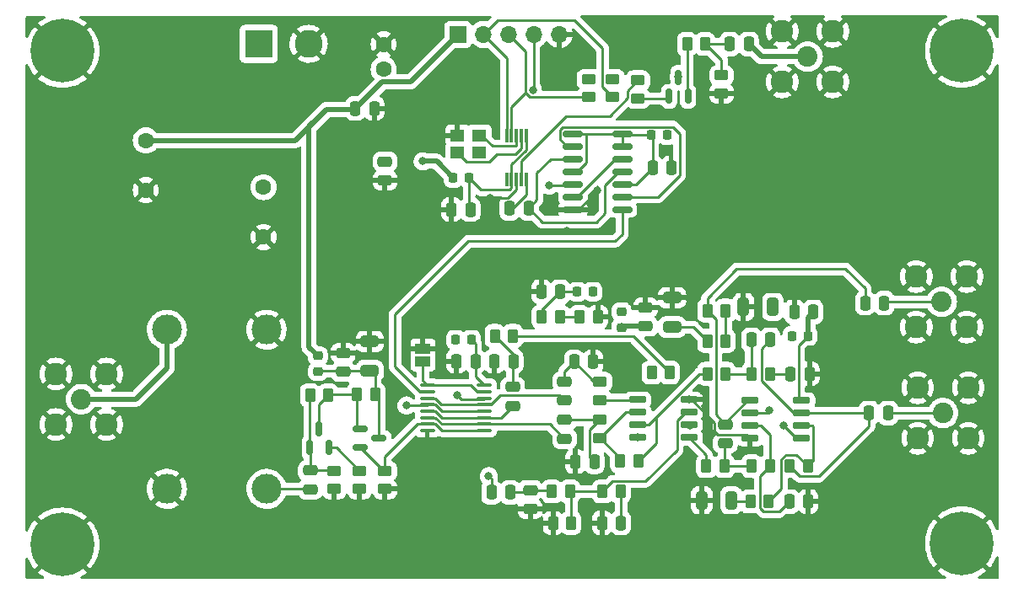
<source format=gbr>
%TF.GenerationSoftware,KiCad,Pcbnew,(6.0.0)*%
%TF.CreationDate,2022-06-16T16:12:24+02:00*%
%TF.ProjectId,sdrt41,73647274-3431-42e6-9b69-6361645f7063,rev?*%
%TF.SameCoordinates,Original*%
%TF.FileFunction,Copper,L1,Top*%
%TF.FilePolarity,Positive*%
%FSLAX46Y46*%
G04 Gerber Fmt 4.6, Leading zero omitted, Abs format (unit mm)*
G04 Created by KiCad (PCBNEW (6.0.0)) date 2022-06-16 16:12:24*
%MOMM*%
%LPD*%
G01*
G04 APERTURE LIST*
G04 Aperture macros list*
%AMRoundRect*
0 Rectangle with rounded corners*
0 $1 Rounding radius*
0 $2 $3 $4 $5 $6 $7 $8 $9 X,Y pos of 4 corners*
0 Add a 4 corners polygon primitive as box body*
4,1,4,$2,$3,$4,$5,$6,$7,$8,$9,$2,$3,0*
0 Add four circle primitives for the rounded corners*
1,1,$1+$1,$2,$3*
1,1,$1+$1,$4,$5*
1,1,$1+$1,$6,$7*
1,1,$1+$1,$8,$9*
0 Add four rect primitives between the rounded corners*
20,1,$1+$1,$2,$3,$4,$5,0*
20,1,$1+$1,$4,$5,$6,$7,0*
20,1,$1+$1,$6,$7,$8,$9,0*
20,1,$1+$1,$8,$9,$2,$3,0*%
G04 Aperture macros list end*
%TA.AperFunction,SMDPad,CuDef*%
%ADD10RoundRect,0.250000X0.475000X-0.250000X0.475000X0.250000X-0.475000X0.250000X-0.475000X-0.250000X0*%
%TD*%
%TA.AperFunction,SMDPad,CuDef*%
%ADD11RoundRect,0.250000X-0.262500X-0.450000X0.262500X-0.450000X0.262500X0.450000X-0.262500X0.450000X0*%
%TD*%
%TA.AperFunction,SMDPad,CuDef*%
%ADD12RoundRect,0.250000X0.325000X0.650000X-0.325000X0.650000X-0.325000X-0.650000X0.325000X-0.650000X0*%
%TD*%
%TA.AperFunction,SMDPad,CuDef*%
%ADD13RoundRect,0.250000X-0.650000X0.325000X-0.650000X-0.325000X0.650000X-0.325000X0.650000X0.325000X0*%
%TD*%
%TA.AperFunction,SMDPad,CuDef*%
%ADD14RoundRect,0.150000X0.150000X-0.587500X0.150000X0.587500X-0.150000X0.587500X-0.150000X-0.587500X0*%
%TD*%
%TA.AperFunction,SMDPad,CuDef*%
%ADD15RoundRect,0.250000X0.262500X0.450000X-0.262500X0.450000X-0.262500X-0.450000X0.262500X-0.450000X0*%
%TD*%
%TA.AperFunction,SMDPad,CuDef*%
%ADD16RoundRect,0.250000X-0.250000X-0.475000X0.250000X-0.475000X0.250000X0.475000X-0.250000X0.475000X0*%
%TD*%
%TA.AperFunction,SMDPad,CuDef*%
%ADD17RoundRect,0.250000X0.250000X0.475000X-0.250000X0.475000X-0.250000X-0.475000X0.250000X-0.475000X0*%
%TD*%
%TA.AperFunction,SMDPad,CuDef*%
%ADD18R,0.300000X1.400000*%
%TD*%
%TA.AperFunction,ComponentPad*%
%ADD19C,2.050000*%
%TD*%
%TA.AperFunction,ComponentPad*%
%ADD20C,2.250000*%
%TD*%
%TA.AperFunction,ComponentPad*%
%ADD21C,0.800000*%
%TD*%
%TA.AperFunction,ComponentPad*%
%ADD22C,6.400000*%
%TD*%
%TA.AperFunction,SMDPad,CuDef*%
%ADD23RoundRect,0.218750X-0.218750X-0.256250X0.218750X-0.256250X0.218750X0.256250X-0.218750X0.256250X0*%
%TD*%
%TA.AperFunction,SMDPad,CuDef*%
%ADD24RoundRect,0.250000X-0.475000X0.250000X-0.475000X-0.250000X0.475000X-0.250000X0.475000X0.250000X0*%
%TD*%
%TA.AperFunction,SMDPad,CuDef*%
%ADD25R,1.500000X1.000000*%
%TD*%
%TA.AperFunction,SMDPad,CuDef*%
%ADD26RoundRect,0.250000X-0.450000X0.262500X-0.450000X-0.262500X0.450000X-0.262500X0.450000X0.262500X0*%
%TD*%
%TA.AperFunction,SMDPad,CuDef*%
%ADD27RoundRect,0.218750X-0.256250X0.218750X-0.256250X-0.218750X0.256250X-0.218750X0.256250X0.218750X0*%
%TD*%
%TA.AperFunction,SMDPad,CuDef*%
%ADD28RoundRect,0.218750X0.218750X0.256250X-0.218750X0.256250X-0.218750X-0.256250X0.218750X-0.256250X0*%
%TD*%
%TA.AperFunction,SMDPad,CuDef*%
%ADD29RoundRect,0.250000X0.450000X-0.262500X0.450000X0.262500X-0.450000X0.262500X-0.450000X-0.262500X0*%
%TD*%
%TA.AperFunction,ComponentPad*%
%ADD30C,1.600000*%
%TD*%
%TA.AperFunction,SMDPad,CuDef*%
%ADD31RoundRect,0.100000X-0.637500X-0.100000X0.637500X-0.100000X0.637500X0.100000X-0.637500X0.100000X0*%
%TD*%
%TA.AperFunction,SMDPad,CuDef*%
%ADD32RoundRect,0.150000X-0.825000X-0.150000X0.825000X-0.150000X0.825000X0.150000X-0.825000X0.150000X0*%
%TD*%
%TA.AperFunction,ComponentPad*%
%ADD33R,2.800000X2.800000*%
%TD*%
%TA.AperFunction,ComponentPad*%
%ADD34C,2.800000*%
%TD*%
%TA.AperFunction,ComponentPad*%
%ADD35C,3.000000*%
%TD*%
%TA.AperFunction,SMDPad,CuDef*%
%ADD36R,1.400000X1.200000*%
%TD*%
%TA.AperFunction,SMDPad,CuDef*%
%ADD37RoundRect,0.250000X-0.325000X-0.650000X0.325000X-0.650000X0.325000X0.650000X-0.325000X0.650000X0*%
%TD*%
%TA.AperFunction,SMDPad,CuDef*%
%ADD38RoundRect,0.150000X-0.725000X-0.150000X0.725000X-0.150000X0.725000X0.150000X-0.725000X0.150000X0*%
%TD*%
%TA.AperFunction,SMDPad,CuDef*%
%ADD39RoundRect,0.150000X0.725000X0.150000X-0.725000X0.150000X-0.725000X-0.150000X0.725000X-0.150000X0*%
%TD*%
%TA.AperFunction,ComponentPad*%
%ADD40R,1.700000X1.700000*%
%TD*%
%TA.AperFunction,ComponentPad*%
%ADD41O,1.700000X1.700000*%
%TD*%
%TA.AperFunction,SMDPad,CuDef*%
%ADD42RoundRect,0.150000X-0.587500X-0.150000X0.587500X-0.150000X0.587500X0.150000X-0.587500X0.150000X0*%
%TD*%
%TA.AperFunction,ViaPad*%
%ADD43C,0.800000*%
%TD*%
%TA.AperFunction,Conductor*%
%ADD44C,0.500000*%
%TD*%
%TA.AperFunction,Conductor*%
%ADD45C,0.250000*%
%TD*%
G04 APERTURE END LIST*
D10*
%TO.P,C7,1*%
%TO.N,Net-(C7-Pad1)*%
X53213000Y-111567000D03*
%TO.P,C7,2*%
%TO.N,Net-(C7-Pad2)*%
X53213000Y-109667000D03*
%TD*%
D11*
%TO.P,R19,1*%
%TO.N,Net-(C25-Pad2)*%
X76430500Y-94234000D03*
%TO.P,R19,2*%
%TO.N,Net-(R10-Pad1)*%
X78255500Y-94234000D03*
%TD*%
D12*
%TO.P,C11,1*%
%TO.N,+12V*%
X99646000Y-93218000D03*
%TO.P,C11,2*%
%TO.N,GND*%
X96696000Y-93218000D03*
%TD*%
D13*
%TO.P,C3,1*%
%TO.N,GND*%
X59182000Y-96696000D03*
%TO.P,C3,2*%
%TO.N,Net-(C3-Pad2)*%
X59182000Y-99646000D03*
%TD*%
D14*
%TO.P,Q3,1,B*%
%TO.N,Net-(Q3-Pad1)*%
X89220000Y-72057500D03*
%TO.P,Q3,2,E*%
%TO.N,Net-(Q3-Pad2)*%
X91120000Y-72057500D03*
%TO.P,Q3,3,C*%
%TO.N,+3V3*%
X90170000Y-70182500D03*
%TD*%
D11*
%TO.P,R3,1*%
%TO.N,Net-(Q1-Pad3)*%
X57888500Y-101981000D03*
%TO.P,R3,2*%
%TO.N,Net-(C3-Pad2)*%
X59713500Y-101981000D03*
%TD*%
D15*
%TO.P,R18,1*%
%TO.N,Net-(R11-Pad1)*%
X79398500Y-114935000D03*
%TO.P,R18,2*%
%TO.N,GND*%
X77573500Y-114935000D03*
%TD*%
D16*
%TO.P,C10,1*%
%TO.N,GND*%
X67884000Y-98679000D03*
%TO.P,C10,2*%
%TO.N,Net-(C10-Pad2)*%
X69784000Y-98679000D03*
%TD*%
%TO.P,C20,1*%
%TO.N,GND*%
X101793000Y-93726000D03*
%TO.P,C20,2*%
%TO.N,+12P*%
X103693000Y-93726000D03*
%TD*%
%TO.P,C31,1*%
%TO.N,Net-(C31-Pad1)*%
X97475000Y-96520000D03*
%TO.P,C31,2*%
%TO.N,Net-(C31-Pad2)*%
X99375000Y-96520000D03*
%TD*%
D17*
%TO.P,C2,1*%
%TO.N,GND*%
X89469000Y-79248000D03*
%TO.P,C2,2*%
%TO.N,Net-(C2-Pad2)*%
X87569000Y-79248000D03*
%TD*%
D18*
%TO.P,U7,1,VDD*%
%TO.N,Net-(C18-Pad2)*%
X74914000Y-76032000D03*
%TO.P,U7,2,XA*%
%TO.N,Net-(U7-Pad2)*%
X74414000Y-76032000D03*
%TO.P,U7,3,XB*%
%TO.N,Net-(U7-Pad3)*%
X73914000Y-76032000D03*
%TO.P,U7,4,SCL*%
%TO.N,SCL*%
X73414000Y-76032000D03*
%TO.P,U7,5,SDA*%
%TO.N,SDA*%
X72914000Y-76032000D03*
%TO.P,U7,6,CLK2*%
%TO.N,unconnected-(U7-Pad6)*%
X72914000Y-80432000D03*
%TO.P,U7,7,VDDO*%
%TO.N,Net-(C18-Pad2)*%
X73414000Y-80432000D03*
%TO.P,U7,8,GND*%
%TO.N,GND*%
X73914000Y-80432000D03*
%TO.P,U7,9,CLK1*%
%TO.N,Net-(R12-Pad2)*%
X74414000Y-80432000D03*
%TO.P,U7,10,CLK0*%
%TO.N,Net-(C23-Pad2)*%
X74914000Y-80432000D03*
%TD*%
D14*
%TO.P,Q1,1,B*%
%TO.N,Net-(C7-Pad2)*%
X53152000Y-107363500D03*
%TO.P,Q1,2,E*%
%TO.N,Net-(Q1-Pad2)*%
X55052000Y-107363500D03*
%TO.P,Q1,3,C*%
%TO.N,Net-(Q1-Pad3)*%
X54102000Y-105488500D03*
%TD*%
D19*
%TO.P,J6,1,In*%
%TO.N,Net-(C34-Pad2)*%
X116586000Y-92710000D03*
D20*
%TO.P,J6,2,Ext*%
%TO.N,GND*%
X119126000Y-90170000D03*
X114046000Y-90170000D03*
X119126000Y-95250000D03*
X114046000Y-95250000D03*
%TD*%
D21*
%TO.P,H1,1,1*%
%TO.N,GND*%
X116920944Y-69197056D03*
X121018000Y-67500000D03*
X120315056Y-65802944D03*
X120315056Y-69197056D03*
D22*
X118618000Y-67500000D03*
D21*
X118618000Y-65100000D03*
X116920944Y-65802944D03*
X118618000Y-69900000D03*
X116218000Y-67500000D03*
%TD*%
D16*
%TO.P,C18,1*%
%TO.N,GND*%
X67376000Y-83439000D03*
%TO.P,C18,2*%
%TO.N,Net-(C18-Pad2)*%
X69276000Y-83439000D03*
%TD*%
D23*
%TO.P,L6,1,1*%
%TO.N,+12V*%
X101574500Y-96139000D03*
%TO.P,L6,2,2*%
%TO.N,+12P*%
X103149500Y-96139000D03*
%TD*%
D24*
%TO.P,C15,1*%
%TO.N,Net-(C15-Pad1)*%
X73533000Y-101285000D03*
%TO.P,C15,2*%
%TO.N,Net-(C15-Pad2)*%
X73533000Y-103185000D03*
%TD*%
D25*
%TO.P,JP1,1,A*%
%TO.N,GND*%
X64516000Y-97394000D03*
%TO.P,JP1,2,B*%
%TO.N,RX-TX*%
X64516000Y-98694000D03*
%TD*%
D17*
%TO.P,C21,1*%
%TO.N,GND*%
X81595000Y-98740000D03*
%TO.P,C21,2*%
%TO.N,Net-(C14-Pad1)*%
X79695000Y-98740000D03*
%TD*%
D13*
%TO.P,C28,1*%
%TO.N,GND*%
X89535000Y-92300000D03*
%TO.P,C28,2*%
%TO.N,Net-(C28-Pad2)*%
X89535000Y-95250000D03*
%TD*%
D17*
%TO.P,C8,1*%
%TO.N,GND*%
X59624000Y-73279000D03*
%TO.P,C8,2*%
%TO.N,+5V*%
X57724000Y-73279000D03*
%TD*%
D15*
%TO.P,R22,1*%
%TO.N,Net-(C32-Pad1)*%
X94789000Y-109220000D03*
%TO.P,R22,2*%
%TO.N,Net-(R14-Pad1)*%
X92964000Y-109220000D03*
%TD*%
%TO.P,R24,1*%
%TO.N,Net-(C29-Pad2)*%
X99337500Y-99949000D03*
%TO.P,R24,2*%
%TO.N,Net-(C31-Pad1)*%
X97512500Y-99949000D03*
%TD*%
D19*
%TO.P,J4,1,In*%
%TO.N,Net-(C24-Pad1)*%
X103124000Y-68072000D03*
D20*
%TO.P,J4,2,Ext*%
%TO.N,GND*%
X100584000Y-65532000D03*
X105664000Y-65532000D03*
X105664000Y-70612000D03*
X100584000Y-70612000D03*
%TD*%
D26*
%TO.P,R7,1*%
%TO.N,+3V3*%
X81153000Y-70334500D03*
%TO.P,R7,2*%
%TO.N,SCL*%
X81153000Y-72159500D03*
%TD*%
D16*
%TO.P,C25,1*%
%TO.N,GND*%
X82489000Y-114935000D03*
%TO.P,C25,2*%
%TO.N,Net-(C25-Pad2)*%
X84389000Y-114935000D03*
%TD*%
D15*
%TO.P,R13,1*%
%TO.N,Net-(R13-Pad1)*%
X86129500Y-108712000D03*
%TO.P,R13,2*%
%TO.N,Net-(R13-Pad2)*%
X84304500Y-108712000D03*
%TD*%
D27*
%TO.P,L4,1,1*%
%TO.N,+12V*%
X84455000Y-93700500D03*
%TO.P,L4,2,2*%
%TO.N,+12C*%
X84455000Y-95275500D03*
%TD*%
D28*
%TO.P,L7,1,1*%
%TO.N,+12V*%
X81587500Y-91700000D03*
%TO.P,L7,2,2*%
%TO.N,Net-(C25-Pad2)*%
X80012500Y-91700000D03*
%TD*%
D24*
%TO.P,C13,2*%
%TO.N,Net-(C13-Pad2)*%
X78740000Y-106487000D03*
%TO.P,C13,1*%
%TO.N,Net-(C13-Pad1)*%
X78740000Y-104587000D03*
%TD*%
D29*
%TO.P,R10,1*%
%TO.N,Net-(R10-Pad1)*%
X82296000Y-102573500D03*
%TO.P,R10,2*%
%TO.N,Net-(C14-Pad1)*%
X82296000Y-100748500D03*
%TD*%
D19*
%TO.P,J2,1,In*%
%TO.N,Net-(J2-Pad1)*%
X30226000Y-102489000D03*
D20*
%TO.P,J2,2,Ext*%
%TO.N,GND*%
X32766000Y-105029000D03*
X32766000Y-99949000D03*
X27686000Y-105029000D03*
X27686000Y-99949000D03*
%TD*%
D11*
%TO.P,R27,1*%
%TO.N,Net-(C31-Pad2)*%
X101322500Y-109220000D03*
%TO.P,R27,2*%
%TO.N,Net-(R23-Pad2)*%
X103147500Y-109220000D03*
%TD*%
D19*
%TO.P,J5,1,In*%
%TO.N,Net-(C33-Pad2)*%
X116713000Y-103886000D03*
D20*
%TO.P,J5,2,Ext*%
%TO.N,GND*%
X119253000Y-101346000D03*
X119253000Y-106426000D03*
X114173000Y-106426000D03*
X114173000Y-101346000D03*
%TD*%
D29*
%TO.P,R12,1*%
%TO.N,Net-(Q3-Pad1)*%
X86106000Y-72286500D03*
%TO.P,R12,2*%
%TO.N,Net-(R12-Pad2)*%
X86106000Y-70461500D03*
%TD*%
D26*
%TO.P,R16,1*%
%TO.N,Net-(C24-Pad2)*%
X94488000Y-69953500D03*
%TO.P,R16,2*%
%TO.N,GND*%
X94488000Y-71778500D03*
%TD*%
D16*
%TO.P,C34,1*%
%TO.N,Net-(C32-Pad2)*%
X108905000Y-92837000D03*
%TO.P,C34,2*%
%TO.N,Net-(C34-Pad2)*%
X110805000Y-92837000D03*
%TD*%
D11*
%TO.P,R25,1*%
%TO.N,Net-(C28-Pad2)*%
X93067500Y-96647000D03*
%TO.P,R25,2*%
%TO.N,Net-(R25-Pad2)*%
X94892500Y-96647000D03*
%TD*%
%TO.P,R28,1*%
%TO.N,Net-(C32-Pad2)*%
X93067500Y-93599000D03*
%TO.P,R28,2*%
%TO.N,Net-(R25-Pad2)*%
X94892500Y-93599000D03*
%TD*%
%TO.P,R23,1*%
%TO.N,Net-(C27-Pad2)*%
X97385500Y-112776000D03*
%TO.P,R23,2*%
%TO.N,Net-(R23-Pad2)*%
X99210500Y-112776000D03*
%TD*%
D16*
%TO.P,C17,1*%
%TO.N,GND*%
X79822000Y-108773000D03*
%TO.P,C17,2*%
%TO.N,Net-(C13-Pad1)*%
X81722000Y-108773000D03*
%TD*%
D27*
%TO.P,L2,1,1*%
%TO.N,+5V*%
X53975000Y-98145500D03*
%TO.P,L2,2,2*%
%TO.N,Net-(C3-Pad2)*%
X53975000Y-99720500D03*
%TD*%
D10*
%TO.P,C22,1*%
%TO.N,GND*%
X75285600Y-113522800D03*
%TO.P,C22,2*%
%TO.N,Net-(C16-Pad1)*%
X75285600Y-111622800D03*
%TD*%
D30*
%TO.P,C5,1*%
%TO.N,+3V3*%
X60579000Y-69342000D03*
%TO.P,C5,2*%
%TO.N,GND*%
X60579000Y-66842000D03*
%TD*%
D21*
%TO.P,H4,1,1*%
%TO.N,GND*%
X26623944Y-69197056D03*
X30018056Y-69197056D03*
X30018056Y-65802944D03*
X26623944Y-65802944D03*
X28321000Y-69900000D03*
X30721000Y-67500000D03*
X28321000Y-65100000D03*
X25921000Y-67500000D03*
D22*
X28321000Y-67500000D03*
%TD*%
D31*
%TO.P,U5,1,1~{OE}*%
%TO.N,RX-TX*%
X64955500Y-101103000D03*
%TO.P,U5,2,S1*%
%TO.N,Net-(U3-Pad8)*%
X64955500Y-101753000D03*
%TO.P,U5,3,1B4*%
%TO.N,Net-(C14-Pad2)*%
X64955500Y-102403000D03*
%TO.P,U5,4,1B3*%
%TO.N,Net-(C16-Pad2)*%
X64955500Y-103053000D03*
%TO.P,U5,5,1B2*%
%TO.N,Net-(C15-Pad2)*%
X64955500Y-103703000D03*
%TO.P,U5,6,1B1*%
%TO.N,Net-(C13-Pad2)*%
X64955500Y-104353000D03*
%TO.P,U5,7,1A*%
%TO.N,Net-(Q2-Pad2)*%
X64955500Y-105003000D03*
%TO.P,U5,8,GND*%
%TO.N,GND*%
X64955500Y-105653000D03*
%TO.P,U5,9,2A*%
%TO.N,Net-(Q2-Pad2)*%
X70680500Y-105653000D03*
%TO.P,U5,10,2B1*%
%TO.N,Net-(C13-Pad2)*%
X70680500Y-105003000D03*
%TO.P,U5,11,2B2*%
%TO.N,Net-(C15-Pad2)*%
X70680500Y-104353000D03*
%TO.P,U5,12,2B3*%
%TO.N,Net-(C16-Pad2)*%
X70680500Y-103703000D03*
%TO.P,U5,13,2B4*%
%TO.N,Net-(C14-Pad2)*%
X70680500Y-103053000D03*
%TO.P,U5,14,S0*%
%TO.N,Net-(U3-Pad5)*%
X70680500Y-102403000D03*
%TO.P,U5,15,2~{OE}*%
%TO.N,RX-TX*%
X70680500Y-101753000D03*
%TO.P,U5,16,VCC*%
%TO.N,Net-(C10-Pad2)*%
X70680500Y-101103000D03*
%TD*%
D32*
%TO.P,U3,1,~{R}*%
%TO.N,Net-(C2-Pad2)*%
X79567000Y-75819000D03*
%TO.P,U3,2,D*%
%TO.N,Net-(U3-Pad2)*%
X79567000Y-77089000D03*
%TO.P,U3,3,C*%
%TO.N,Clock*%
X79567000Y-78359000D03*
%TO.P,U3,4,~{S}*%
%TO.N,Net-(C2-Pad2)*%
X79567000Y-79629000D03*
%TO.P,U3,5,Q*%
%TO.N,Net-(U3-Pad5)*%
X79567000Y-80899000D03*
%TO.P,U3,6,~{Q}*%
%TO.N,Net-(U3-Pad12)*%
X79567000Y-82169000D03*
%TO.P,U3,7,GND*%
%TO.N,GND*%
X79567000Y-83439000D03*
%TO.P,U3,8,~{Q}*%
%TO.N,Net-(U3-Pad8)*%
X84517000Y-83439000D03*
%TO.P,U3,9,Q*%
%TO.N,Net-(U3-Pad2)*%
X84517000Y-82169000D03*
%TO.P,U3,10,~{S}*%
%TO.N,Net-(C2-Pad2)*%
X84517000Y-80899000D03*
%TO.P,U3,11,C*%
%TO.N,Clock*%
X84517000Y-79629000D03*
%TO.P,U3,12,D*%
%TO.N,Net-(U3-Pad12)*%
X84517000Y-78359000D03*
%TO.P,U3,13,~{R}*%
%TO.N,Net-(C2-Pad2)*%
X84517000Y-77089000D03*
%TO.P,U3,14,VCC*%
X84517000Y-75819000D03*
%TD*%
D11*
%TO.P,R2,1*%
%TO.N,Net-(C7-Pad2)*%
X53189500Y-102108000D03*
%TO.P,R2,2*%
%TO.N,Net-(Q1-Pad3)*%
X55014500Y-102108000D03*
%TD*%
D15*
%TO.P,R11,1*%
%TO.N,Net-(R11-Pad1)*%
X79271500Y-111760000D03*
%TO.P,R11,2*%
%TO.N,Net-(C16-Pad1)*%
X77446500Y-111760000D03*
%TD*%
%TO.P,R26,1*%
%TO.N,Net-(C30-Pad2)*%
X99337500Y-109220000D03*
%TO.P,R26,2*%
%TO.N,Net-(C32-Pad1)*%
X97512500Y-109220000D03*
%TD*%
D33*
%TO.P,J1,1,Pin_1*%
%TO.N,+12V*%
X48046000Y-66782000D03*
D34*
%TO.P,J1,2,Pin_2*%
%TO.N,GND*%
X53046000Y-66782000D03*
%TD*%
D29*
%TO.P,R4,1*%
%TO.N,GND*%
X58166000Y-111529500D03*
%TO.P,R4,2*%
%TO.N,Net-(Q1-Pad2)*%
X58166000Y-109704500D03*
%TD*%
D35*
%TO.P,T1,1,AA*%
%TO.N,Net-(J2-Pad1)*%
X38815000Y-95505000D03*
%TO.P,T1,2,AB*%
%TO.N,GND*%
X38815000Y-111505000D03*
%TO.P,T1,3,SA*%
X48815000Y-95505000D03*
%TO.P,T1,4,SB*%
%TO.N,Net-(C7-Pad1)*%
X48815000Y-111505000D03*
%TD*%
D30*
%TO.P,C4,1*%
%TO.N,+5V*%
X36703000Y-76494000D03*
%TO.P,C4,2*%
%TO.N,GND*%
X36703000Y-81494000D03*
%TD*%
D36*
%TO.P,Y1,1,1*%
%TO.N,Net-(U7-Pad3)*%
X70188000Y-75985000D03*
%TO.P,Y1,2,2*%
%TO.N,GND*%
X67988000Y-75985000D03*
%TO.P,Y1,3,3*%
%TO.N,Net-(U7-Pad2)*%
X67988000Y-77685000D03*
%TO.P,Y1,4,4*%
%TO.N,GND*%
X70188000Y-77685000D03*
%TD*%
D24*
%TO.P,C14,1*%
%TO.N,Net-(C14-Pad1)*%
X78740000Y-100711000D03*
%TO.P,C14,2*%
%TO.N,Net-(C14-Pad2)*%
X78740000Y-102611000D03*
%TD*%
D16*
%TO.P,C33,1*%
%TO.N,Net-(C31-Pad2)*%
X109286000Y-103886000D03*
%TO.P,C33,2*%
%TO.N,Net-(C33-Pad2)*%
X111186000Y-103886000D03*
%TD*%
D37*
%TO.P,C27,1*%
%TO.N,GND*%
X92505000Y-112649000D03*
%TO.P,C27,2*%
%TO.N,Net-(C27-Pad2)*%
X95455000Y-112649000D03*
%TD*%
D17*
%TO.P,C23,1*%
%TO.N,Clock*%
X75118000Y-83312000D03*
%TO.P,C23,2*%
%TO.N,Net-(C23-Pad2)*%
X73218000Y-83312000D03*
%TD*%
%TO.P,C16,2*%
%TO.N,Net-(C16-Pad2)*%
X71389200Y-111861600D03*
%TO.P,C16,1*%
%TO.N,Net-(C16-Pad1)*%
X73289200Y-111861600D03*
%TD*%
D38*
%TO.P,U8,1*%
%TO.N,Net-(C32-Pad2)*%
X97374000Y-102616000D03*
%TO.P,U8,2,-*%
%TO.N,Net-(R25-Pad2)*%
X97374000Y-103886000D03*
%TO.P,U8,3,+*%
%TO.N,Net-(C30-Pad2)*%
X97374000Y-105156000D03*
%TO.P,U8,4,V-*%
%TO.N,GND*%
X97374000Y-106426000D03*
%TO.P,U8,5,+*%
%TO.N,Net-(C29-Pad2)*%
X102524000Y-106426000D03*
%TO.P,U8,6,-*%
%TO.N,Net-(R23-Pad2)*%
X102524000Y-105156000D03*
%TO.P,U8,7*%
%TO.N,Net-(C31-Pad2)*%
X102524000Y-103886000D03*
%TO.P,U8,8,V+*%
%TO.N,+12P*%
X102524000Y-102616000D03*
%TD*%
D15*
%TO.P,R9,1*%
%TO.N,Net-(R14-Pad2)*%
X73556500Y-96139000D03*
%TO.P,R9,2*%
%TO.N,Net-(C15-Pad1)*%
X71731500Y-96139000D03*
%TD*%
D24*
%TO.P,C12,1*%
%TO.N,GND*%
X86868000Y-93284000D03*
%TO.P,C12,2*%
%TO.N,+12C*%
X86868000Y-95184000D03*
%TD*%
D29*
%TO.P,R8,1*%
%TO.N,Net-(R13-Pad2)*%
X82296000Y-106383500D03*
%TO.P,R8,2*%
%TO.N,Net-(C13-Pad1)*%
X82296000Y-104558500D03*
%TD*%
D15*
%TO.P,R21,1*%
%TO.N,Net-(C31-Pad1)*%
X94892500Y-99949000D03*
%TO.P,R21,2*%
%TO.N,Net-(R13-Pad1)*%
X93067500Y-99949000D03*
%TD*%
D23*
%TO.P,L3,1,1*%
%TO.N,+3V3*%
X67792500Y-96520000D03*
%TO.P,L3,2,2*%
%TO.N,Net-(C10-Pad2)*%
X69367500Y-96520000D03*
%TD*%
D11*
%TO.P,R20,1*%
%TO.N,Net-(R10-Pad1)*%
X80240500Y-94234000D03*
%TO.P,R20,2*%
%TO.N,GND*%
X82065500Y-94234000D03*
%TD*%
D10*
%TO.P,C9,1*%
%TO.N,GND*%
X60706000Y-80513000D03*
%TO.P,C9,2*%
%TO.N,+3V3*%
X60706000Y-78613000D03*
%TD*%
D11*
%TO.P,R14,1*%
%TO.N,Net-(R14-Pad1)*%
X87479500Y-99822000D03*
%TO.P,R14,2*%
%TO.N,Net-(R14-Pad2)*%
X89304500Y-99822000D03*
%TD*%
D17*
%TO.P,C30,1*%
%TO.N,GND*%
X103185000Y-112776000D03*
%TO.P,C30,2*%
%TO.N,Net-(C30-Pad2)*%
X101285000Y-112776000D03*
%TD*%
%TO.P,C24,1*%
%TO.N,Net-(C24-Pad1)*%
X97216000Y-66802000D03*
%TO.P,C24,2*%
%TO.N,Net-(C24-Pad2)*%
X95316000Y-66802000D03*
%TD*%
D39*
%TO.P,U6,1*%
%TO.N,Net-(R14-Pad1)*%
X91221000Y-106360000D03*
%TO.P,U6,2,-*%
%TO.N,Net-(R14-Pad2)*%
X91221000Y-105090000D03*
%TO.P,U6,3,+*%
%TO.N,Net-(R11-Pad1)*%
X91221000Y-103820000D03*
%TO.P,U6,4,V-*%
%TO.N,GND*%
X91221000Y-102550000D03*
%TO.P,U6,5,+*%
%TO.N,Net-(R10-Pad1)*%
X86071000Y-102550000D03*
%TO.P,U6,6,-*%
%TO.N,Net-(R13-Pad2)*%
X86071000Y-103820000D03*
%TO.P,U6,7*%
%TO.N,Net-(R13-Pad1)*%
X86071000Y-105090000D03*
%TO.P,U6,8,V+*%
%TO.N,+12C*%
X86071000Y-106360000D03*
%TD*%
D24*
%TO.P,C6,1*%
%TO.N,GND*%
X56515000Y-97856000D03*
%TO.P,C6,2*%
%TO.N,Net-(C3-Pad2)*%
X56515000Y-99756000D03*
%TD*%
D26*
%TO.P,R1,1*%
%TO.N,Net-(C7-Pad2)*%
X55626000Y-109704500D03*
%TO.P,R1,2*%
%TO.N,GND*%
X55626000Y-111529500D03*
%TD*%
D40*
%TO.P,J3,1,Pin_1*%
%TO.N,+5V*%
X68025000Y-65850000D03*
D41*
%TO.P,J3,2,Pin_2*%
%TO.N,SDA*%
X70565000Y-65850000D03*
%TO.P,J3,3,Pin_3*%
%TO.N,SCL*%
X73105000Y-65850000D03*
%TO.P,J3,4,Pin_4*%
%TO.N,RX-TX*%
X75645000Y-65850000D03*
%TO.P,J3,5,Pin_5*%
%TO.N,GND*%
X78185000Y-65850000D03*
%TD*%
D15*
%TO.P,R17,1*%
%TO.N,Net-(C25-Pad2)*%
X84351500Y-111760000D03*
%TO.P,R17,2*%
%TO.N,Net-(R11-Pad1)*%
X82526500Y-111760000D03*
%TD*%
D26*
%TO.P,R6,1*%
%TO.N,+3V3*%
X83566000Y-70334500D03*
%TO.P,R6,2*%
%TO.N,SDA*%
X83566000Y-72159500D03*
%TD*%
D16*
%TO.P,C19,1*%
%TO.N,GND*%
X71694000Y-98679000D03*
%TO.P,C19,2*%
%TO.N,Net-(C15-Pad1)*%
X73594000Y-98679000D03*
%TD*%
%TO.P,C26,1*%
%TO.N,GND*%
X76393000Y-91694000D03*
%TO.P,C26,2*%
%TO.N,Net-(C25-Pad2)*%
X78293000Y-91694000D03*
%TD*%
D15*
%TO.P,R15,1*%
%TO.N,Net-(C24-Pad2)*%
X92860500Y-66802000D03*
%TO.P,R15,2*%
%TO.N,Net-(Q3-Pad2)*%
X91035500Y-66802000D03*
%TD*%
D21*
%TO.P,H2,1,1*%
%TO.N,GND*%
X118618000Y-114567000D03*
X118618000Y-119367000D03*
X116920944Y-118664056D03*
X121018000Y-116967000D03*
X116218000Y-116967000D03*
D22*
X118618000Y-116967000D03*
D21*
X116920944Y-115269944D03*
X120315056Y-115269944D03*
X120315056Y-118664056D03*
%TD*%
D30*
%TO.P,C1,1*%
%TO.N,+12V*%
X48514000Y-81193000D03*
%TO.P,C1,2*%
%TO.N,GND*%
X48514000Y-86193000D03*
%TD*%
D29*
%TO.P,R5,1*%
%TO.N,GND*%
X60706000Y-111529500D03*
%TO.P,R5,2*%
%TO.N,Net-(Q2-Pad2)*%
X60706000Y-109704500D03*
%TD*%
D42*
%TO.P,Q2,1,B*%
%TO.N,Net-(Q1-Pad3)*%
X58244500Y-105476000D03*
%TO.P,Q2,2,E*%
%TO.N,Net-(Q2-Pad2)*%
X58244500Y-107376000D03*
%TO.P,Q2,3,C*%
%TO.N,Net-(C3-Pad2)*%
X60119500Y-106426000D03*
%TD*%
D10*
%TO.P,C32,1*%
%TO.N,Net-(C32-Pad1)*%
X94869000Y-106934000D03*
%TO.P,C32,2*%
%TO.N,Net-(C32-Pad2)*%
X94869000Y-105034000D03*
%TD*%
D21*
%TO.P,H3,1,1*%
%TO.N,GND*%
X25921000Y-117094000D03*
X30721000Y-117094000D03*
X30018056Y-118791056D03*
X26623944Y-118791056D03*
X30018056Y-115396944D03*
X28321000Y-119494000D03*
X26623944Y-115396944D03*
D22*
X28321000Y-117094000D03*
D21*
X28321000Y-114694000D03*
%TD*%
D28*
%TO.P,L1,1,1*%
%TO.N,+3V3*%
X89027000Y-75946000D03*
%TO.P,L1,2,2*%
%TO.N,Net-(C2-Pad2)*%
X87452000Y-75946000D03*
%TD*%
D23*
%TO.P,L5,1,1*%
%TO.N,+3V3*%
X67564000Y-80264000D03*
%TO.P,L5,2,2*%
%TO.N,Net-(C18-Pad2)*%
X69139000Y-80264000D03*
%TD*%
D17*
%TO.P,C29,1*%
%TO.N,GND*%
X103312000Y-99949000D03*
%TO.P,C29,2*%
%TO.N,Net-(C29-Pad2)*%
X101412000Y-99949000D03*
%TD*%
D43*
%TO.N,GND*%
X83820000Y-66040000D03*
X109220000Y-66040000D03*
X73660000Y-118110000D03*
X109220000Y-113030000D03*
X90805000Y-112600000D03*
X119380000Y-87630000D03*
X38100000Y-118110000D03*
X68580000Y-118110000D03*
X62230000Y-83820000D03*
X96520000Y-87630000D03*
X26670000Y-86360000D03*
X34290000Y-90170000D03*
X76200000Y-118110000D03*
X69850000Y-90170000D03*
X71755000Y-85090000D03*
X107950000Y-87630000D03*
X60960000Y-90170000D03*
X48260000Y-118110000D03*
X55880000Y-118110000D03*
X81661000Y-98679000D03*
X29210000Y-90170000D03*
X115570000Y-87630000D03*
X88900000Y-85852000D03*
X82550000Y-88900000D03*
X92710000Y-83820000D03*
X73660000Y-90170000D03*
X46990000Y-90170000D03*
X64770000Y-83820000D03*
X69850000Y-71501000D03*
X59690000Y-83820000D03*
X44450000Y-90170000D03*
X88900000Y-66040000D03*
X31750000Y-110490000D03*
X111760000Y-110490000D03*
X89535000Y-79248000D03*
X74295000Y-85090000D03*
X82804000Y-85598000D03*
X67818000Y-98679000D03*
X92710000Y-81280000D03*
X50800000Y-118110000D03*
X92710000Y-87630000D03*
X67437000Y-83439000D03*
X111760000Y-87630000D03*
X78994000Y-85598000D03*
X41910000Y-90170000D03*
X66040000Y-118110000D03*
X91221000Y-102550000D03*
X40640000Y-118110000D03*
X101600000Y-118110000D03*
X82042000Y-94234000D03*
X78740000Y-118110000D03*
X26670000Y-78740000D03*
X96520000Y-118110000D03*
X89535000Y-90805000D03*
X45720000Y-118110000D03*
X26670000Y-82550000D03*
X81280000Y-118110000D03*
X70231000Y-77597000D03*
X26670000Y-74930000D03*
X119380000Y-81280000D03*
X71120000Y-118110000D03*
X39370000Y-90170000D03*
X86360000Y-118110000D03*
X49530000Y-90170000D03*
X31750000Y-90170000D03*
X92710000Y-74930000D03*
X86360000Y-87630000D03*
X88900000Y-87630000D03*
X68072000Y-76073000D03*
X60960000Y-118110000D03*
X58420000Y-90170000D03*
X36830000Y-90170000D03*
X90932000Y-85090000D03*
X88900000Y-118110000D03*
X94488000Y-73406000D03*
X92710000Y-78740000D03*
X35560000Y-118110000D03*
X71755000Y-98679000D03*
X114300000Y-66040000D03*
X91440000Y-118110000D03*
X66040000Y-92710000D03*
X26670000Y-90170000D03*
X58293000Y-80518000D03*
X60706000Y-80518000D03*
X55880000Y-90170000D03*
X90170000Y-73660000D03*
X26670000Y-110490000D03*
X100330000Y-87630000D03*
X106680000Y-115570000D03*
X26670000Y-93980000D03*
X63500000Y-118110000D03*
X57150000Y-83820000D03*
X104140000Y-87630000D03*
X119380000Y-76200000D03*
X58420000Y-118110000D03*
X82042000Y-81534000D03*
X86360000Y-85852000D03*
X43053000Y-65913000D03*
X53340000Y-118110000D03*
X99060000Y-118110000D03*
X43180000Y-118110000D03*
X71247000Y-82296000D03*
X83820000Y-118110000D03*
X93980000Y-118110000D03*
X104140000Y-118110000D03*
%TO.N,+5V*%
X57658000Y-73406000D03*
%TO.N,+3V3*%
X90170000Y-70104000D03*
X60706000Y-78613000D03*
X83566000Y-70358000D03*
X89027000Y-75946000D03*
X64491000Y-78588000D03*
X81153000Y-70358000D03*
X67818000Y-96520000D03*
%TO.N,+12V*%
X101600000Y-96139000D03*
X81587500Y-91700000D03*
X84455000Y-93726000D03*
X99646000Y-93218000D03*
%TO.N,Net-(C16-Pad2)*%
X62865000Y-103124000D03*
X71120000Y-110236000D03*
%TO.N,+12C*%
X86071000Y-106360000D03*
X84455000Y-95250000D03*
%TO.N,Net-(C29-Pad2)*%
X100711000Y-105156000D03*
X101412000Y-99949000D03*
%TO.N,RX-TX*%
X75550000Y-71400000D03*
X64516000Y-98694000D03*
%TO.N,Net-(R10-Pad1)*%
X82296000Y-102573500D03*
X80264000Y-94234000D03*
%TO.N,Net-(U3-Pad5)*%
X67945000Y-102108000D03*
X77216000Y-81026000D03*
%TO.N,Net-(R14-Pad2)*%
X91313000Y-105156000D03*
X89304500Y-99822000D03*
%TO.N,Net-(R14-Pad1)*%
X87503000Y-99822000D03*
X92964000Y-109220000D03*
%TO.N,Net-(C25-Pad2)*%
X80006500Y-91694000D03*
X84389000Y-111797500D03*
%TO.N,Net-(R25-Pad2)*%
X94892500Y-96647000D03*
X99314000Y-103632000D03*
%TD*%
D44*
%TO.N,+5V*%
X51705000Y-76494000D02*
X54793000Y-73406000D01*
X36703000Y-76494000D02*
X51705000Y-76494000D01*
X63263000Y-70612000D02*
X68025000Y-65850000D01*
X60452000Y-70612000D02*
X63263000Y-70612000D01*
X57658000Y-73406000D02*
X60452000Y-70612000D01*
X54793000Y-73406000D02*
X57658000Y-73406000D01*
X53086000Y-75113000D02*
X54793000Y-73406000D01*
D45*
%TO.N,Net-(C16-Pad1)*%
X77309300Y-111622800D02*
X77446500Y-111760000D01*
X75285600Y-111622800D02*
X77309300Y-111622800D01*
X75046800Y-111861600D02*
X75285600Y-111622800D01*
X73289200Y-111861600D02*
X75046800Y-111861600D01*
%TO.N,Net-(C16-Pad2)*%
X71389200Y-110505200D02*
X71120000Y-110236000D01*
X71389200Y-111861600D02*
X71389200Y-110505200D01*
%TO.N,GND*%
X73914000Y-81407718D02*
X73059238Y-82262480D01*
X94107000Y-106045000D02*
X96993000Y-106045000D01*
X93819480Y-105757480D02*
X94107000Y-106045000D01*
X79567000Y-83439000D02*
X80137000Y-83439000D01*
X73059238Y-82262480D02*
X71280520Y-82262480D01*
X96993000Y-106045000D02*
X97374000Y-106426000D01*
X91221000Y-102550000D02*
X91497072Y-102550000D01*
X91497072Y-102550000D02*
X93819480Y-104872408D01*
X89535000Y-92300000D02*
X89535000Y-90805000D01*
X92505000Y-112649000D02*
X90854000Y-112649000D01*
X71280520Y-82262480D02*
X71247000Y-82296000D01*
X73914000Y-80432000D02*
X73914000Y-81407718D01*
X76430500Y-91731500D02*
X76393000Y-91694000D01*
X90854000Y-112649000D02*
X90805000Y-112600000D01*
X80137000Y-83439000D02*
X82042000Y-81534000D01*
X94488000Y-73406000D02*
X94488000Y-71778500D01*
X93819480Y-104872408D02*
X93819480Y-105757480D01*
%TO.N,Net-(C3-Pad2)*%
X59182000Y-99646000D02*
X54049500Y-99646000D01*
X60119500Y-106426000D02*
X60119500Y-102387000D01*
X60119500Y-102387000D02*
X59713500Y-101981000D01*
X59713500Y-101981000D02*
X59713500Y-100177500D01*
X59713500Y-100177500D02*
X59182000Y-99646000D01*
X54049500Y-99646000D02*
X53975000Y-99720500D01*
%TO.N,Net-(C2-Pad2)*%
X79943072Y-79629000D02*
X80866520Y-78705552D01*
X80741000Y-75819000D02*
X79567000Y-75819000D01*
X79567000Y-79629000D02*
X79943072Y-79629000D01*
X85918000Y-80899000D02*
X87569000Y-79248000D01*
X87569000Y-76063000D02*
X87452000Y-75946000D01*
X79567000Y-75819000D02*
X84517000Y-75819000D01*
X84517000Y-75819000D02*
X84517000Y-77089000D01*
X84644000Y-75946000D02*
X84517000Y-75819000D01*
X84517000Y-80899000D02*
X85918000Y-80899000D01*
X87569000Y-79248000D02*
X87569000Y-76063000D01*
X80866520Y-78705552D02*
X80866520Y-75944520D01*
X87452000Y-75946000D02*
X84644000Y-75946000D01*
X80866520Y-75944520D02*
X80741000Y-75819000D01*
D44*
%TO.N,+5V*%
X53086000Y-97256500D02*
X53086000Y-75113000D01*
X53975000Y-98145500D02*
X53086000Y-97256500D01*
%TO.N,+3V3*%
X65888000Y-78588000D02*
X67564000Y-80264000D01*
X64491000Y-78588000D02*
X65888000Y-78588000D01*
D45*
%TO.N,Net-(C7-Pad1)*%
X53151000Y-111505000D02*
X53213000Y-111567000D01*
X48815000Y-111505000D02*
X53151000Y-111505000D01*
%TO.N,Net-(C7-Pad2)*%
X55588500Y-109667000D02*
X55626000Y-109704500D01*
X53152000Y-107363500D02*
X53152000Y-102145500D01*
X53152000Y-102145500D02*
X53189500Y-102108000D01*
X53213000Y-107424500D02*
X53152000Y-107363500D01*
X53213000Y-109667000D02*
X53213000Y-107424500D01*
X53213000Y-109667000D02*
X55588500Y-109667000D01*
D44*
%TO.N,+12V*%
X48006000Y-66822000D02*
X48046000Y-66782000D01*
D45*
%TO.N,Net-(C13-Pad1)*%
X82267500Y-104587000D02*
X82296000Y-104558500D01*
X81271480Y-105583020D02*
X82296000Y-104558500D01*
X78740000Y-104587000D02*
X82267500Y-104587000D01*
X81271480Y-108322480D02*
X81271480Y-105583020D01*
X81722000Y-108773000D02*
X81271480Y-108322480D01*
%TO.N,Net-(C13-Pad2)*%
X66429696Y-105003000D02*
X65779696Y-104353000D01*
X70680500Y-105003000D02*
X66429696Y-105003000D01*
X65779696Y-104353000D02*
X64955500Y-104353000D01*
X70680500Y-105003000D02*
X77256000Y-105003000D01*
X77256000Y-105003000D02*
X78740000Y-106487000D01*
%TO.N,Net-(C14-Pad1)*%
X81703500Y-100748500D02*
X82296000Y-100748500D01*
X79695000Y-98740000D02*
X81703500Y-100748500D01*
X78740000Y-99695000D02*
X79695000Y-98740000D01*
X78740000Y-100711000D02*
X78740000Y-99695000D01*
%TO.N,Net-(C14-Pad2)*%
X66386850Y-103053000D02*
X65736850Y-102403000D01*
X65736850Y-102403000D02*
X64955500Y-102403000D01*
X72311841Y-102109520D02*
X71368361Y-103053000D01*
X78238520Y-102109520D02*
X72311841Y-102109520D01*
X71368361Y-103053000D02*
X70680500Y-103053000D01*
X70680500Y-103053000D02*
X66386850Y-103053000D01*
X78740000Y-102611000D02*
X78238520Y-102109520D01*
%TO.N,Net-(C15-Pad1)*%
X73533000Y-101285000D02*
X73533000Y-98740000D01*
X73533000Y-98740000D02*
X73594000Y-98679000D01*
X73594000Y-98679000D02*
X73594000Y-98001500D01*
X73594000Y-98001500D02*
X71731500Y-96139000D01*
%TO.N,Net-(C15-Pad2)*%
X66415414Y-104353000D02*
X65765414Y-103703000D01*
X70680500Y-104353000D02*
X66415414Y-104353000D01*
X72365000Y-104353000D02*
X73533000Y-103185000D01*
X65765414Y-103703000D02*
X64955500Y-103703000D01*
X70680500Y-104353000D02*
X72365000Y-104353000D01*
%TO.N,Net-(C16-Pad2)*%
X70680500Y-103703000D02*
X66401132Y-103703000D01*
X66401132Y-103703000D02*
X65751132Y-103053000D01*
X64884500Y-103124000D02*
X64955500Y-103053000D01*
X65751132Y-103053000D02*
X64955500Y-103053000D01*
X62865000Y-103124000D02*
X64884500Y-103124000D01*
%TO.N,Clock*%
X82804000Y-83820000D02*
X81915000Y-84709000D01*
X75118000Y-83312000D02*
X75946000Y-82484000D01*
X75946000Y-79756000D02*
X77343000Y-78359000D01*
X84517000Y-79629000D02*
X84140928Y-79629000D01*
X84140928Y-79629000D02*
X82804000Y-80965928D01*
X75946000Y-82484000D02*
X75946000Y-79756000D01*
X81915000Y-84709000D02*
X76515000Y-84709000D01*
X77343000Y-78359000D02*
X79567000Y-78359000D01*
X76515000Y-84709000D02*
X75118000Y-83312000D01*
X82804000Y-80965928D02*
X82804000Y-83820000D01*
%TO.N,Net-(C10-Pad2)*%
X69784000Y-100206500D02*
X69784000Y-98679000D01*
X69784000Y-96936500D02*
X69367500Y-96520000D01*
X70680500Y-101103000D02*
X69784000Y-100206500D01*
X69784000Y-98679000D02*
X69784000Y-96936500D01*
%TO.N,Net-(C23-Pad2)*%
X73218000Y-83312000D02*
X73580507Y-83312000D01*
X74914000Y-81978507D02*
X74914000Y-80432000D01*
X73580507Y-83312000D02*
X74914000Y-81978507D01*
%TO.N,+12C*%
X84521000Y-95184000D02*
X84455000Y-95250000D01*
D44*
X84546500Y-95184000D02*
X84455000Y-95275500D01*
D45*
X84455000Y-95275500D02*
X84455000Y-95250000D01*
D44*
X86868000Y-95184000D02*
X84546500Y-95184000D01*
D45*
%TO.N,Net-(C27-Pad2)*%
X95582000Y-112776000D02*
X95455000Y-112649000D01*
X97385500Y-112776000D02*
X95582000Y-112776000D01*
%TO.N,Net-(C28-Pad2)*%
X89535000Y-95250000D02*
X91670500Y-95250000D01*
X91670500Y-95250000D02*
X93067500Y-96647000D01*
%TO.N,Net-(C29-Pad2)*%
X101981000Y-106426000D02*
X100711000Y-105156000D01*
X99337500Y-99949000D02*
X101412000Y-99949000D01*
X102524000Y-106426000D02*
X101981000Y-106426000D01*
%TO.N,Net-(C18-Pad2)*%
X69139000Y-83302000D02*
X69276000Y-83439000D01*
X73414000Y-78903417D02*
X74888511Y-77428906D01*
X73414000Y-80432000D02*
X73414000Y-78903417D01*
X70331511Y-81456511D02*
X73229489Y-81456511D01*
X69139000Y-80264000D02*
X70331511Y-81456511D01*
X73229489Y-81456511D02*
X73414000Y-81272000D01*
X74888511Y-77428906D02*
X74888511Y-76073000D01*
X73414000Y-81272000D02*
X73414000Y-80432000D01*
X69139000Y-80264000D02*
X69139000Y-83302000D01*
%TO.N,Net-(C30-Pad2)*%
X100260480Y-113800520D02*
X98710027Y-113800520D01*
X99337500Y-106068500D02*
X99337500Y-109220000D01*
X98373480Y-110184020D02*
X99337500Y-109220000D01*
X101285000Y-112776000D02*
X100260480Y-113800520D01*
X98710027Y-113800520D02*
X98373480Y-113463973D01*
X98373480Y-113463973D02*
X98373480Y-110184020D01*
X98425000Y-105156000D02*
X99337500Y-106068500D01*
X97374000Y-105156000D02*
X98425000Y-105156000D01*
%TO.N,Net-(C31-Pad1)*%
X94892500Y-99949000D02*
X97512500Y-99949000D01*
X97475000Y-99911500D02*
X97512500Y-99949000D01*
X97475000Y-96520000D02*
X97475000Y-99911500D01*
%TO.N,Net-(C31-Pad2)*%
X102347020Y-110244520D02*
X104258480Y-110244520D01*
X99375000Y-96520000D02*
X98500480Y-97394520D01*
X98500480Y-100636973D02*
X101749507Y-103886000D01*
X102524000Y-103886000D02*
X109286000Y-103886000D01*
X101749507Y-103886000D02*
X102524000Y-103886000D01*
X104258480Y-110244520D02*
X109286000Y-105217000D01*
X101322500Y-109220000D02*
X102347020Y-110244520D01*
X109286000Y-105217000D02*
X109286000Y-103886000D01*
X98500480Y-97394520D02*
X98500480Y-100636973D01*
%TO.N,Net-(C32-Pad2)*%
X94869000Y-104844928D02*
X97097928Y-102616000D01*
X97097928Y-102616000D02*
X97374000Y-102616000D01*
X96012000Y-89408000D02*
X93067500Y-92352500D01*
X106934000Y-89408000D02*
X96012000Y-89408000D01*
X93904520Y-94436020D02*
X93904520Y-104069520D01*
X93904520Y-104069520D02*
X94869000Y-105034000D01*
X108905000Y-92837000D02*
X108905000Y-91379000D01*
X93067500Y-93599000D02*
X93904520Y-94436020D01*
X93067500Y-92352500D02*
X93067500Y-93599000D01*
X94869000Y-105034000D02*
X94869000Y-104844928D01*
X108905000Y-91379000D02*
X106934000Y-89408000D01*
%TO.N,Net-(C33-Pad2)*%
X111186000Y-103886000D02*
X116713000Y-103886000D01*
D44*
%TO.N,Net-(J2-Pad1)*%
X38815000Y-99361000D02*
X35687000Y-102489000D01*
X35687000Y-102489000D02*
X30226000Y-102489000D01*
X38815000Y-95505000D02*
X38815000Y-99361000D01*
D45*
%TO.N,SDA*%
X82541480Y-71134980D02*
X83566000Y-72159500D01*
X82541480Y-67241480D02*
X82541480Y-71134980D01*
X79700000Y-64400000D02*
X82541480Y-67241480D01*
X72914000Y-76032000D02*
X72914000Y-68199000D01*
X72914000Y-68199000D02*
X70565000Y-65850000D01*
X70565000Y-65850000D02*
X72015000Y-64400000D01*
X72015000Y-64400000D02*
X79700000Y-64400000D01*
%TO.N,SCL*%
X73414000Y-76032000D02*
X73414000Y-73136978D01*
X73105000Y-65850000D02*
X74825489Y-67570489D01*
X73414000Y-73136978D02*
X74825489Y-71725489D01*
X75259500Y-72159500D02*
X81153000Y-72159500D01*
X74825489Y-67570489D02*
X74825489Y-71725489D01*
X74825489Y-71725489D02*
X75259500Y-72159500D01*
%TO.N,RX-TX*%
X75550000Y-71400000D02*
X75645000Y-71305000D01*
X64955500Y-101103000D02*
X69342639Y-101103000D01*
X69342639Y-101103000D02*
X69992639Y-101753000D01*
X64955500Y-101103000D02*
X64516000Y-100663500D01*
X69992639Y-101753000D02*
X70680500Y-101753000D01*
X64516000Y-100663500D02*
X64516000Y-98694000D01*
X75645000Y-71305000D02*
X75645000Y-65850000D01*
D44*
%TO.N,Net-(C24-Pad1)*%
X98486000Y-68072000D02*
X103124000Y-68072000D01*
X97216000Y-66802000D02*
X98486000Y-68072000D01*
D45*
%TO.N,Net-(C32-Pad1)*%
X94789000Y-109220000D02*
X94789000Y-107014000D01*
X94789000Y-107014000D02*
X94869000Y-106934000D01*
X94789000Y-109220000D02*
X97512500Y-109220000D01*
%TO.N,Net-(Q1-Pad2)*%
X55825000Y-107363500D02*
X58166000Y-109704500D01*
X55052000Y-107363500D02*
X55825000Y-107363500D01*
%TO.N,Net-(Q1-Pad3)*%
X57888500Y-101981000D02*
X55141500Y-101981000D01*
X55141500Y-101981000D02*
X55014500Y-102108000D01*
X58244500Y-105476000D02*
X57888500Y-105120000D01*
X54102000Y-105488500D02*
X54102000Y-103020500D01*
X57888500Y-105120000D02*
X57888500Y-101981000D01*
X54102000Y-103020500D02*
X55014500Y-102108000D01*
%TO.N,Net-(Q2-Pad2)*%
X63966679Y-105003000D02*
X64943000Y-105003000D01*
X64943000Y-105003000D02*
X65793978Y-105003000D01*
X60706000Y-108263679D02*
X63966679Y-105003000D01*
X60706000Y-109704500D02*
X60706000Y-108263679D01*
X65793978Y-105003000D02*
X66443978Y-105653000D01*
X60573000Y-109704500D02*
X58244500Y-107376000D01*
X66443978Y-105653000D02*
X70693000Y-105653000D01*
X60706000Y-109704500D02*
X60573000Y-109704500D01*
%TO.N,Net-(R12-Pad2)*%
X85081480Y-71486020D02*
X86106000Y-70461500D01*
X74414000Y-78539135D02*
X78912135Y-74041000D01*
X85081480Y-72205520D02*
X85081480Y-71486020D01*
X83246000Y-74041000D02*
X85081480Y-72205520D01*
X78912135Y-74041000D02*
X83246000Y-74041000D01*
X74414000Y-80432000D02*
X74414000Y-78539135D01*
%TO.N,Net-(R13-Pad2)*%
X84859500Y-103820000D02*
X82296000Y-106383500D01*
X86071000Y-103820000D02*
X84859500Y-103820000D01*
X84304500Y-108712000D02*
X84304500Y-108392000D01*
X84304500Y-108392000D02*
X82296000Y-106383500D01*
%TO.N,Net-(R10-Pad1)*%
X86047500Y-102573500D02*
X86071000Y-102550000D01*
X82296000Y-102573500D02*
X86047500Y-102573500D01*
X78255500Y-94234000D02*
X80240500Y-94234000D01*
%TO.N,Net-(R11-Pad1)*%
X90021480Y-107571480D02*
X90021480Y-104669520D01*
X90021480Y-104669520D02*
X90871000Y-103820000D01*
X90871000Y-103820000D02*
X91221000Y-103820000D01*
X90021480Y-107571480D02*
X86857480Y-110735480D01*
X79398500Y-111887000D02*
X79271500Y-111760000D01*
X79271500Y-111760000D02*
X82526500Y-111760000D01*
X86857480Y-110735480D02*
X83551020Y-110735480D01*
X83551020Y-110735480D02*
X82526500Y-111760000D01*
X79398500Y-114935000D02*
X79398500Y-111887000D01*
%TO.N,Net-(C34-Pad2)*%
X110805000Y-92837000D02*
X110932000Y-92710000D01*
X110932000Y-92710000D02*
X116586000Y-92710000D01*
%TO.N,Net-(R13-Pad1)*%
X87134928Y-105090000D02*
X86071000Y-105090000D01*
X87920964Y-104303964D02*
X87134928Y-105090000D01*
X93067500Y-99949000D02*
X92275928Y-99949000D01*
X86129500Y-108712000D02*
X87920964Y-106920536D01*
X87920964Y-106920536D02*
X87920964Y-104303964D01*
X92275928Y-99949000D02*
X87920964Y-104303964D01*
%TO.N,Net-(Q3-Pad1)*%
X88991000Y-72286500D02*
X89220000Y-72057500D01*
X86106000Y-72286500D02*
X88991000Y-72286500D01*
%TO.N,Net-(Q3-Pad2)*%
X91035500Y-71973000D02*
X91035500Y-66802000D01*
X91120000Y-72057500D02*
X91035500Y-71973000D01*
%TO.N,Net-(U3-Pad2)*%
X78994000Y-77089000D02*
X79567000Y-77089000D01*
X78267480Y-75402520D02*
X78267480Y-76362480D01*
X78267480Y-76362480D02*
X78994000Y-77089000D01*
X90293520Y-79960973D02*
X90293520Y-75815520D01*
X84517000Y-82169000D02*
X88085493Y-82169000D01*
X89624480Y-75146480D02*
X78523520Y-75146480D01*
X88085493Y-82169000D02*
X90293520Y-79960973D01*
X78523520Y-75146480D02*
X78267480Y-75402520D01*
X90293520Y-75815520D02*
X89624480Y-75146480D01*
%TO.N,Net-(U3-Pad5)*%
X79440000Y-81026000D02*
X79567000Y-80899000D01*
X70572520Y-102528480D02*
X70485000Y-102528480D01*
X70485000Y-102528480D02*
X68365480Y-102528480D01*
X68365480Y-102528480D02*
X67945000Y-102108000D01*
X70680500Y-102403000D02*
X70680500Y-102420500D01*
X77216000Y-81026000D02*
X79440000Y-81026000D01*
X70680500Y-102420500D02*
X70572520Y-102528480D01*
%TO.N,Net-(U3-Pad12)*%
X79567000Y-82169000D02*
X79943072Y-82169000D01*
X79943072Y-82169000D02*
X83753072Y-78359000D01*
X83753072Y-78359000D02*
X84517000Y-78359000D01*
%TO.N,Net-(U3-Pad8)*%
X83820000Y-86614000D02*
X84517000Y-85917000D01*
X61722000Y-99207361D02*
X61722000Y-93980000D01*
X64267639Y-101753000D02*
X61722000Y-99207361D01*
X61722000Y-93980000D02*
X69088000Y-86614000D01*
X84517000Y-85917000D02*
X84517000Y-83439000D01*
X64955500Y-101753000D02*
X64267639Y-101753000D01*
X69088000Y-86614000D02*
X83820000Y-86614000D01*
%TO.N,Net-(R14-Pad2)*%
X73556500Y-96139000D02*
X85621500Y-96139000D01*
X85621500Y-96139000D02*
X89304500Y-99822000D01*
%TO.N,Net-(R14-Pad1)*%
X92964000Y-109220000D02*
X92964000Y-108103000D01*
X92964000Y-108103000D02*
X91221000Y-106360000D01*
%TO.N,Net-(R23-Pad2)*%
X100940507Y-108077000D02*
X102004500Y-108077000D01*
X100485480Y-108532027D02*
X100940507Y-108077000D01*
X102004500Y-108077000D02*
X103147500Y-109220000D01*
X103147500Y-109220000D02*
X103723520Y-108643980D01*
X103723520Y-105247520D02*
X103632000Y-105156000D01*
X103723520Y-108643980D02*
X103723520Y-105247520D01*
X99210500Y-112776000D02*
X100485480Y-111501020D01*
X103632000Y-105156000D02*
X102524000Y-105156000D01*
X100485480Y-111501020D02*
X100485480Y-108532027D01*
%TO.N,+12P*%
X102236520Y-97051980D02*
X103149500Y-96139000D01*
X102236520Y-102328520D02*
X102236520Y-97051980D01*
D44*
X103149500Y-96139000D02*
X103149500Y-94269500D01*
X103149500Y-94269500D02*
X103693000Y-93726000D01*
D45*
X102524000Y-102616000D02*
X102236520Y-102328520D01*
%TO.N,Net-(C24-Pad2)*%
X92860500Y-66802000D02*
X94488000Y-68429500D01*
X92860500Y-66802000D02*
X95316000Y-66802000D01*
X94488000Y-68429500D02*
X94488000Y-69953500D01*
%TO.N,Net-(C25-Pad2)*%
X76430500Y-93556500D02*
X78293000Y-91694000D01*
X80006500Y-91694000D02*
X80012500Y-91700000D01*
X78293000Y-91694000D02*
X80006500Y-91694000D01*
X76430500Y-94234000D02*
X76430500Y-93556500D01*
X84389000Y-111797500D02*
X84351500Y-111760000D01*
X84389000Y-114935000D02*
X84389000Y-111797500D01*
%TO.N,Net-(R25-Pad2)*%
X99060000Y-103886000D02*
X99314000Y-103632000D01*
X94892500Y-96647000D02*
X94892500Y-93599000D01*
X97374000Y-103886000D02*
X99060000Y-103886000D01*
%TO.N,Net-(U7-Pad2)*%
X74414000Y-77267699D02*
X73830699Y-77851000D01*
X68912511Y-78609511D02*
X67988000Y-77685000D01*
X73830699Y-77851000D02*
X71971022Y-77851000D01*
X74414000Y-76032000D02*
X74414000Y-77267699D01*
X71212511Y-78609511D02*
X68912511Y-78609511D01*
X71971022Y-77851000D02*
X71212511Y-78609511D01*
%TO.N,Net-(U7-Pad3)*%
X73888511Y-77056511D02*
X71468511Y-77056511D01*
X70397000Y-75985000D02*
X70188000Y-75985000D01*
X73914000Y-77031022D02*
X73888511Y-77056511D01*
X71468511Y-77056511D02*
X70397000Y-75985000D01*
X73914000Y-76032000D02*
X73914000Y-77031022D01*
%TD*%
%TA.AperFunction,Conductor*%
%TO.N,GND*%
G36*
X122242984Y-63901731D02*
G01*
X122289546Y-63955327D01*
X122301000Y-64007817D01*
X122301000Y-66067800D01*
X122280998Y-66135921D01*
X122227342Y-66182414D01*
X122157068Y-66192518D01*
X122092488Y-66163024D01*
X122057369Y-66112954D01*
X122011260Y-65992836D01*
X122008578Y-65986811D01*
X121835128Y-65646397D01*
X121831831Y-65640687D01*
X121623742Y-65320258D01*
X121619877Y-65314939D01*
X121426522Y-65076165D01*
X121414267Y-65067700D01*
X121403176Y-65074034D01*
X118990022Y-67487188D01*
X118982408Y-67501132D01*
X118982539Y-67502965D01*
X118986790Y-67509580D01*
X121402310Y-69925100D01*
X121415386Y-69932241D01*
X121425753Y-69924784D01*
X121619877Y-69685061D01*
X121623747Y-69679735D01*
X121831831Y-69359313D01*
X121835128Y-69353603D01*
X122008578Y-69013189D01*
X122011260Y-69007164D01*
X122057369Y-68887046D01*
X122100455Y-68830618D01*
X122167208Y-68806441D01*
X122236435Y-68822192D01*
X122286157Y-68872870D01*
X122301000Y-68932200D01*
X122301000Y-115534800D01*
X122280998Y-115602921D01*
X122227342Y-115649414D01*
X122157068Y-115659518D01*
X122092488Y-115630024D01*
X122057369Y-115579954D01*
X122011260Y-115459836D01*
X122008578Y-115453811D01*
X121835128Y-115113397D01*
X121831831Y-115107687D01*
X121623747Y-114787265D01*
X121619877Y-114781939D01*
X121426522Y-114543165D01*
X121414267Y-114534700D01*
X121403176Y-114541034D01*
X118990022Y-116954188D01*
X118982408Y-116968132D01*
X118982539Y-116969965D01*
X118986790Y-116976580D01*
X121402310Y-119392100D01*
X121415386Y-119399241D01*
X121425753Y-119391784D01*
X121619877Y-119152061D01*
X121623747Y-119146735D01*
X121831831Y-118826313D01*
X121835128Y-118820603D01*
X122008578Y-118480189D01*
X122011260Y-118474164D01*
X122057369Y-118354046D01*
X122100455Y-118297618D01*
X122167208Y-118273441D01*
X122236435Y-118289192D01*
X122286157Y-118339870D01*
X122301000Y-118399200D01*
X122301000Y-120397000D01*
X122280998Y-120465121D01*
X122227342Y-120511614D01*
X122175000Y-120523000D01*
X120331358Y-120523000D01*
X120263237Y-120502998D01*
X120216744Y-120449342D01*
X120206640Y-120379068D01*
X120236134Y-120314488D01*
X120274155Y-120284733D01*
X120471606Y-120184127D01*
X120477315Y-120180830D01*
X120797728Y-119972751D01*
X120803065Y-119968874D01*
X121041835Y-119775522D01*
X121050300Y-119763267D01*
X121043966Y-119752176D01*
X118630812Y-117339022D01*
X118616868Y-117331408D01*
X118615035Y-117331539D01*
X118608420Y-117335790D01*
X116192900Y-119751310D01*
X116185759Y-119764386D01*
X116193216Y-119774753D01*
X116432935Y-119968874D01*
X116438272Y-119972751D01*
X116758685Y-120180830D01*
X116764394Y-120184127D01*
X116961845Y-120284733D01*
X117013460Y-120333481D01*
X117030526Y-120402396D01*
X117007625Y-120469598D01*
X116952028Y-120513750D01*
X116904642Y-120523000D01*
X30274351Y-120523000D01*
X30206230Y-120502998D01*
X30159737Y-120449342D01*
X30149633Y-120379068D01*
X30179127Y-120314488D01*
X30205726Y-120291328D01*
X30500728Y-120099751D01*
X30506065Y-120095874D01*
X30744835Y-119902522D01*
X30753300Y-119890267D01*
X30746966Y-119879176D01*
X28333812Y-117466022D01*
X28319868Y-117458408D01*
X28318035Y-117458539D01*
X28311420Y-117462790D01*
X25895900Y-119878310D01*
X25888759Y-119891386D01*
X25896216Y-119901753D01*
X26135935Y-120095874D01*
X26141272Y-120099751D01*
X26436274Y-120291328D01*
X26482510Y-120345204D01*
X26492280Y-120415525D01*
X26462480Y-120479965D01*
X26402571Y-120518064D01*
X26367649Y-120523000D01*
X24764000Y-120523000D01*
X24695879Y-120502998D01*
X24649386Y-120449342D01*
X24638000Y-120397000D01*
X24638000Y-118526200D01*
X24658002Y-118458079D01*
X24711658Y-118411586D01*
X24781932Y-118401482D01*
X24846512Y-118430976D01*
X24881631Y-118481046D01*
X24927740Y-118601164D01*
X24930422Y-118607189D01*
X25103872Y-118947603D01*
X25107169Y-118953313D01*
X25315253Y-119273735D01*
X25319123Y-119279061D01*
X25512478Y-119517835D01*
X25524733Y-119526300D01*
X25535824Y-119519966D01*
X27948978Y-117106812D01*
X27955356Y-117095132D01*
X28685408Y-117095132D01*
X28685539Y-117096965D01*
X28689790Y-117103580D01*
X31105310Y-119519100D01*
X31118386Y-119526241D01*
X31128753Y-119518784D01*
X31322877Y-119279061D01*
X31326747Y-119273735D01*
X31534831Y-118953313D01*
X31538128Y-118947603D01*
X31711578Y-118607189D01*
X31714260Y-118601164D01*
X31851171Y-118244498D01*
X31853212Y-118238216D01*
X31952094Y-117869184D01*
X31953465Y-117862734D01*
X32013234Y-117485371D01*
X32013920Y-117478833D01*
X32033916Y-117097301D01*
X32033916Y-117090699D01*
X32027606Y-116970301D01*
X114905084Y-116970301D01*
X114925080Y-117351833D01*
X114925766Y-117358371D01*
X114985535Y-117735734D01*
X114986906Y-117742184D01*
X115085788Y-118111216D01*
X115087829Y-118117498D01*
X115224740Y-118474164D01*
X115227422Y-118480189D01*
X115400872Y-118820603D01*
X115404169Y-118826313D01*
X115612253Y-119146735D01*
X115616123Y-119152061D01*
X115809478Y-119390835D01*
X115821733Y-119399300D01*
X115832824Y-119392966D01*
X118245978Y-116979812D01*
X118253592Y-116965868D01*
X118253461Y-116964035D01*
X118249210Y-116957420D01*
X115833690Y-114541900D01*
X115820614Y-114534759D01*
X115810247Y-114542216D01*
X115616123Y-114781939D01*
X115612253Y-114787265D01*
X115404169Y-115107687D01*
X115400872Y-115113397D01*
X115227422Y-115453811D01*
X115224740Y-115459836D01*
X115087829Y-115816502D01*
X115085788Y-115822784D01*
X114986906Y-116191816D01*
X114985535Y-116198266D01*
X114925766Y-116575629D01*
X114925080Y-116582167D01*
X114905084Y-116963699D01*
X114905084Y-116970301D01*
X32027606Y-116970301D01*
X32013920Y-116709167D01*
X32013234Y-116702629D01*
X31953465Y-116325266D01*
X31952094Y-116318816D01*
X31853212Y-115949784D01*
X31851171Y-115943502D01*
X31714260Y-115586836D01*
X31711578Y-115580811D01*
X31635803Y-115432095D01*
X76553001Y-115432095D01*
X76553338Y-115438614D01*
X76563257Y-115534206D01*
X76566149Y-115547600D01*
X76617588Y-115701784D01*
X76623761Y-115714962D01*
X76709063Y-115852807D01*
X76718099Y-115864208D01*
X76832829Y-115978739D01*
X76844240Y-115987751D01*
X76982243Y-116072816D01*
X76995424Y-116078963D01*
X77149710Y-116130138D01*
X77163086Y-116133005D01*
X77257438Y-116142672D01*
X77263854Y-116143000D01*
X77301385Y-116143000D01*
X77316624Y-116138525D01*
X77317829Y-116137135D01*
X77319500Y-116129452D01*
X77319500Y-115207115D01*
X77315025Y-115191876D01*
X77313635Y-115190671D01*
X77305952Y-115189000D01*
X76571116Y-115189000D01*
X76555877Y-115193475D01*
X76554672Y-115194865D01*
X76553001Y-115202548D01*
X76553001Y-115432095D01*
X31635803Y-115432095D01*
X31538128Y-115240397D01*
X31534831Y-115234687D01*
X31326747Y-114914265D01*
X31322877Y-114908939D01*
X31129522Y-114670165D01*
X31117267Y-114661700D01*
X31106176Y-114668034D01*
X28693022Y-117081188D01*
X28685408Y-117095132D01*
X27955356Y-117095132D01*
X27956592Y-117092868D01*
X27956461Y-117091035D01*
X27952210Y-117084420D01*
X25536690Y-114668900D01*
X25523614Y-114661759D01*
X25513247Y-114669216D01*
X25319123Y-114908939D01*
X25315253Y-114914265D01*
X25107169Y-115234687D01*
X25103872Y-115240397D01*
X24930422Y-115580811D01*
X24927740Y-115586836D01*
X24881631Y-115706954D01*
X24838545Y-115763382D01*
X24771792Y-115787559D01*
X24702565Y-115771808D01*
X24652843Y-115721130D01*
X24638000Y-115661800D01*
X24638000Y-114297733D01*
X25888700Y-114297733D01*
X25895034Y-114308824D01*
X28308188Y-116721978D01*
X28322132Y-116729592D01*
X28323965Y-116729461D01*
X28330580Y-116725210D01*
X30746100Y-114309690D01*
X30753241Y-114296614D01*
X30745784Y-114286247D01*
X30506065Y-114092126D01*
X30500728Y-114088249D01*
X30180315Y-113880170D01*
X30174606Y-113876873D01*
X30062780Y-113819895D01*
X74052601Y-113819895D01*
X74052938Y-113826414D01*
X74062857Y-113922006D01*
X74065749Y-113935400D01*
X74117188Y-114089584D01*
X74123361Y-114102762D01*
X74208663Y-114240607D01*
X74217699Y-114252008D01*
X74332429Y-114366539D01*
X74343840Y-114375551D01*
X74481843Y-114460616D01*
X74495024Y-114466763D01*
X74649310Y-114517938D01*
X74662686Y-114520805D01*
X74757038Y-114530472D01*
X74763454Y-114530800D01*
X75013485Y-114530800D01*
X75028724Y-114526325D01*
X75029929Y-114524935D01*
X75031600Y-114517252D01*
X75031600Y-114512684D01*
X75539600Y-114512684D01*
X75544075Y-114527923D01*
X75545465Y-114529128D01*
X75553148Y-114530799D01*
X75807695Y-114530799D01*
X75814214Y-114530462D01*
X75909806Y-114520543D01*
X75923200Y-114517651D01*
X76077384Y-114466212D01*
X76090562Y-114460039D01*
X76228407Y-114374737D01*
X76239808Y-114365701D01*
X76346010Y-114259315D01*
X76408293Y-114225236D01*
X76479113Y-114230239D01*
X76535986Y-114272737D01*
X76560854Y-114339235D01*
X76560527Y-114361176D01*
X76553328Y-114431440D01*
X76553000Y-114437855D01*
X76553000Y-114662885D01*
X76557475Y-114678124D01*
X76558865Y-114679329D01*
X76566548Y-114681000D01*
X77301385Y-114681000D01*
X77316624Y-114676525D01*
X77317829Y-114675135D01*
X77319500Y-114667452D01*
X77319500Y-113745116D01*
X77315025Y-113729877D01*
X77313635Y-113728672D01*
X77305952Y-113727001D01*
X77263905Y-113727001D01*
X77257386Y-113727338D01*
X77161794Y-113737257D01*
X77148400Y-113740149D01*
X76994216Y-113791588D01*
X76981038Y-113797761D01*
X76843193Y-113883063D01*
X76831792Y-113892099D01*
X76725590Y-113998485D01*
X76663307Y-114032564D01*
X76592487Y-114027561D01*
X76535614Y-113985063D01*
X76510746Y-113918565D01*
X76511073Y-113896624D01*
X76518272Y-113826360D01*
X76518600Y-113819946D01*
X76518600Y-113794915D01*
X76514125Y-113779676D01*
X76512735Y-113778471D01*
X76505052Y-113776800D01*
X75557715Y-113776800D01*
X75542476Y-113781275D01*
X75541271Y-113782665D01*
X75539600Y-113790348D01*
X75539600Y-114512684D01*
X75031600Y-114512684D01*
X75031600Y-113794915D01*
X75027125Y-113779676D01*
X75025735Y-113778471D01*
X75018052Y-113776800D01*
X74070716Y-113776800D01*
X74055477Y-113781275D01*
X74054272Y-113782665D01*
X74052601Y-113790348D01*
X74052601Y-113819895D01*
X30062780Y-113819895D01*
X29834189Y-113703422D01*
X29828164Y-113700740D01*
X29471498Y-113563829D01*
X29465216Y-113561788D01*
X29096184Y-113462906D01*
X29089734Y-113461535D01*
X28712371Y-113401766D01*
X28705833Y-113401080D01*
X28324301Y-113381084D01*
X28317699Y-113381084D01*
X27936167Y-113401080D01*
X27929629Y-113401766D01*
X27552266Y-113461535D01*
X27545816Y-113462906D01*
X27176784Y-113561788D01*
X27170502Y-113563829D01*
X26813836Y-113700740D01*
X26807811Y-113703422D01*
X26467397Y-113876872D01*
X26461687Y-113880169D01*
X26141265Y-114088253D01*
X26135939Y-114092123D01*
X25897165Y-114285478D01*
X25888700Y-114297733D01*
X24638000Y-114297733D01*
X24638000Y-113094654D01*
X37590618Y-113094654D01*
X37597673Y-113104627D01*
X37628679Y-113130551D01*
X37635598Y-113135579D01*
X37860272Y-113276515D01*
X37867807Y-113280556D01*
X38109520Y-113389694D01*
X38117551Y-113392680D01*
X38371832Y-113468002D01*
X38380184Y-113469869D01*
X38642340Y-113509984D01*
X38650874Y-113510700D01*
X38916045Y-113514867D01*
X38924596Y-113514418D01*
X39187883Y-113482557D01*
X39196284Y-113480955D01*
X39452824Y-113413653D01*
X39460926Y-113410926D01*
X39705949Y-113309434D01*
X39713617Y-113305628D01*
X39942598Y-113171822D01*
X39949679Y-113167009D01*
X40029655Y-113104301D01*
X40038125Y-113092442D01*
X40031608Y-113080818D01*
X38827812Y-111877022D01*
X38813868Y-111869408D01*
X38812035Y-111869539D01*
X38805420Y-111873790D01*
X37597910Y-113081300D01*
X37590618Y-113094654D01*
X24638000Y-113094654D01*
X24638000Y-111488204D01*
X36802665Y-111488204D01*
X36817932Y-111752969D01*
X36819005Y-111761470D01*
X36870065Y-112021722D01*
X36872276Y-112029974D01*
X36958184Y-112280894D01*
X36961499Y-112288779D01*
X37080664Y-112525713D01*
X37085020Y-112533079D01*
X37214347Y-112721250D01*
X37224601Y-112729594D01*
X37238342Y-112722448D01*
X38442978Y-111517812D01*
X38449356Y-111506132D01*
X39179408Y-111506132D01*
X39179539Y-111507965D01*
X39183790Y-111514580D01*
X40390730Y-112721520D01*
X40402939Y-112728187D01*
X40414439Y-112719497D01*
X40511831Y-112586913D01*
X40516418Y-112579685D01*
X40642962Y-112346621D01*
X40646530Y-112338827D01*
X40740271Y-112090750D01*
X40742748Y-112082544D01*
X40801954Y-111824038D01*
X40803294Y-111815577D01*
X40827031Y-111549616D01*
X40827277Y-111544677D01*
X40827666Y-111507485D01*
X40827523Y-111502519D01*
X40809362Y-111236123D01*
X40808201Y-111227649D01*
X40754419Y-110967944D01*
X40752120Y-110959709D01*
X40663588Y-110709705D01*
X40660191Y-110701854D01*
X40538550Y-110466178D01*
X40534122Y-110458866D01*
X40415031Y-110289417D01*
X40404509Y-110281037D01*
X40391121Y-110288089D01*
X39187022Y-111492188D01*
X39179408Y-111506132D01*
X38449356Y-111506132D01*
X38450592Y-111503868D01*
X38450461Y-111502035D01*
X38446210Y-111495420D01*
X37238814Y-110288024D01*
X37226804Y-110281466D01*
X37215064Y-110290434D01*
X37106935Y-110440911D01*
X37102418Y-110448196D01*
X36978325Y-110682567D01*
X36974839Y-110690395D01*
X36883700Y-110939446D01*
X36881311Y-110947670D01*
X36824812Y-111206795D01*
X36823563Y-111215250D01*
X36802754Y-111479653D01*
X36802665Y-111488204D01*
X24638000Y-111488204D01*
X24638000Y-109917500D01*
X37591584Y-109917500D01*
X37597980Y-109928770D01*
X38802188Y-111132978D01*
X38816132Y-111140592D01*
X38817965Y-111140461D01*
X38824580Y-111136210D01*
X40031604Y-109929186D01*
X40038795Y-109916017D01*
X40031473Y-109905780D01*
X39984233Y-109867115D01*
X39977261Y-109862160D01*
X39751122Y-109723582D01*
X39743552Y-109719624D01*
X39500704Y-109613022D01*
X39492644Y-109610120D01*
X39237592Y-109537467D01*
X39229214Y-109535685D01*
X38966656Y-109498318D01*
X38958111Y-109497691D01*
X38692908Y-109496302D01*
X38684374Y-109496839D01*
X38421433Y-109531456D01*
X38413035Y-109533149D01*
X38157238Y-109603127D01*
X38149143Y-109605946D01*
X37905199Y-109709997D01*
X37897577Y-109713881D01*
X37670013Y-109850075D01*
X37662981Y-109854962D01*
X37600053Y-109905377D01*
X37591584Y-109917500D01*
X24638000Y-109917500D01*
X24638000Y-106353471D01*
X26726884Y-106353471D01*
X26730570Y-106358740D01*
X26938121Y-106485927D01*
X26946915Y-106490408D01*
X27175242Y-106584984D01*
X27184627Y-106588033D01*
X27424940Y-106645728D01*
X27434687Y-106647271D01*
X27681070Y-106666662D01*
X27690930Y-106666662D01*
X27937313Y-106647271D01*
X27947060Y-106645728D01*
X28187373Y-106588033D01*
X28196758Y-106584984D01*
X28425085Y-106490408D01*
X28433879Y-106485927D01*
X28639928Y-106359660D01*
X28643968Y-106353471D01*
X31806884Y-106353471D01*
X31810570Y-106358740D01*
X32018121Y-106485927D01*
X32026915Y-106490408D01*
X32255242Y-106584984D01*
X32264627Y-106588033D01*
X32504940Y-106645728D01*
X32514687Y-106647271D01*
X32761070Y-106666662D01*
X32770930Y-106666662D01*
X33017313Y-106647271D01*
X33027060Y-106645728D01*
X33267373Y-106588033D01*
X33276758Y-106584984D01*
X33505085Y-106490408D01*
X33513879Y-106485927D01*
X33719928Y-106359660D01*
X33725190Y-106351599D01*
X33719183Y-106341393D01*
X32778812Y-105401022D01*
X32764868Y-105393408D01*
X32763035Y-105393539D01*
X32756420Y-105397790D01*
X31814276Y-106339934D01*
X31806884Y-106353471D01*
X28643968Y-106353471D01*
X28645190Y-106351599D01*
X28639183Y-106341393D01*
X27698812Y-105401022D01*
X27684868Y-105393408D01*
X27683035Y-105393539D01*
X27676420Y-105397790D01*
X26734276Y-106339934D01*
X26726884Y-106353471D01*
X24638000Y-106353471D01*
X24638000Y-105033930D01*
X26048338Y-105033930D01*
X26067729Y-105280313D01*
X26069272Y-105290060D01*
X26126967Y-105530373D01*
X26130016Y-105539758D01*
X26224592Y-105768085D01*
X26229073Y-105776879D01*
X26355340Y-105982928D01*
X26363401Y-105988190D01*
X26373607Y-105982183D01*
X27313978Y-105041812D01*
X27320356Y-105030132D01*
X28050408Y-105030132D01*
X28050539Y-105031965D01*
X28054790Y-105038580D01*
X28996934Y-105980724D01*
X29010471Y-105988116D01*
X29015740Y-105984430D01*
X29142927Y-105776879D01*
X29147408Y-105768085D01*
X29241984Y-105539758D01*
X29245033Y-105530373D01*
X29302728Y-105290060D01*
X29304271Y-105280313D01*
X29323662Y-105033930D01*
X31128338Y-105033930D01*
X31147729Y-105280313D01*
X31149272Y-105290060D01*
X31206967Y-105530373D01*
X31210016Y-105539758D01*
X31304592Y-105768085D01*
X31309073Y-105776879D01*
X31435340Y-105982928D01*
X31443401Y-105988190D01*
X31453607Y-105982183D01*
X32393978Y-105041812D01*
X32400356Y-105030132D01*
X33130408Y-105030132D01*
X33130539Y-105031965D01*
X33134790Y-105038580D01*
X34076934Y-105980724D01*
X34090471Y-105988116D01*
X34095740Y-105984430D01*
X34222927Y-105776879D01*
X34227408Y-105768085D01*
X34321984Y-105539758D01*
X34325033Y-105530373D01*
X34382728Y-105290060D01*
X34384271Y-105280313D01*
X34403662Y-105033930D01*
X34403662Y-105024070D01*
X34384271Y-104777687D01*
X34382728Y-104767940D01*
X34325033Y-104527627D01*
X34321984Y-104518242D01*
X34227408Y-104289915D01*
X34222927Y-104281121D01*
X34096660Y-104075072D01*
X34088599Y-104069810D01*
X34078393Y-104075817D01*
X33138022Y-105016188D01*
X33130408Y-105030132D01*
X32400356Y-105030132D01*
X32401592Y-105027868D01*
X32401461Y-105026035D01*
X32397210Y-105019420D01*
X31455066Y-104077276D01*
X31441529Y-104069884D01*
X31436260Y-104073570D01*
X31309073Y-104281121D01*
X31304592Y-104289915D01*
X31210016Y-104518242D01*
X31206967Y-104527627D01*
X31149272Y-104767940D01*
X31147729Y-104777687D01*
X31128338Y-105024070D01*
X31128338Y-105033930D01*
X29323662Y-105033930D01*
X29323662Y-105024070D01*
X29304271Y-104777687D01*
X29302728Y-104767940D01*
X29245033Y-104527627D01*
X29241984Y-104518242D01*
X29147408Y-104289915D01*
X29142927Y-104281121D01*
X29016660Y-104075072D01*
X29008599Y-104069810D01*
X28998393Y-104075817D01*
X28058022Y-105016188D01*
X28050408Y-105030132D01*
X27320356Y-105030132D01*
X27321592Y-105027868D01*
X27321461Y-105026035D01*
X27317210Y-105019420D01*
X26375066Y-104077276D01*
X26361529Y-104069884D01*
X26356260Y-104073570D01*
X26229073Y-104281121D01*
X26224592Y-104289915D01*
X26130016Y-104518242D01*
X26126967Y-104527627D01*
X26069272Y-104767940D01*
X26067729Y-104777687D01*
X26048338Y-105024070D01*
X26048338Y-105033930D01*
X24638000Y-105033930D01*
X24638000Y-103706401D01*
X26726810Y-103706401D01*
X26732817Y-103716607D01*
X27673188Y-104656978D01*
X27687132Y-104664592D01*
X27688965Y-104664461D01*
X27695580Y-104660210D01*
X28637724Y-103718066D01*
X28645116Y-103704529D01*
X28641430Y-103699260D01*
X28433879Y-103572073D01*
X28425085Y-103567592D01*
X28196758Y-103473016D01*
X28187373Y-103469967D01*
X27947060Y-103412272D01*
X27937313Y-103410729D01*
X27690930Y-103391338D01*
X27681070Y-103391338D01*
X27434687Y-103410729D01*
X27424940Y-103412272D01*
X27184627Y-103469967D01*
X27175242Y-103473016D01*
X26946915Y-103567592D01*
X26938121Y-103572073D01*
X26732072Y-103698340D01*
X26726810Y-103706401D01*
X24638000Y-103706401D01*
X24638000Y-102489000D01*
X28687758Y-102489000D01*
X28706696Y-102729634D01*
X28707850Y-102734441D01*
X28707851Y-102734447D01*
X28742330Y-102878058D01*
X28763045Y-102964343D01*
X28764938Y-102968914D01*
X28764939Y-102968916D01*
X28852165Y-103179498D01*
X28855416Y-103187347D01*
X28981536Y-103393156D01*
X29138299Y-103576701D01*
X29321844Y-103733464D01*
X29527653Y-103859584D01*
X29532223Y-103861477D01*
X29532227Y-103861479D01*
X29724472Y-103941109D01*
X29750657Y-103951955D01*
X29823645Y-103969478D01*
X29980553Y-104007149D01*
X29980559Y-104007150D01*
X29985366Y-104008304D01*
X30226000Y-104027242D01*
X30466634Y-104008304D01*
X30471441Y-104007150D01*
X30471447Y-104007149D01*
X30628355Y-103969478D01*
X30701343Y-103951955D01*
X30727528Y-103941109D01*
X30919773Y-103861479D01*
X30919777Y-103861477D01*
X30924347Y-103859584D01*
X31130156Y-103733464D01*
X31313701Y-103576701D01*
X31470464Y-103393156D01*
X31519015Y-103313928D01*
X31522853Y-103307665D01*
X31575501Y-103260034D01*
X31630286Y-103247500D01*
X32166241Y-103247500D01*
X32234362Y-103267502D01*
X32280855Y-103321158D01*
X32290959Y-103391432D01*
X32261465Y-103456012D01*
X32214459Y-103489909D01*
X32026915Y-103567592D01*
X32018121Y-103572073D01*
X31812072Y-103698340D01*
X31806810Y-103706401D01*
X31812817Y-103716607D01*
X32753188Y-104656978D01*
X32767132Y-104664592D01*
X32768965Y-104664461D01*
X32775580Y-104660210D01*
X33717724Y-103718066D01*
X33725116Y-103704529D01*
X33721430Y-103699260D01*
X33513879Y-103572073D01*
X33505085Y-103567592D01*
X33317541Y-103489909D01*
X33262260Y-103445361D01*
X33239839Y-103377997D01*
X33257397Y-103309206D01*
X33309359Y-103260828D01*
X33365759Y-103247500D01*
X35619930Y-103247500D01*
X35638880Y-103248933D01*
X35653115Y-103251099D01*
X35653119Y-103251099D01*
X35660349Y-103252199D01*
X35667641Y-103251606D01*
X35667644Y-103251606D01*
X35713018Y-103247915D01*
X35723233Y-103247500D01*
X35731293Y-103247500D01*
X35746784Y-103245694D01*
X35759507Y-103244211D01*
X35763882Y-103243778D01*
X35829339Y-103238454D01*
X35829342Y-103238453D01*
X35836637Y-103237860D01*
X35843601Y-103235604D01*
X35849560Y-103234413D01*
X35855415Y-103233029D01*
X35862681Y-103232182D01*
X35931327Y-103207265D01*
X35935455Y-103205848D01*
X35997936Y-103185607D01*
X35997938Y-103185606D01*
X36004899Y-103183351D01*
X36011154Y-103179555D01*
X36016628Y-103177049D01*
X36022058Y-103174330D01*
X36028937Y-103171833D01*
X36037260Y-103166376D01*
X36089976Y-103131814D01*
X36093680Y-103129477D01*
X36156107Y-103091595D01*
X36164484Y-103084197D01*
X36164508Y-103084224D01*
X36167500Y-103081571D01*
X36170733Y-103078868D01*
X36176852Y-103074856D01*
X36230128Y-103018617D01*
X36232506Y-103016175D01*
X39303911Y-99944770D01*
X39318323Y-99932384D01*
X39329918Y-99923851D01*
X39329923Y-99923846D01*
X39335818Y-99919508D01*
X39340557Y-99913930D01*
X39340560Y-99913927D01*
X39370035Y-99879232D01*
X39376965Y-99871716D01*
X39382660Y-99866021D01*
X39388477Y-99858668D01*
X39400281Y-99843749D01*
X39403072Y-99840345D01*
X39445591Y-99790297D01*
X39445592Y-99790295D01*
X39450333Y-99784715D01*
X39453661Y-99778199D01*
X39457028Y-99773150D01*
X39460195Y-99768021D01*
X39464734Y-99762284D01*
X39495655Y-99696125D01*
X39497561Y-99692225D01*
X39507552Y-99672659D01*
X39530769Y-99627192D01*
X39532508Y-99620084D01*
X39534607Y-99614441D01*
X39536524Y-99608678D01*
X39539622Y-99602050D01*
X39554489Y-99530576D01*
X39555457Y-99526299D01*
X39560031Y-99507607D01*
X39572808Y-99455390D01*
X39573500Y-99444236D01*
X39573536Y-99444238D01*
X39573775Y-99440245D01*
X39574149Y-99436053D01*
X39575640Y-99428885D01*
X39573546Y-99351479D01*
X39573500Y-99348072D01*
X39573500Y-97449028D01*
X39593502Y-97380907D01*
X39651281Y-97332620D01*
X39710136Y-97308241D01*
X39874956Y-97211928D01*
X39942879Y-97172237D01*
X39942880Y-97172236D01*
X39946582Y-97170073D01*
X40042767Y-97094654D01*
X47590618Y-97094654D01*
X47597673Y-97104627D01*
X47628679Y-97130551D01*
X47635598Y-97135579D01*
X47860272Y-97276515D01*
X47867807Y-97280556D01*
X48109520Y-97389694D01*
X48117551Y-97392680D01*
X48371832Y-97468002D01*
X48380184Y-97469869D01*
X48642340Y-97509984D01*
X48650874Y-97510700D01*
X48916045Y-97514867D01*
X48924596Y-97514418D01*
X49187883Y-97482557D01*
X49196284Y-97480955D01*
X49452824Y-97413653D01*
X49460926Y-97410926D01*
X49705949Y-97309434D01*
X49713617Y-97305628D01*
X49942598Y-97171822D01*
X49949679Y-97167009D01*
X50029655Y-97104301D01*
X50038125Y-97092442D01*
X50031608Y-97080818D01*
X48827812Y-95877022D01*
X48813868Y-95869408D01*
X48812035Y-95869539D01*
X48805420Y-95873790D01*
X47597910Y-97081300D01*
X47590618Y-97094654D01*
X40042767Y-97094654D01*
X40162089Y-97001094D01*
X40193122Y-96969071D01*
X40328868Y-96828992D01*
X40352669Y-96804431D01*
X40355202Y-96800983D01*
X40355206Y-96800978D01*
X40512257Y-96587178D01*
X40514795Y-96583723D01*
X40516958Y-96579740D01*
X40643418Y-96346830D01*
X40643419Y-96346828D01*
X40645468Y-96343054D01*
X40702236Y-96192821D01*
X40740751Y-96090895D01*
X40740752Y-96090891D01*
X40742269Y-96086877D01*
X40772896Y-95953151D01*
X40802449Y-95824117D01*
X40802450Y-95824113D01*
X40803407Y-95819933D01*
X40804241Y-95810594D01*
X40827531Y-95549627D01*
X40827532Y-95549616D01*
X40827751Y-95547161D01*
X40828130Y-95511060D01*
X40828167Y-95507484D01*
X40828167Y-95507483D01*
X40828193Y-95505000D01*
X40827048Y-95488204D01*
X46802665Y-95488204D01*
X46817932Y-95752969D01*
X46819005Y-95761470D01*
X46870065Y-96021722D01*
X46872276Y-96029974D01*
X46958184Y-96280894D01*
X46961499Y-96288779D01*
X47080664Y-96525713D01*
X47085020Y-96533079D01*
X47214347Y-96721250D01*
X47224601Y-96729594D01*
X47238342Y-96722448D01*
X48442978Y-95517812D01*
X48449356Y-95506132D01*
X49179408Y-95506132D01*
X49179539Y-95507965D01*
X49183790Y-95514580D01*
X50390730Y-96721520D01*
X50402939Y-96728187D01*
X50414439Y-96719497D01*
X50511831Y-96586913D01*
X50516418Y-96579685D01*
X50642962Y-96346621D01*
X50646530Y-96338827D01*
X50740271Y-96090750D01*
X50742748Y-96082544D01*
X50801954Y-95824038D01*
X50803294Y-95815577D01*
X50827031Y-95549616D01*
X50827277Y-95544677D01*
X50827666Y-95507485D01*
X50827523Y-95502519D01*
X50809362Y-95236123D01*
X50808201Y-95227649D01*
X50754419Y-94967944D01*
X50752120Y-94959709D01*
X50663588Y-94709705D01*
X50660191Y-94701854D01*
X50538550Y-94466178D01*
X50534122Y-94458866D01*
X50415031Y-94289417D01*
X50404509Y-94281037D01*
X50391121Y-94288089D01*
X49187022Y-95492188D01*
X49179408Y-95506132D01*
X48449356Y-95506132D01*
X48450592Y-95503868D01*
X48450461Y-95502035D01*
X48446210Y-95495420D01*
X47238814Y-94288024D01*
X47226804Y-94281466D01*
X47215064Y-94290434D01*
X47106935Y-94440911D01*
X47102418Y-94448196D01*
X46978325Y-94682567D01*
X46974839Y-94690395D01*
X46883700Y-94939446D01*
X46881311Y-94947670D01*
X46824812Y-95206795D01*
X46823563Y-95215250D01*
X46802754Y-95479653D01*
X46802665Y-95488204D01*
X40827048Y-95488204D01*
X40826465Y-95479648D01*
X40809859Y-95236055D01*
X40809858Y-95236049D01*
X40809567Y-95231778D01*
X40807862Y-95223542D01*
X40764434Y-95013843D01*
X40754032Y-94963612D01*
X40662617Y-94705465D01*
X40585314Y-94555694D01*
X40538978Y-94465919D01*
X40538978Y-94465918D01*
X40537013Y-94462112D01*
X40531649Y-94454479D01*
X40409752Y-94281037D01*
X40379545Y-94238057D01*
X40277030Y-94127738D01*
X40196046Y-94040588D01*
X40196043Y-94040585D01*
X40193125Y-94037445D01*
X40189810Y-94034731D01*
X40189806Y-94034728D01*
X40046581Y-93917500D01*
X47591584Y-93917500D01*
X47597980Y-93928770D01*
X48802188Y-95132978D01*
X48816132Y-95140592D01*
X48817965Y-95140461D01*
X48824580Y-95136210D01*
X50031604Y-93929186D01*
X50038795Y-93916017D01*
X50031473Y-93905780D01*
X49984233Y-93867115D01*
X49977261Y-93862160D01*
X49751122Y-93723582D01*
X49743552Y-93719624D01*
X49500704Y-93613022D01*
X49492644Y-93610120D01*
X49237592Y-93537467D01*
X49229214Y-93535685D01*
X48966656Y-93498318D01*
X48958111Y-93497691D01*
X48692908Y-93496302D01*
X48684374Y-93496839D01*
X48421433Y-93531456D01*
X48413035Y-93533149D01*
X48157238Y-93603127D01*
X48149143Y-93605946D01*
X47905199Y-93709997D01*
X47897577Y-93713881D01*
X47670013Y-93850075D01*
X47662981Y-93854962D01*
X47600053Y-93905377D01*
X47591584Y-93917500D01*
X40046581Y-93917500D01*
X40025164Y-93899970D01*
X39981205Y-93863990D01*
X39747704Y-93720901D01*
X39743768Y-93719173D01*
X39500873Y-93612549D01*
X39500869Y-93612548D01*
X39496945Y-93610825D01*
X39233566Y-93535800D01*
X39229324Y-93535196D01*
X39229318Y-93535195D01*
X39028834Y-93506662D01*
X38962443Y-93497213D01*
X38818589Y-93496460D01*
X38692877Y-93495802D01*
X38692871Y-93495802D01*
X38688591Y-93495780D01*
X38684347Y-93496339D01*
X38684343Y-93496339D01*
X38565302Y-93512011D01*
X38417078Y-93531525D01*
X38412938Y-93532658D01*
X38412936Y-93532658D01*
X38394685Y-93537651D01*
X38152928Y-93603788D01*
X38148980Y-93605472D01*
X37904982Y-93709546D01*
X37904978Y-93709548D01*
X37901030Y-93711232D01*
X37851988Y-93740583D01*
X37669725Y-93849664D01*
X37669721Y-93849667D01*
X37666043Y-93851868D01*
X37452318Y-94023094D01*
X37402566Y-94075522D01*
X37273334Y-94211704D01*
X37263808Y-94221742D01*
X37104002Y-94444136D01*
X36975857Y-94686161D01*
X36974385Y-94690184D01*
X36974383Y-94690188D01*
X36884153Y-94936752D01*
X36881743Y-94943337D01*
X36823404Y-95210907D01*
X36823068Y-95215177D01*
X36805164Y-95442668D01*
X36801917Y-95483918D01*
X36817682Y-95757320D01*
X36818507Y-95761525D01*
X36818508Y-95761533D01*
X36839693Y-95869512D01*
X36870405Y-96026053D01*
X36871792Y-96030103D01*
X36871793Y-96030108D01*
X36952746Y-96266550D01*
X36959112Y-96285144D01*
X36986112Y-96338827D01*
X37069462Y-96504551D01*
X37082160Y-96529799D01*
X37084586Y-96533328D01*
X37084589Y-96533334D01*
X37218509Y-96728187D01*
X37237274Y-96755490D01*
X37240161Y-96758663D01*
X37240162Y-96758664D01*
X37392409Y-96925982D01*
X37421582Y-96958043D01*
X37424877Y-96960798D01*
X37424878Y-96960799D01*
X37522154Y-97042134D01*
X37631675Y-97133707D01*
X37635316Y-97135991D01*
X37860024Y-97276951D01*
X37860028Y-97276953D01*
X37863664Y-97279234D01*
X37867574Y-97280999D01*
X37867575Y-97281000D01*
X37870937Y-97282518D01*
X37982352Y-97332824D01*
X38036205Y-97379086D01*
X38056500Y-97447660D01*
X38056500Y-98994629D01*
X38036498Y-99062750D01*
X38019595Y-99083724D01*
X35409724Y-101693595D01*
X35347412Y-101727621D01*
X35320629Y-101730500D01*
X33365759Y-101730500D01*
X33297638Y-101710498D01*
X33251145Y-101656842D01*
X33241041Y-101586568D01*
X33270535Y-101521988D01*
X33317541Y-101488091D01*
X33505085Y-101410408D01*
X33513879Y-101405927D01*
X33719928Y-101279660D01*
X33725190Y-101271599D01*
X33719183Y-101261393D01*
X32778812Y-100321022D01*
X32764868Y-100313408D01*
X32763035Y-100313539D01*
X32756420Y-100317790D01*
X31814276Y-101259934D01*
X31806884Y-101273471D01*
X31810570Y-101278740D01*
X32018121Y-101405927D01*
X32026915Y-101410408D01*
X32214459Y-101488091D01*
X32269740Y-101532639D01*
X32292161Y-101600003D01*
X32274603Y-101668794D01*
X32222641Y-101717172D01*
X32166241Y-101730500D01*
X31630286Y-101730500D01*
X31562165Y-101710498D01*
X31522853Y-101670335D01*
X31486380Y-101610817D01*
X31470464Y-101584844D01*
X31313701Y-101401299D01*
X31130156Y-101244536D01*
X30924347Y-101118416D01*
X30919777Y-101116523D01*
X30919773Y-101116521D01*
X30705916Y-101027939D01*
X30705914Y-101027938D01*
X30701343Y-101026045D01*
X30598407Y-101001332D01*
X30471447Y-100970851D01*
X30471441Y-100970850D01*
X30466634Y-100969696D01*
X30226000Y-100950758D01*
X29985366Y-100969696D01*
X29980559Y-100970850D01*
X29980553Y-100970851D01*
X29853593Y-101001332D01*
X29750657Y-101026045D01*
X29746086Y-101027938D01*
X29746084Y-101027939D01*
X29532227Y-101116521D01*
X29532223Y-101116523D01*
X29527653Y-101118416D01*
X29321844Y-101244536D01*
X29138299Y-101401299D01*
X28981536Y-101584844D01*
X28855416Y-101790653D01*
X28853523Y-101795223D01*
X28853521Y-101795227D01*
X28766837Y-102004502D01*
X28763045Y-102013657D01*
X28761890Y-102018469D01*
X28707851Y-102243553D01*
X28707850Y-102243559D01*
X28706696Y-102248366D01*
X28687758Y-102489000D01*
X24638000Y-102489000D01*
X24638000Y-101273471D01*
X26726884Y-101273471D01*
X26730570Y-101278740D01*
X26938121Y-101405927D01*
X26946915Y-101410408D01*
X27175242Y-101504984D01*
X27184627Y-101508033D01*
X27424940Y-101565728D01*
X27434687Y-101567271D01*
X27681070Y-101586662D01*
X27690930Y-101586662D01*
X27937313Y-101567271D01*
X27947060Y-101565728D01*
X28187373Y-101508033D01*
X28196758Y-101504984D01*
X28425085Y-101410408D01*
X28433879Y-101405927D01*
X28639928Y-101279660D01*
X28645190Y-101271599D01*
X28639183Y-101261393D01*
X27698812Y-100321022D01*
X27684868Y-100313408D01*
X27683035Y-100313539D01*
X27676420Y-100317790D01*
X26734276Y-101259934D01*
X26726884Y-101273471D01*
X24638000Y-101273471D01*
X24638000Y-99953930D01*
X26048338Y-99953930D01*
X26067729Y-100200313D01*
X26069272Y-100210060D01*
X26126967Y-100450373D01*
X26130016Y-100459758D01*
X26224592Y-100688085D01*
X26229073Y-100696879D01*
X26355340Y-100902928D01*
X26363401Y-100908190D01*
X26373607Y-100902183D01*
X27313978Y-99961812D01*
X27320356Y-99950132D01*
X28050408Y-99950132D01*
X28050539Y-99951965D01*
X28054790Y-99958580D01*
X28996934Y-100900724D01*
X29010471Y-100908116D01*
X29015740Y-100904430D01*
X29142927Y-100696879D01*
X29147408Y-100688085D01*
X29241984Y-100459758D01*
X29245033Y-100450373D01*
X29302728Y-100210060D01*
X29304271Y-100200313D01*
X29323662Y-99953930D01*
X31128338Y-99953930D01*
X31147729Y-100200313D01*
X31149272Y-100210060D01*
X31206967Y-100450373D01*
X31210016Y-100459758D01*
X31304592Y-100688085D01*
X31309073Y-100696879D01*
X31435340Y-100902928D01*
X31443401Y-100908190D01*
X31453607Y-100902183D01*
X32393978Y-99961812D01*
X32400356Y-99950132D01*
X33130408Y-99950132D01*
X33130539Y-99951965D01*
X33134790Y-99958580D01*
X34076934Y-100900724D01*
X34090471Y-100908116D01*
X34095740Y-100904430D01*
X34222927Y-100696879D01*
X34227408Y-100688085D01*
X34321984Y-100459758D01*
X34325033Y-100450373D01*
X34382728Y-100210060D01*
X34384271Y-100200313D01*
X34403662Y-99953930D01*
X34403662Y-99944070D01*
X34384271Y-99697687D01*
X34382728Y-99687940D01*
X34325033Y-99447627D01*
X34321984Y-99438242D01*
X34227408Y-99209915D01*
X34222927Y-99201121D01*
X34096660Y-98995072D01*
X34088599Y-98989810D01*
X34078393Y-98995817D01*
X33138022Y-99936188D01*
X33130408Y-99950132D01*
X32400356Y-99950132D01*
X32401592Y-99947868D01*
X32401461Y-99946035D01*
X32397210Y-99939420D01*
X31455066Y-98997276D01*
X31441529Y-98989884D01*
X31436260Y-98993570D01*
X31309073Y-99201121D01*
X31304592Y-99209915D01*
X31210016Y-99438242D01*
X31206967Y-99447627D01*
X31149272Y-99687940D01*
X31147729Y-99697687D01*
X31128338Y-99944070D01*
X31128338Y-99953930D01*
X29323662Y-99953930D01*
X29323662Y-99944070D01*
X29304271Y-99697687D01*
X29302728Y-99687940D01*
X29245033Y-99447627D01*
X29241984Y-99438242D01*
X29147408Y-99209915D01*
X29142927Y-99201121D01*
X29016660Y-98995072D01*
X29008599Y-98989810D01*
X28998393Y-98995817D01*
X28058022Y-99936188D01*
X28050408Y-99950132D01*
X27320356Y-99950132D01*
X27321592Y-99947868D01*
X27321461Y-99946035D01*
X27317210Y-99939420D01*
X26375066Y-98997276D01*
X26361529Y-98989884D01*
X26356260Y-98993570D01*
X26229073Y-99201121D01*
X26224592Y-99209915D01*
X26130016Y-99438242D01*
X26126967Y-99447627D01*
X26069272Y-99687940D01*
X26067729Y-99697687D01*
X26048338Y-99944070D01*
X26048338Y-99953930D01*
X24638000Y-99953930D01*
X24638000Y-98626401D01*
X26726810Y-98626401D01*
X26732817Y-98636607D01*
X27673188Y-99576978D01*
X27687132Y-99584592D01*
X27688965Y-99584461D01*
X27695580Y-99580210D01*
X28637724Y-98638066D01*
X28644094Y-98626401D01*
X31806810Y-98626401D01*
X31812817Y-98636607D01*
X32753188Y-99576978D01*
X32767132Y-99584592D01*
X32768965Y-99584461D01*
X32775580Y-99580210D01*
X33717724Y-98638066D01*
X33725116Y-98624529D01*
X33721430Y-98619260D01*
X33513879Y-98492073D01*
X33505085Y-98487592D01*
X33276758Y-98393016D01*
X33267373Y-98389967D01*
X33027060Y-98332272D01*
X33017313Y-98330729D01*
X32770930Y-98311338D01*
X32761070Y-98311338D01*
X32514687Y-98330729D01*
X32504940Y-98332272D01*
X32264627Y-98389967D01*
X32255242Y-98393016D01*
X32026915Y-98487592D01*
X32018121Y-98492073D01*
X31812072Y-98618340D01*
X31806810Y-98626401D01*
X28644094Y-98626401D01*
X28645116Y-98624529D01*
X28641430Y-98619260D01*
X28433879Y-98492073D01*
X28425085Y-98487592D01*
X28196758Y-98393016D01*
X28187373Y-98389967D01*
X27947060Y-98332272D01*
X27937313Y-98330729D01*
X27690930Y-98311338D01*
X27681070Y-98311338D01*
X27434687Y-98330729D01*
X27424940Y-98332272D01*
X27184627Y-98389967D01*
X27175242Y-98393016D01*
X26946915Y-98487592D01*
X26938121Y-98492073D01*
X26732072Y-98618340D01*
X26726810Y-98626401D01*
X24638000Y-98626401D01*
X24638000Y-87279062D01*
X47792493Y-87279062D01*
X47801789Y-87291077D01*
X47852994Y-87326931D01*
X47862489Y-87332414D01*
X48059947Y-87424490D01*
X48070239Y-87428236D01*
X48280688Y-87484625D01*
X48291481Y-87486528D01*
X48508525Y-87505517D01*
X48519475Y-87505517D01*
X48736519Y-87486528D01*
X48747312Y-87484625D01*
X48957761Y-87428236D01*
X48968053Y-87424490D01*
X49165511Y-87332414D01*
X49175006Y-87326931D01*
X49227048Y-87290491D01*
X49235424Y-87280012D01*
X49228356Y-87266566D01*
X48526812Y-86565022D01*
X48512868Y-86557408D01*
X48511035Y-86557539D01*
X48504420Y-86561790D01*
X47798923Y-87267287D01*
X47792493Y-87279062D01*
X24638000Y-87279062D01*
X24638000Y-86198475D01*
X47201483Y-86198475D01*
X47220472Y-86415519D01*
X47222375Y-86426312D01*
X47278764Y-86636761D01*
X47282510Y-86647053D01*
X47374586Y-86844511D01*
X47380069Y-86854006D01*
X47416509Y-86906048D01*
X47426988Y-86914424D01*
X47440434Y-86907356D01*
X48141978Y-86205812D01*
X48148356Y-86194132D01*
X48878408Y-86194132D01*
X48878539Y-86195965D01*
X48882790Y-86202580D01*
X49588287Y-86908077D01*
X49600062Y-86914507D01*
X49612077Y-86905211D01*
X49647931Y-86854006D01*
X49653414Y-86844511D01*
X49745490Y-86647053D01*
X49749236Y-86636761D01*
X49805625Y-86426312D01*
X49807528Y-86415519D01*
X49826517Y-86198475D01*
X49826517Y-86187525D01*
X49807528Y-85970481D01*
X49805625Y-85959688D01*
X49749236Y-85749239D01*
X49745490Y-85738947D01*
X49653414Y-85541489D01*
X49647931Y-85531994D01*
X49611491Y-85479952D01*
X49601012Y-85471576D01*
X49587566Y-85478644D01*
X48886022Y-86180188D01*
X48878408Y-86194132D01*
X48148356Y-86194132D01*
X48149592Y-86191868D01*
X48149461Y-86190035D01*
X48145210Y-86183420D01*
X47439713Y-85477923D01*
X47427938Y-85471493D01*
X47415923Y-85480789D01*
X47380069Y-85531994D01*
X47374586Y-85541489D01*
X47282510Y-85738947D01*
X47278764Y-85749239D01*
X47222375Y-85959688D01*
X47220472Y-85970481D01*
X47201483Y-86187525D01*
X47201483Y-86198475D01*
X24638000Y-86198475D01*
X24638000Y-85105988D01*
X47792576Y-85105988D01*
X47799644Y-85119434D01*
X48501188Y-85820978D01*
X48515132Y-85828592D01*
X48516965Y-85828461D01*
X48523580Y-85824210D01*
X49229077Y-85118713D01*
X49235507Y-85106938D01*
X49226211Y-85094923D01*
X49175006Y-85059069D01*
X49165511Y-85053586D01*
X48968053Y-84961510D01*
X48957761Y-84957764D01*
X48747312Y-84901375D01*
X48736519Y-84899472D01*
X48519475Y-84880483D01*
X48508525Y-84880483D01*
X48291481Y-84899472D01*
X48280688Y-84901375D01*
X48070239Y-84957764D01*
X48059947Y-84961510D01*
X47862489Y-85053586D01*
X47852994Y-85059069D01*
X47800952Y-85095509D01*
X47792576Y-85105988D01*
X24638000Y-85105988D01*
X24638000Y-82580062D01*
X35981493Y-82580062D01*
X35990789Y-82592077D01*
X36041994Y-82627931D01*
X36051489Y-82633414D01*
X36248947Y-82725490D01*
X36259239Y-82729236D01*
X36469688Y-82785625D01*
X36480481Y-82787528D01*
X36697525Y-82806517D01*
X36708475Y-82806517D01*
X36925519Y-82787528D01*
X36936312Y-82785625D01*
X37146761Y-82729236D01*
X37157053Y-82725490D01*
X37354511Y-82633414D01*
X37364006Y-82627931D01*
X37416048Y-82591491D01*
X37424424Y-82581012D01*
X37417356Y-82567566D01*
X36715812Y-81866022D01*
X36701868Y-81858408D01*
X36700035Y-81858539D01*
X36693420Y-81862790D01*
X35987923Y-82568287D01*
X35981493Y-82580062D01*
X24638000Y-82580062D01*
X24638000Y-81499475D01*
X35390483Y-81499475D01*
X35409472Y-81716519D01*
X35411375Y-81727312D01*
X35467764Y-81937761D01*
X35471510Y-81948053D01*
X35563586Y-82145511D01*
X35569069Y-82155006D01*
X35605509Y-82207048D01*
X35615988Y-82215424D01*
X35629434Y-82208356D01*
X36330978Y-81506812D01*
X36337356Y-81495132D01*
X37067408Y-81495132D01*
X37067539Y-81496965D01*
X37071790Y-81503580D01*
X37777287Y-82209077D01*
X37789062Y-82215507D01*
X37801077Y-82206211D01*
X37836931Y-82155006D01*
X37842414Y-82145511D01*
X37934490Y-81948053D01*
X37938236Y-81937761D01*
X37994625Y-81727312D01*
X37996528Y-81716519D01*
X38015517Y-81499475D01*
X38015517Y-81488525D01*
X37996528Y-81271481D01*
X37994625Y-81260688D01*
X37976488Y-81193000D01*
X47200502Y-81193000D01*
X47220457Y-81421087D01*
X47221881Y-81426400D01*
X47221881Y-81426402D01*
X47273993Y-81620883D01*
X47279716Y-81642243D01*
X47282039Y-81647224D01*
X47282039Y-81647225D01*
X47374151Y-81844762D01*
X47374154Y-81844767D01*
X47376477Y-81849749D01*
X47440753Y-81941545D01*
X47492932Y-82016063D01*
X47507802Y-82037300D01*
X47669700Y-82199198D01*
X47674208Y-82202355D01*
X47674211Y-82202357D01*
X47705286Y-82224116D01*
X47857251Y-82330523D01*
X47862233Y-82332846D01*
X47862238Y-82332849D01*
X48041461Y-82416421D01*
X48064757Y-82427284D01*
X48070065Y-82428706D01*
X48070067Y-82428707D01*
X48280598Y-82485119D01*
X48280600Y-82485119D01*
X48285913Y-82486543D01*
X48514000Y-82506498D01*
X48742087Y-82486543D01*
X48747400Y-82485119D01*
X48747402Y-82485119D01*
X48957933Y-82428707D01*
X48957935Y-82428706D01*
X48963243Y-82427284D01*
X48986539Y-82416421D01*
X49165762Y-82332849D01*
X49165767Y-82332846D01*
X49170749Y-82330523D01*
X49322714Y-82224116D01*
X49353789Y-82202357D01*
X49353792Y-82202355D01*
X49358300Y-82199198D01*
X49520198Y-82037300D01*
X49535069Y-82016063D01*
X49587247Y-81941545D01*
X49651523Y-81849749D01*
X49653846Y-81844767D01*
X49653849Y-81844762D01*
X49745961Y-81647225D01*
X49745961Y-81647224D01*
X49748284Y-81642243D01*
X49754008Y-81620883D01*
X49806119Y-81426402D01*
X49806119Y-81426400D01*
X49807543Y-81421087D01*
X49827498Y-81193000D01*
X49807543Y-80964913D01*
X49796658Y-80924290D01*
X49749707Y-80749067D01*
X49749706Y-80749065D01*
X49748284Y-80743757D01*
X49716932Y-80676522D01*
X49653849Y-80541238D01*
X49653846Y-80541233D01*
X49651523Y-80536251D01*
X49550867Y-80392500D01*
X49523357Y-80353211D01*
X49523355Y-80353208D01*
X49520198Y-80348700D01*
X49358300Y-80186802D01*
X49353792Y-80183645D01*
X49353789Y-80183643D01*
X49236776Y-80101710D01*
X49170749Y-80055477D01*
X49165767Y-80053154D01*
X49165762Y-80053151D01*
X48968225Y-79961039D01*
X48968224Y-79961039D01*
X48963243Y-79958716D01*
X48957935Y-79957294D01*
X48957933Y-79957293D01*
X48747402Y-79900881D01*
X48747400Y-79900881D01*
X48742087Y-79899457D01*
X48514000Y-79879502D01*
X48285913Y-79899457D01*
X48280600Y-79900881D01*
X48280598Y-79900881D01*
X48070067Y-79957293D01*
X48070065Y-79957294D01*
X48064757Y-79958716D01*
X48059776Y-79961039D01*
X48059775Y-79961039D01*
X47862238Y-80053151D01*
X47862233Y-80053154D01*
X47857251Y-80055477D01*
X47791224Y-80101710D01*
X47674211Y-80183643D01*
X47674208Y-80183645D01*
X47669700Y-80186802D01*
X47507802Y-80348700D01*
X47504645Y-80353208D01*
X47504643Y-80353211D01*
X47477133Y-80392500D01*
X47376477Y-80536251D01*
X47374154Y-80541233D01*
X47374151Y-80541238D01*
X47311068Y-80676522D01*
X47279716Y-80743757D01*
X47278294Y-80749065D01*
X47278293Y-80749067D01*
X47231342Y-80924290D01*
X47220457Y-80964913D01*
X47200502Y-81193000D01*
X37976488Y-81193000D01*
X37938236Y-81050239D01*
X37934490Y-81039947D01*
X37842414Y-80842489D01*
X37836931Y-80832994D01*
X37800491Y-80780952D01*
X37790012Y-80772576D01*
X37776566Y-80779644D01*
X37075022Y-81481188D01*
X37067408Y-81495132D01*
X36337356Y-81495132D01*
X36338592Y-81492868D01*
X36338461Y-81491035D01*
X36334210Y-81484420D01*
X35628713Y-80778923D01*
X35616938Y-80772493D01*
X35604923Y-80781789D01*
X35569069Y-80832994D01*
X35563586Y-80842489D01*
X35471510Y-81039947D01*
X35467764Y-81050239D01*
X35411375Y-81260688D01*
X35409472Y-81271481D01*
X35390483Y-81488525D01*
X35390483Y-81499475D01*
X24638000Y-81499475D01*
X24638000Y-80406988D01*
X35981576Y-80406988D01*
X35988644Y-80420434D01*
X36690188Y-81121978D01*
X36704132Y-81129592D01*
X36705965Y-81129461D01*
X36712580Y-81125210D01*
X37418077Y-80419713D01*
X37424507Y-80407938D01*
X37415211Y-80395923D01*
X37364006Y-80360069D01*
X37354511Y-80354586D01*
X37157053Y-80262510D01*
X37146761Y-80258764D01*
X36936312Y-80202375D01*
X36925519Y-80200472D01*
X36708475Y-80181483D01*
X36697525Y-80181483D01*
X36480481Y-80200472D01*
X36469688Y-80202375D01*
X36259239Y-80258764D01*
X36248947Y-80262510D01*
X36051489Y-80354586D01*
X36041994Y-80360069D01*
X35989952Y-80396509D01*
X35981576Y-80406988D01*
X24638000Y-80406988D01*
X24638000Y-70297386D01*
X25888759Y-70297386D01*
X25896216Y-70307753D01*
X26135935Y-70501874D01*
X26141272Y-70505751D01*
X26461685Y-70713830D01*
X26467394Y-70717127D01*
X26807811Y-70890578D01*
X26813836Y-70893260D01*
X27170502Y-71030171D01*
X27176784Y-71032212D01*
X27545816Y-71131094D01*
X27552266Y-71132465D01*
X27929629Y-71192234D01*
X27936167Y-71192920D01*
X28317699Y-71212916D01*
X28324301Y-71212916D01*
X28705833Y-71192920D01*
X28712371Y-71192234D01*
X29089734Y-71132465D01*
X29096184Y-71131094D01*
X29465216Y-71032212D01*
X29471498Y-71030171D01*
X29828164Y-70893260D01*
X29834189Y-70890578D01*
X30174606Y-70717127D01*
X30180315Y-70713830D01*
X30500728Y-70505751D01*
X30506065Y-70501874D01*
X30744835Y-70308522D01*
X30753300Y-70296267D01*
X30746966Y-70285176D01*
X28333812Y-67872022D01*
X28319868Y-67864408D01*
X28318035Y-67864539D01*
X28311420Y-67868790D01*
X25895900Y-70284310D01*
X25888759Y-70297386D01*
X24638000Y-70297386D01*
X24638000Y-68932200D01*
X24658002Y-68864079D01*
X24711658Y-68817586D01*
X24781932Y-68807482D01*
X24846512Y-68836976D01*
X24881631Y-68887046D01*
X24927740Y-69007164D01*
X24930422Y-69013189D01*
X25103872Y-69353603D01*
X25107169Y-69359313D01*
X25315253Y-69679735D01*
X25319123Y-69685061D01*
X25512478Y-69923835D01*
X25524733Y-69932300D01*
X25535824Y-69925966D01*
X27948978Y-67512812D01*
X27955356Y-67501132D01*
X28685408Y-67501132D01*
X28685539Y-67502965D01*
X28689790Y-67509580D01*
X31105310Y-69925100D01*
X31118386Y-69932241D01*
X31128753Y-69924784D01*
X31322877Y-69685061D01*
X31326747Y-69679735D01*
X31534831Y-69359313D01*
X31538128Y-69353603D01*
X31711578Y-69013189D01*
X31714260Y-69007164D01*
X31851171Y-68650498D01*
X31853212Y-68644216D01*
X31952094Y-68275184D01*
X31953465Y-68268734D01*
X31959579Y-68230134D01*
X46137500Y-68230134D01*
X46144255Y-68292316D01*
X46195385Y-68428705D01*
X46282739Y-68545261D01*
X46399295Y-68632615D01*
X46535684Y-68683745D01*
X46597866Y-68690500D01*
X49494134Y-68690500D01*
X49556316Y-68683745D01*
X49692705Y-68632615D01*
X49809261Y-68545261D01*
X49896615Y-68428705D01*
X49944937Y-68299806D01*
X51893361Y-68299806D01*
X51900751Y-68310108D01*
X51942630Y-68344203D01*
X51949909Y-68349318D01*
X52173756Y-68484085D01*
X52181670Y-68488118D01*
X52422286Y-68590006D01*
X52430691Y-68592883D01*
X52683257Y-68659850D01*
X52691989Y-68661516D01*
X52951474Y-68692227D01*
X52960340Y-68692645D01*
X53221561Y-68686490D01*
X53230414Y-68685653D01*
X53488162Y-68642752D01*
X53496796Y-68640679D01*
X53745930Y-68561888D01*
X53754192Y-68558617D01*
X53989731Y-68445513D01*
X53997455Y-68441107D01*
X54191268Y-68311606D01*
X54199556Y-68301688D01*
X54192299Y-68287509D01*
X53058812Y-67154022D01*
X53044868Y-67146408D01*
X53043035Y-67146539D01*
X53036420Y-67150790D01*
X51900527Y-68286683D01*
X51893361Y-68299806D01*
X49944937Y-68299806D01*
X49947745Y-68292316D01*
X49954500Y-68230134D01*
X49954500Y-66726367D01*
X51134245Y-66726367D01*
X51144503Y-66987459D01*
X51145478Y-66996288D01*
X51192422Y-67253332D01*
X51194631Y-67261934D01*
X51277324Y-67509796D01*
X51280728Y-67518014D01*
X51397519Y-67751750D01*
X51402043Y-67759398D01*
X51517352Y-67926235D01*
X51527673Y-67934589D01*
X51541323Y-67927467D01*
X52673978Y-66794812D01*
X52680356Y-66783132D01*
X53410408Y-66783132D01*
X53410539Y-66784965D01*
X53414790Y-66791580D01*
X54551517Y-67928307D01*
X54564917Y-67935624D01*
X54574821Y-67928637D01*
X54590686Y-67909763D01*
X54595905Y-67902580D01*
X54734171Y-67680876D01*
X54738333Y-67673017D01*
X54843988Y-67434030D01*
X54846994Y-67425680D01*
X54917921Y-67174192D01*
X54919722Y-67165499D01*
X54954672Y-66905292D01*
X54955200Y-66898899D01*
X54956816Y-66847475D01*
X59266483Y-66847475D01*
X59285472Y-67064519D01*
X59287375Y-67075312D01*
X59343762Y-67285754D01*
X59347510Y-67296053D01*
X59439586Y-67493511D01*
X59445069Y-67503006D01*
X59481509Y-67555048D01*
X59491988Y-67563424D01*
X59505434Y-67556356D01*
X60206978Y-66854812D01*
X60213356Y-66843132D01*
X60943408Y-66843132D01*
X60943539Y-66844965D01*
X60947790Y-66851580D01*
X61653287Y-67557077D01*
X61665062Y-67563507D01*
X61677077Y-67554211D01*
X61712931Y-67503006D01*
X61718414Y-67493511D01*
X61810490Y-67296053D01*
X61814238Y-67285754D01*
X61870625Y-67075312D01*
X61872528Y-67064519D01*
X61891517Y-66847475D01*
X61891517Y-66836525D01*
X61872528Y-66619481D01*
X61870625Y-66608688D01*
X61814236Y-66398239D01*
X61810490Y-66387947D01*
X61718414Y-66190489D01*
X61712931Y-66180994D01*
X61676491Y-66128952D01*
X61666012Y-66120576D01*
X61652566Y-66127644D01*
X60951022Y-66829188D01*
X60943408Y-66843132D01*
X60213356Y-66843132D01*
X60214592Y-66840868D01*
X60214461Y-66839035D01*
X60210210Y-66832420D01*
X59504713Y-66126923D01*
X59492938Y-66120493D01*
X59480923Y-66129789D01*
X59445069Y-66180994D01*
X59439586Y-66190489D01*
X59347510Y-66387947D01*
X59343764Y-66398239D01*
X59287375Y-66608688D01*
X59285472Y-66619481D01*
X59266483Y-66836525D01*
X59266483Y-66847475D01*
X54956816Y-66847475D01*
X54958773Y-66785222D01*
X54958646Y-66778779D01*
X54940106Y-66516923D01*
X54938853Y-66508119D01*
X54883858Y-66252677D01*
X54881379Y-66244144D01*
X54790941Y-65999002D01*
X54787286Y-65990907D01*
X54663206Y-65760947D01*
X54659424Y-65754988D01*
X59857576Y-65754988D01*
X59864644Y-65768434D01*
X60566188Y-66469978D01*
X60580132Y-66477592D01*
X60581965Y-66477461D01*
X60588580Y-66473210D01*
X61294077Y-65767713D01*
X61300507Y-65755938D01*
X61291211Y-65743923D01*
X61240006Y-65708069D01*
X61230511Y-65702586D01*
X61033053Y-65610510D01*
X61022761Y-65606764D01*
X60812312Y-65550375D01*
X60801519Y-65548472D01*
X60584475Y-65529483D01*
X60573525Y-65529483D01*
X60356481Y-65548472D01*
X60345688Y-65550375D01*
X60135239Y-65606764D01*
X60124947Y-65610510D01*
X59927489Y-65702586D01*
X59917994Y-65708069D01*
X59865952Y-65744509D01*
X59857576Y-65754988D01*
X54659424Y-65754988D01*
X54658447Y-65753449D01*
X54573759Y-65638790D01*
X54562631Y-65630348D01*
X54550038Y-65637172D01*
X53418022Y-66769188D01*
X53410408Y-66783132D01*
X52680356Y-66783132D01*
X52681592Y-66780868D01*
X52681461Y-66779035D01*
X52677210Y-66772420D01*
X51541819Y-65637029D01*
X51528978Y-65630017D01*
X51518289Y-65637813D01*
X51466663Y-65703299D01*
X51461658Y-65710663D01*
X51330420Y-65936605D01*
X51326516Y-65944575D01*
X51228420Y-66186763D01*
X51225676Y-66195207D01*
X51162683Y-66448800D01*
X51161156Y-66457551D01*
X51134524Y-66717483D01*
X51134245Y-66726367D01*
X49954500Y-66726367D01*
X49954500Y-65333866D01*
X49947745Y-65271684D01*
X49945122Y-65264688D01*
X51894045Y-65264688D01*
X51901025Y-65277815D01*
X53033188Y-66409978D01*
X53047132Y-66417592D01*
X53048965Y-66417461D01*
X53055580Y-66413210D01*
X54190804Y-65277986D01*
X54197658Y-65265434D01*
X54189450Y-65254363D01*
X54099762Y-65185916D01*
X54092313Y-65181023D01*
X53864353Y-65053359D01*
X53856303Y-65049571D01*
X53612617Y-64955295D01*
X53604127Y-64952683D01*
X53349578Y-64893683D01*
X53340800Y-64892293D01*
X53080478Y-64869746D01*
X53071607Y-64869606D01*
X52810696Y-64883965D01*
X52801886Y-64885079D01*
X52545607Y-64936055D01*
X52537050Y-64938396D01*
X52290496Y-65024980D01*
X52282362Y-65028500D01*
X52050477Y-65148955D01*
X52042905Y-65153594D01*
X51902447Y-65253967D01*
X51894045Y-65264688D01*
X49945122Y-65264688D01*
X49896615Y-65135295D01*
X49809261Y-65018739D01*
X49692705Y-64931385D01*
X49556316Y-64880255D01*
X49494134Y-64873500D01*
X46597866Y-64873500D01*
X46535684Y-64880255D01*
X46399295Y-64931385D01*
X46282739Y-65018739D01*
X46195385Y-65135295D01*
X46144255Y-65271684D01*
X46137500Y-65333866D01*
X46137500Y-68230134D01*
X31959579Y-68230134D01*
X32013234Y-67891371D01*
X32013920Y-67884833D01*
X32033916Y-67503301D01*
X32033916Y-67496699D01*
X32013920Y-67115167D01*
X32013234Y-67108629D01*
X31953465Y-66731266D01*
X31952094Y-66724816D01*
X31853212Y-66355784D01*
X31851171Y-66349502D01*
X31714260Y-65992836D01*
X31711578Y-65986811D01*
X31538128Y-65646397D01*
X31534831Y-65640687D01*
X31326742Y-65320258D01*
X31322877Y-65314939D01*
X31129522Y-65076165D01*
X31117267Y-65067700D01*
X31106176Y-65074034D01*
X28693022Y-67487188D01*
X28685408Y-67501132D01*
X27955356Y-67501132D01*
X27956592Y-67498868D01*
X27956461Y-67497035D01*
X27952210Y-67490420D01*
X25536690Y-65074900D01*
X25523614Y-65067759D01*
X25513247Y-65075216D01*
X25319123Y-65314939D01*
X25315258Y-65320258D01*
X25107169Y-65640687D01*
X25103872Y-65646397D01*
X24930422Y-65986811D01*
X24927740Y-65992836D01*
X24881631Y-66112954D01*
X24838545Y-66169382D01*
X24771792Y-66193559D01*
X24702565Y-66177808D01*
X24652843Y-66127130D01*
X24638000Y-66067800D01*
X24638000Y-64133185D01*
X24658002Y-64065064D01*
X24711658Y-64018571D01*
X24763838Y-64007185D01*
X26487829Y-64004966D01*
X26555974Y-64024880D01*
X26602536Y-64078476D01*
X26612730Y-64148737D01*
X26583321Y-64213356D01*
X26545193Y-64243233D01*
X26467398Y-64282872D01*
X26461687Y-64286169D01*
X26141265Y-64494253D01*
X26135939Y-64498123D01*
X25897165Y-64691478D01*
X25888700Y-64703733D01*
X25895034Y-64714824D01*
X28308188Y-67127978D01*
X28322132Y-67135592D01*
X28323965Y-67135461D01*
X28330580Y-67131210D01*
X30746100Y-64715690D01*
X30753241Y-64702614D01*
X30745784Y-64692247D01*
X30506065Y-64498126D01*
X30500728Y-64494249D01*
X30180315Y-64286170D01*
X30174606Y-64282873D01*
X30087572Y-64238527D01*
X30035957Y-64189778D01*
X30018891Y-64120863D01*
X30041792Y-64053662D01*
X30097390Y-64009510D01*
X30144613Y-64000260D01*
X71267408Y-63947335D01*
X71335553Y-63967249D01*
X71382115Y-64020845D01*
X71392309Y-64091106D01*
X71362900Y-64155725D01*
X71356664Y-64162430D01*
X71022344Y-64496750D01*
X70960032Y-64530776D01*
X70911153Y-64531702D01*
X70698373Y-64493800D01*
X70698367Y-64493799D01*
X70693284Y-64492894D01*
X70619452Y-64491992D01*
X70475081Y-64490228D01*
X70475079Y-64490228D01*
X70469911Y-64490165D01*
X70249091Y-64523955D01*
X70036756Y-64593357D01*
X70032164Y-64595747D01*
X70032165Y-64595747D01*
X69848268Y-64691478D01*
X69838607Y-64696507D01*
X69834474Y-64699610D01*
X69834471Y-64699612D01*
X69710203Y-64792915D01*
X69659965Y-64830635D01*
X69603537Y-64889684D01*
X69579283Y-64915064D01*
X69517759Y-64950494D01*
X69446846Y-64947037D01*
X69389060Y-64905791D01*
X69370207Y-64872243D01*
X69328767Y-64761703D01*
X69325615Y-64753295D01*
X69238261Y-64636739D01*
X69121705Y-64549385D01*
X68985316Y-64498255D01*
X68923134Y-64491500D01*
X67126866Y-64491500D01*
X67064684Y-64498255D01*
X66928295Y-64549385D01*
X66811739Y-64636739D01*
X66724385Y-64753295D01*
X66673255Y-64889684D01*
X66666500Y-64951866D01*
X66666500Y-66083629D01*
X66646498Y-66151750D01*
X66629595Y-66172724D01*
X62985724Y-69816595D01*
X62923412Y-69850621D01*
X62896629Y-69853500D01*
X61960809Y-69853500D01*
X61892688Y-69833498D01*
X61846195Y-69779842D01*
X61836091Y-69709568D01*
X61839102Y-69694888D01*
X61841118Y-69687364D01*
X61872543Y-69570087D01*
X61892498Y-69342000D01*
X61872543Y-69113913D01*
X61865779Y-69088668D01*
X61814707Y-68898067D01*
X61814706Y-68898065D01*
X61813284Y-68892757D01*
X61798850Y-68861803D01*
X61718849Y-68690238D01*
X61718846Y-68690233D01*
X61716523Y-68685251D01*
X61623161Y-68551916D01*
X61588357Y-68502211D01*
X61588355Y-68502208D01*
X61585198Y-68497700D01*
X61423300Y-68335802D01*
X61418792Y-68332645D01*
X61418789Y-68332643D01*
X61263743Y-68224079D01*
X61235749Y-68204477D01*
X61230765Y-68202153D01*
X61228472Y-68200829D01*
X61179479Y-68149447D01*
X61166043Y-68079733D01*
X61192429Y-68013822D01*
X61228472Y-67982591D01*
X61240002Y-67975934D01*
X61292048Y-67939491D01*
X61300424Y-67929012D01*
X61293356Y-67915566D01*
X60591812Y-67214022D01*
X60577868Y-67206408D01*
X60576035Y-67206539D01*
X60569420Y-67210790D01*
X59863923Y-67916287D01*
X59857493Y-67928062D01*
X59866789Y-67940077D01*
X59917998Y-67975934D01*
X59929528Y-67982591D01*
X59978521Y-68033973D01*
X59991958Y-68103687D01*
X59965571Y-68169598D01*
X59929528Y-68200829D01*
X59927235Y-68202153D01*
X59922251Y-68204477D01*
X59894257Y-68224079D01*
X59739211Y-68332643D01*
X59739208Y-68332645D01*
X59734700Y-68335802D01*
X59572802Y-68497700D01*
X59569645Y-68502208D01*
X59569643Y-68502211D01*
X59534839Y-68551916D01*
X59441477Y-68685251D01*
X59439154Y-68690233D01*
X59439151Y-68690238D01*
X59359150Y-68861803D01*
X59344716Y-68892757D01*
X59343294Y-68898065D01*
X59343293Y-68898067D01*
X59292221Y-69088668D01*
X59285457Y-69113913D01*
X59265502Y-69342000D01*
X59285457Y-69570087D01*
X59286880Y-69575399D01*
X59286881Y-69575402D01*
X59335329Y-69756209D01*
X59344716Y-69791243D01*
X59347039Y-69796224D01*
X59347039Y-69796225D01*
X59439151Y-69993762D01*
X59439154Y-69993767D01*
X59441477Y-69998749D01*
X59572802Y-70186300D01*
X59599816Y-70213314D01*
X59633842Y-70275626D01*
X59628777Y-70346441D01*
X59599816Y-70391504D01*
X58790895Y-71200424D01*
X57982724Y-72008595D01*
X57920412Y-72042621D01*
X57893629Y-72045500D01*
X57423600Y-72045500D01*
X57420354Y-72045837D01*
X57420350Y-72045837D01*
X57324692Y-72055762D01*
X57324688Y-72055763D01*
X57317834Y-72056474D01*
X57311298Y-72058655D01*
X57311296Y-72058655D01*
X57203671Y-72094562D01*
X57150054Y-72112450D01*
X56999652Y-72205522D01*
X56874695Y-72330697D01*
X56781885Y-72481262D01*
X56779581Y-72488209D01*
X56755382Y-72561167D01*
X56714952Y-72619527D01*
X56649388Y-72646764D01*
X56635789Y-72647500D01*
X54860070Y-72647500D01*
X54841120Y-72646067D01*
X54826885Y-72643901D01*
X54826881Y-72643901D01*
X54819651Y-72642801D01*
X54812359Y-72643394D01*
X54812356Y-72643394D01*
X54766982Y-72647085D01*
X54756767Y-72647500D01*
X54748707Y-72647500D01*
X54723476Y-72650441D01*
X54720494Y-72650789D01*
X54716116Y-72651222D01*
X54656623Y-72656061D01*
X54643363Y-72657140D01*
X54636401Y-72659395D01*
X54630473Y-72660580D01*
X54624592Y-72661970D01*
X54617319Y-72662818D01*
X54610437Y-72665316D01*
X54610433Y-72665317D01*
X54548702Y-72687725D01*
X54544598Y-72689135D01*
X54475101Y-72711648D01*
X54468846Y-72715444D01*
X54463387Y-72717943D01*
X54457939Y-72720671D01*
X54451063Y-72723167D01*
X54444946Y-72727178D01*
X54444943Y-72727179D01*
X54442120Y-72729030D01*
X54390016Y-72763191D01*
X54386327Y-72765518D01*
X54374524Y-72772681D01*
X54328693Y-72800491D01*
X54328688Y-72800495D01*
X54323892Y-72803405D01*
X54315516Y-72810803D01*
X54315493Y-72810777D01*
X54312503Y-72813426D01*
X54309264Y-72816134D01*
X54303148Y-72820144D01*
X54298121Y-72825451D01*
X54298117Y-72825454D01*
X54249872Y-72876383D01*
X54247494Y-72878825D01*
X52597089Y-74529230D01*
X52582677Y-74541616D01*
X52571082Y-74550149D01*
X52571077Y-74550154D01*
X52565182Y-74554492D01*
X52560443Y-74560070D01*
X52560440Y-74560073D01*
X52530965Y-74594768D01*
X52524035Y-74602284D01*
X51427724Y-75698595D01*
X51365412Y-75732621D01*
X51338629Y-75735500D01*
X37834867Y-75735500D01*
X37766746Y-75715498D01*
X37731655Y-75681772D01*
X37709198Y-75649700D01*
X37547300Y-75487802D01*
X37542792Y-75484645D01*
X37542789Y-75484643D01*
X37414477Y-75394798D01*
X37359749Y-75356477D01*
X37354767Y-75354154D01*
X37354762Y-75354151D01*
X37157225Y-75262039D01*
X37157224Y-75262039D01*
X37152243Y-75259716D01*
X37146935Y-75258294D01*
X37146933Y-75258293D01*
X36936402Y-75201881D01*
X36936400Y-75201881D01*
X36931087Y-75200457D01*
X36703000Y-75180502D01*
X36474913Y-75200457D01*
X36469600Y-75201881D01*
X36469598Y-75201881D01*
X36259067Y-75258293D01*
X36259065Y-75258294D01*
X36253757Y-75259716D01*
X36248776Y-75262039D01*
X36248775Y-75262039D01*
X36051238Y-75354151D01*
X36051233Y-75354154D01*
X36046251Y-75356477D01*
X35991523Y-75394798D01*
X35863211Y-75484643D01*
X35863208Y-75484645D01*
X35858700Y-75487802D01*
X35696802Y-75649700D01*
X35693645Y-75654208D01*
X35693643Y-75654211D01*
X35662565Y-75698595D01*
X35565477Y-75837251D01*
X35563154Y-75842233D01*
X35563151Y-75842238D01*
X35471039Y-76039775D01*
X35468716Y-76044757D01*
X35467294Y-76050065D01*
X35467293Y-76050067D01*
X35450430Y-76113000D01*
X35409457Y-76265913D01*
X35389502Y-76494000D01*
X35409457Y-76722087D01*
X35410881Y-76727400D01*
X35410881Y-76727402D01*
X35465034Y-76929500D01*
X35468716Y-76943243D01*
X35471039Y-76948224D01*
X35471039Y-76948225D01*
X35563151Y-77145762D01*
X35563154Y-77145767D01*
X35565477Y-77150749D01*
X35634421Y-77249211D01*
X35673837Y-77305502D01*
X35696802Y-77338300D01*
X35858700Y-77500198D01*
X35863208Y-77503355D01*
X35863211Y-77503357D01*
X35871880Y-77509427D01*
X36046251Y-77631523D01*
X36051233Y-77633846D01*
X36051238Y-77633849D01*
X36248775Y-77725961D01*
X36253757Y-77728284D01*
X36259065Y-77729706D01*
X36259067Y-77729707D01*
X36469598Y-77786119D01*
X36469600Y-77786119D01*
X36474913Y-77787543D01*
X36703000Y-77807498D01*
X36931087Y-77787543D01*
X36936400Y-77786119D01*
X36936402Y-77786119D01*
X37146933Y-77729707D01*
X37146935Y-77729706D01*
X37152243Y-77728284D01*
X37157225Y-77725961D01*
X37354762Y-77633849D01*
X37354767Y-77633846D01*
X37359749Y-77631523D01*
X37534120Y-77509427D01*
X37542789Y-77503357D01*
X37542792Y-77503355D01*
X37547300Y-77500198D01*
X37709198Y-77338300D01*
X37731655Y-77306229D01*
X37787110Y-77261901D01*
X37834867Y-77252500D01*
X51637930Y-77252500D01*
X51656880Y-77253933D01*
X51671115Y-77256099D01*
X51671119Y-77256099D01*
X51678349Y-77257199D01*
X51685641Y-77256606D01*
X51685644Y-77256606D01*
X51731018Y-77252915D01*
X51741233Y-77252500D01*
X51749293Y-77252500D01*
X51762583Y-77250951D01*
X51777507Y-77249211D01*
X51781882Y-77248778D01*
X51847339Y-77243454D01*
X51847342Y-77243453D01*
X51854637Y-77242860D01*
X51861601Y-77240604D01*
X51867560Y-77239413D01*
X51873415Y-77238029D01*
X51880681Y-77237182D01*
X51949327Y-77212265D01*
X51953455Y-77210848D01*
X52015936Y-77190607D01*
X52015938Y-77190606D01*
X52022899Y-77188351D01*
X52029154Y-77184555D01*
X52034628Y-77182049D01*
X52040058Y-77179330D01*
X52046937Y-77176833D01*
X52079846Y-77155257D01*
X52107976Y-77136814D01*
X52111680Y-77134477D01*
X52136135Y-77119637D01*
X52204748Y-77101398D01*
X52272331Y-77123149D01*
X52317425Y-77177986D01*
X52327500Y-77227356D01*
X52327500Y-97189430D01*
X52326067Y-97208380D01*
X52322801Y-97229849D01*
X52323394Y-97237141D01*
X52323394Y-97237144D01*
X52327085Y-97282518D01*
X52327500Y-97292733D01*
X52327500Y-97300793D01*
X52327925Y-97304437D01*
X52330789Y-97329007D01*
X52331222Y-97333382D01*
X52335803Y-97389694D01*
X52337140Y-97406137D01*
X52339396Y-97413101D01*
X52340587Y-97419060D01*
X52341971Y-97424915D01*
X52342818Y-97432181D01*
X52367735Y-97500827D01*
X52369152Y-97504955D01*
X52384535Y-97552438D01*
X52391649Y-97574399D01*
X52395445Y-97580654D01*
X52397951Y-97586128D01*
X52400670Y-97591558D01*
X52403167Y-97598437D01*
X52407180Y-97604557D01*
X52407180Y-97604558D01*
X52443186Y-97659476D01*
X52445523Y-97663180D01*
X52483405Y-97725607D01*
X52487121Y-97729815D01*
X52487122Y-97729816D01*
X52490803Y-97733984D01*
X52490776Y-97734008D01*
X52493429Y-97737000D01*
X52496132Y-97740233D01*
X52500144Y-97746352D01*
X52542543Y-97786517D01*
X52556383Y-97799628D01*
X52558825Y-97802006D01*
X52954595Y-98197776D01*
X52988621Y-98260088D01*
X52991500Y-98286871D01*
X52991500Y-98412572D01*
X52991837Y-98415818D01*
X52991837Y-98415822D01*
X52992616Y-98423329D01*
X53002022Y-98513982D01*
X53055692Y-98674849D01*
X53144929Y-98819055D01*
X53169805Y-98843887D01*
X53203884Y-98906168D01*
X53198882Y-98976988D01*
X53169960Y-99022078D01*
X53166347Y-99025697D01*
X53144136Y-99047947D01*
X53055151Y-99192308D01*
X53052846Y-99199256D01*
X53052846Y-99199257D01*
X53010575Y-99326700D01*
X53001762Y-99353269D01*
X52991500Y-99453428D01*
X52991500Y-99987572D01*
X53002022Y-100088982D01*
X53055692Y-100249849D01*
X53144929Y-100394055D01*
X53150107Y-100399224D01*
X53182794Y-100431854D01*
X53264947Y-100513864D01*
X53409308Y-100602849D01*
X53416256Y-100605154D01*
X53416259Y-100605155D01*
X53569826Y-100656091D01*
X53601050Y-100677722D01*
X53651336Y-100664832D01*
X53659799Y-100665411D01*
X53666669Y-100666115D01*
X53667139Y-100666163D01*
X53670428Y-100666500D01*
X54279572Y-100666500D01*
X54282818Y-100666163D01*
X54282822Y-100666163D01*
X54316603Y-100662658D01*
X54380982Y-100655978D01*
X54541849Y-100602308D01*
X54686055Y-100513071D01*
X54805864Y-100393053D01*
X54838946Y-100339384D01*
X54891718Y-100291891D01*
X54946206Y-100279500D01*
X55247031Y-100279500D01*
X55315152Y-100299502D01*
X55354174Y-100339196D01*
X55441522Y-100480348D01*
X55566697Y-100605305D01*
X55572927Y-100609145D01*
X55572928Y-100609146D01*
X55704795Y-100690430D01*
X55717262Y-100698115D01*
X55756272Y-100711054D01*
X55878611Y-100751632D01*
X55878613Y-100751632D01*
X55885139Y-100753797D01*
X55891975Y-100754497D01*
X55891978Y-100754498D01*
X55935031Y-100758909D01*
X55989600Y-100764500D01*
X57015565Y-100764500D01*
X57083686Y-100784502D01*
X57130179Y-100838158D01*
X57140283Y-100908432D01*
X57110789Y-100973012D01*
X57104740Y-100979516D01*
X57026695Y-101057697D01*
X57022855Y-101063927D01*
X57022854Y-101063928D01*
X56949877Y-101182319D01*
X56933885Y-101208262D01*
X56917999Y-101256158D01*
X56916337Y-101261168D01*
X56875906Y-101319527D01*
X56810342Y-101346764D01*
X56796744Y-101347500D01*
X56047073Y-101347500D01*
X55978952Y-101327498D01*
X55939929Y-101287803D01*
X55879332Y-101189880D01*
X55875478Y-101183652D01*
X55860831Y-101169030D01*
X55755483Y-101063866D01*
X55750303Y-101058695D01*
X55741369Y-101053188D01*
X55605968Y-100969725D01*
X55605966Y-100969724D01*
X55599738Y-100965885D01*
X55496658Y-100931695D01*
X55438389Y-100912368D01*
X55438387Y-100912368D01*
X55431861Y-100910203D01*
X55425025Y-100909503D01*
X55425022Y-100909502D01*
X55381969Y-100905091D01*
X55327400Y-100899500D01*
X54701600Y-100899500D01*
X54698354Y-100899837D01*
X54698350Y-100899837D01*
X54602692Y-100909762D01*
X54602688Y-100909763D01*
X54595834Y-100910474D01*
X54589298Y-100912655D01*
X54589296Y-100912655D01*
X54465767Y-100953868D01*
X54428054Y-100966450D01*
X54277652Y-101059522D01*
X54214895Y-101122389D01*
X54191216Y-101146109D01*
X54128934Y-101180188D01*
X54058114Y-101175185D01*
X54013025Y-101146264D01*
X53930483Y-101063866D01*
X53925303Y-101058695D01*
X53916369Y-101053188D01*
X53780968Y-100969725D01*
X53780966Y-100969724D01*
X53774738Y-100965885D01*
X53614254Y-100912655D01*
X53607302Y-100910349D01*
X53576078Y-100888718D01*
X53525792Y-100901608D01*
X53517319Y-100901028D01*
X53505605Y-100899828D01*
X53505598Y-100899828D01*
X53502400Y-100899500D01*
X52876600Y-100899500D01*
X52873354Y-100899837D01*
X52873350Y-100899837D01*
X52777692Y-100909762D01*
X52777688Y-100909763D01*
X52770834Y-100910474D01*
X52764298Y-100912655D01*
X52764296Y-100912655D01*
X52640767Y-100953868D01*
X52603054Y-100966450D01*
X52452652Y-101059522D01*
X52327695Y-101184697D01*
X52323855Y-101190927D01*
X52323854Y-101190928D01*
X52239363Y-101327998D01*
X52234885Y-101335262D01*
X52232581Y-101342209D01*
X52182185Y-101494150D01*
X52179203Y-101503139D01*
X52178503Y-101509975D01*
X52178502Y-101509978D01*
X52176768Y-101526905D01*
X52168500Y-101607600D01*
X52168500Y-102608400D01*
X52168837Y-102611646D01*
X52168837Y-102611650D01*
X52178069Y-102700623D01*
X52179474Y-102714166D01*
X52181655Y-102720702D01*
X52181655Y-102720704D01*
X52221750Y-102840882D01*
X52235450Y-102881946D01*
X52328522Y-103032348D01*
X52333704Y-103037521D01*
X52383323Y-103087054D01*
X52453697Y-103157305D01*
X52459928Y-103161146D01*
X52465673Y-103165683D01*
X52464623Y-103167013D01*
X52506108Y-103213107D01*
X52518500Y-103267597D01*
X52518500Y-106276050D01*
X52498498Y-106344171D01*
X52487941Y-106357271D01*
X52488011Y-106357325D01*
X52483156Y-106363584D01*
X52477547Y-106369193D01*
X52473511Y-106376017D01*
X52473509Y-106376020D01*
X52433011Y-106444499D01*
X52392855Y-106512399D01*
X52390644Y-106520010D01*
X52390643Y-106520012D01*
X52386697Y-106533594D01*
X52346438Y-106672169D01*
X52345934Y-106678574D01*
X52345933Y-106678579D01*
X52344008Y-106703044D01*
X52343500Y-106709498D01*
X52343500Y-108017502D01*
X52343693Y-108019950D01*
X52343693Y-108019958D01*
X52345607Y-108044271D01*
X52346438Y-108054831D01*
X52371821Y-108142200D01*
X52386056Y-108191197D01*
X52392855Y-108214601D01*
X52396892Y-108221427D01*
X52473509Y-108350980D01*
X52473511Y-108350983D01*
X52477547Y-108357807D01*
X52542595Y-108422855D01*
X52576621Y-108485167D01*
X52579500Y-108511950D01*
X52579500Y-108579462D01*
X52559498Y-108647583D01*
X52505842Y-108694076D01*
X52493376Y-108698986D01*
X52442136Y-108716081D01*
X52414054Y-108725450D01*
X52263652Y-108818522D01*
X52138695Y-108943697D01*
X52134855Y-108949927D01*
X52134854Y-108949928D01*
X52084588Y-109031475D01*
X52045885Y-109094262D01*
X52043581Y-109101209D01*
X51996233Y-109243960D01*
X51990203Y-109262139D01*
X51989503Y-109268975D01*
X51989502Y-109268978D01*
X51986826Y-109295095D01*
X51979500Y-109366600D01*
X51979500Y-109967400D01*
X51979837Y-109970646D01*
X51979837Y-109970650D01*
X51988344Y-110052635D01*
X51990474Y-110073166D01*
X51992655Y-110079702D01*
X51992655Y-110079704D01*
X52014222Y-110144348D01*
X52046450Y-110240946D01*
X52139522Y-110391348D01*
X52264697Y-110516305D01*
X52268916Y-110518906D01*
X52309417Y-110576030D01*
X52312649Y-110646953D01*
X52277024Y-110708365D01*
X52269470Y-110714922D01*
X52263652Y-110718522D01*
X52258479Y-110723704D01*
X52147858Y-110834518D01*
X52085576Y-110868597D01*
X52058685Y-110871500D01*
X50810461Y-110871500D01*
X50742340Y-110851498D01*
X50695847Y-110797842D01*
X50691688Y-110787559D01*
X50664050Y-110709510D01*
X50664047Y-110709502D01*
X50662617Y-110705465D01*
X50537013Y-110462112D01*
X50527040Y-110447921D01*
X50432120Y-110312864D01*
X50379545Y-110238057D01*
X50253564Y-110102485D01*
X50196046Y-110040588D01*
X50196043Y-110040585D01*
X50193125Y-110037445D01*
X50189810Y-110034731D01*
X50189806Y-110034728D01*
X50058381Y-109927158D01*
X49981205Y-109863990D01*
X49747704Y-109720901D01*
X49743768Y-109719173D01*
X49500873Y-109612549D01*
X49500869Y-109612548D01*
X49496945Y-109610825D01*
X49233566Y-109535800D01*
X49229324Y-109535196D01*
X49229318Y-109535195D01*
X49028834Y-109506662D01*
X48962443Y-109497213D01*
X48818589Y-109496460D01*
X48692877Y-109495802D01*
X48692871Y-109495802D01*
X48688591Y-109495780D01*
X48684347Y-109496339D01*
X48684343Y-109496339D01*
X48565302Y-109512011D01*
X48417078Y-109531525D01*
X48412938Y-109532658D01*
X48412936Y-109532658D01*
X48340008Y-109552609D01*
X48152928Y-109603788D01*
X48148980Y-109605472D01*
X47904982Y-109709546D01*
X47904978Y-109709548D01*
X47901030Y-109711232D01*
X47817364Y-109761305D01*
X47669725Y-109849664D01*
X47669721Y-109849667D01*
X47666043Y-109851868D01*
X47452318Y-110023094D01*
X47377517Y-110101918D01*
X47276439Y-110208432D01*
X47263808Y-110221742D01*
X47104002Y-110444136D01*
X46975857Y-110686161D01*
X46974385Y-110690184D01*
X46974383Y-110690188D01*
X46888225Y-110925624D01*
X46881743Y-110943337D01*
X46823404Y-111210907D01*
X46818320Y-111275500D01*
X46803104Y-111468842D01*
X46801917Y-111483918D01*
X46817682Y-111757320D01*
X46818507Y-111761525D01*
X46818508Y-111761533D01*
X46840532Y-111873790D01*
X46870405Y-112026053D01*
X46871792Y-112030103D01*
X46871793Y-112030108D01*
X46957657Y-112280894D01*
X46959112Y-112285144D01*
X47005253Y-112376885D01*
X47078238Y-112522000D01*
X47082160Y-112529799D01*
X47084586Y-112533328D01*
X47084589Y-112533334D01*
X47213741Y-112721250D01*
X47237274Y-112755490D01*
X47240161Y-112758663D01*
X47240162Y-112758664D01*
X47401438Y-112935905D01*
X47421582Y-112958043D01*
X47424877Y-112960798D01*
X47424878Y-112960799D01*
X47506105Y-113028715D01*
X47631675Y-113133707D01*
X47635316Y-113135991D01*
X47860024Y-113276951D01*
X47860028Y-113276953D01*
X47863664Y-113279234D01*
X47931544Y-113309883D01*
X48109345Y-113390164D01*
X48109349Y-113390166D01*
X48113257Y-113391930D01*
X48117377Y-113393150D01*
X48117376Y-113393150D01*
X48371723Y-113468491D01*
X48371727Y-113468492D01*
X48375836Y-113469709D01*
X48380070Y-113470357D01*
X48380075Y-113470358D01*
X48642298Y-113510483D01*
X48642300Y-113510483D01*
X48646540Y-113511132D01*
X48785912Y-113513322D01*
X48916071Y-113515367D01*
X48916077Y-113515367D01*
X48920362Y-113515434D01*
X49192235Y-113482534D01*
X49457127Y-113413041D01*
X49461087Y-113411401D01*
X49461092Y-113411399D01*
X49603136Y-113352562D01*
X49710136Y-113308241D01*
X49946582Y-113170073D01*
X50162089Y-113001094D01*
X50194002Y-112968163D01*
X50286059Y-112873167D01*
X50352669Y-112804431D01*
X50355202Y-112800983D01*
X50355206Y-112800978D01*
X50512257Y-112587178D01*
X50514795Y-112583723D01*
X50516841Y-112579955D01*
X50643418Y-112346830D01*
X50643419Y-112346828D01*
X50645468Y-112343054D01*
X50691980Y-112219963D01*
X50734769Y-112163310D01*
X50801395Y-112138784D01*
X50809846Y-112138500D01*
X51974734Y-112138500D01*
X52042855Y-112158502D01*
X52081878Y-112198197D01*
X52139522Y-112291348D01*
X52264697Y-112416305D01*
X52270927Y-112420145D01*
X52270928Y-112420146D01*
X52408090Y-112504694D01*
X52415262Y-112509115D01*
X52490126Y-112533946D01*
X52576611Y-112562632D01*
X52576613Y-112562632D01*
X52583139Y-112564797D01*
X52589975Y-112565497D01*
X52589978Y-112565498D01*
X52633031Y-112569909D01*
X52687600Y-112575500D01*
X53738400Y-112575500D01*
X53741646Y-112575163D01*
X53741650Y-112575163D01*
X53837308Y-112565238D01*
X53837312Y-112565237D01*
X53844166Y-112564526D01*
X53850702Y-112562345D01*
X53850704Y-112562345D01*
X53989211Y-112516135D01*
X54011946Y-112508550D01*
X54162348Y-112415478D01*
X54183852Y-112393937D01*
X54282134Y-112295483D01*
X54287305Y-112290303D01*
X54299076Y-112271208D01*
X54332771Y-112216544D01*
X54385544Y-112169051D01*
X54455615Y-112157627D01*
X54520739Y-112185901D01*
X54547175Y-112216357D01*
X54574063Y-112259807D01*
X54583099Y-112271208D01*
X54697829Y-112385739D01*
X54709240Y-112394751D01*
X54847243Y-112479816D01*
X54860424Y-112485963D01*
X55014710Y-112537138D01*
X55028086Y-112540005D01*
X55122438Y-112549672D01*
X55128854Y-112550000D01*
X55353885Y-112550000D01*
X55369124Y-112545525D01*
X55370329Y-112544135D01*
X55372000Y-112536452D01*
X55372000Y-111401500D01*
X55392002Y-111333379D01*
X55445658Y-111286886D01*
X55498000Y-111275500D01*
X55754000Y-111275500D01*
X55822121Y-111295502D01*
X55868614Y-111349158D01*
X55880000Y-111401500D01*
X55880000Y-112531884D01*
X55884475Y-112547123D01*
X55885865Y-112548328D01*
X55893548Y-112549999D01*
X56123095Y-112549999D01*
X56129614Y-112549662D01*
X56225206Y-112539743D01*
X56238600Y-112536851D01*
X56392784Y-112485412D01*
X56405962Y-112479239D01*
X56543807Y-112393937D01*
X56555208Y-112384901D01*
X56669739Y-112270171D01*
X56678751Y-112258760D01*
X56763816Y-112120757D01*
X56769962Y-112107578D01*
X56776462Y-112087982D01*
X56816894Y-112029623D01*
X56882459Y-112002387D01*
X56952340Y-112014921D01*
X57004351Y-112063247D01*
X57015579Y-112087776D01*
X57022587Y-112108782D01*
X57028761Y-112121962D01*
X57114063Y-112259807D01*
X57123099Y-112271208D01*
X57237829Y-112385739D01*
X57249240Y-112394751D01*
X57387243Y-112479816D01*
X57400424Y-112485963D01*
X57554710Y-112537138D01*
X57568086Y-112540005D01*
X57662438Y-112549672D01*
X57668854Y-112550000D01*
X57893885Y-112550000D01*
X57909124Y-112545525D01*
X57910329Y-112544135D01*
X57912000Y-112536452D01*
X57912000Y-111401500D01*
X57932002Y-111333379D01*
X57985658Y-111286886D01*
X58038000Y-111275500D01*
X58294000Y-111275500D01*
X58362121Y-111295502D01*
X58408614Y-111349158D01*
X58420000Y-111401500D01*
X58420000Y-112531884D01*
X58424475Y-112547123D01*
X58425865Y-112548328D01*
X58433548Y-112549999D01*
X58663095Y-112549999D01*
X58669614Y-112549662D01*
X58765206Y-112539743D01*
X58778600Y-112536851D01*
X58932784Y-112485412D01*
X58945962Y-112479239D01*
X59083807Y-112393937D01*
X59095208Y-112384901D01*
X59209739Y-112270171D01*
X59218751Y-112258760D01*
X59303816Y-112120757D01*
X59309962Y-112107578D01*
X59316462Y-112087982D01*
X59356894Y-112029623D01*
X59422459Y-112002387D01*
X59492340Y-112014921D01*
X59544351Y-112063247D01*
X59555579Y-112087776D01*
X59562587Y-112108782D01*
X59568761Y-112121962D01*
X59654063Y-112259807D01*
X59663099Y-112271208D01*
X59777829Y-112385739D01*
X59789240Y-112394751D01*
X59927243Y-112479816D01*
X59940424Y-112485963D01*
X60094710Y-112537138D01*
X60108086Y-112540005D01*
X60202438Y-112549672D01*
X60208854Y-112550000D01*
X60433885Y-112550000D01*
X60449124Y-112545525D01*
X60450329Y-112544135D01*
X60452000Y-112536452D01*
X60452000Y-112531884D01*
X60960000Y-112531884D01*
X60964475Y-112547123D01*
X60965865Y-112548328D01*
X60973548Y-112549999D01*
X61203095Y-112549999D01*
X61209614Y-112549662D01*
X61305206Y-112539743D01*
X61318600Y-112536851D01*
X61472784Y-112485412D01*
X61485962Y-112479239D01*
X61623807Y-112393937D01*
X61635208Y-112384901D01*
X61749739Y-112270171D01*
X61758751Y-112258760D01*
X61843816Y-112120757D01*
X61849963Y-112107576D01*
X61901138Y-111953290D01*
X61904005Y-111939914D01*
X61913672Y-111845562D01*
X61914000Y-111839146D01*
X61914000Y-111801615D01*
X61909525Y-111786376D01*
X61908135Y-111785171D01*
X61900452Y-111783500D01*
X60978115Y-111783500D01*
X60962876Y-111787975D01*
X60961671Y-111789365D01*
X60960000Y-111797048D01*
X60960000Y-112531884D01*
X60452000Y-112531884D01*
X60452000Y-111401500D01*
X60472002Y-111333379D01*
X60525658Y-111286886D01*
X60578000Y-111275500D01*
X61895884Y-111275500D01*
X61911123Y-111271025D01*
X61912328Y-111269635D01*
X61913999Y-111261952D01*
X61913999Y-111219905D01*
X61913662Y-111213386D01*
X61903743Y-111117794D01*
X61900851Y-111104400D01*
X61849412Y-110950216D01*
X61843239Y-110937038D01*
X61757937Y-110799193D01*
X61748901Y-110787792D01*
X61667538Y-110706570D01*
X61633459Y-110644287D01*
X61638462Y-110573467D01*
X61667383Y-110528380D01*
X61750130Y-110445488D01*
X61750134Y-110445483D01*
X61755305Y-110440303D01*
X61766583Y-110422007D01*
X61844275Y-110295968D01*
X61844276Y-110295966D01*
X61848115Y-110289738D01*
X61883886Y-110181891D01*
X61901632Y-110128389D01*
X61901632Y-110128387D01*
X61903797Y-110121861D01*
X61904966Y-110110458D01*
X61912124Y-110040588D01*
X61914500Y-110017400D01*
X61914500Y-109391600D01*
X61911827Y-109365834D01*
X61904487Y-109295095D01*
X78814001Y-109295095D01*
X78814338Y-109301614D01*
X78824257Y-109397206D01*
X78827149Y-109410600D01*
X78878588Y-109564784D01*
X78884761Y-109577962D01*
X78970063Y-109715807D01*
X78979099Y-109727208D01*
X79093829Y-109841739D01*
X79105240Y-109850751D01*
X79243243Y-109935816D01*
X79256424Y-109941963D01*
X79410710Y-109993138D01*
X79424086Y-109996005D01*
X79518438Y-110005672D01*
X79524854Y-110006000D01*
X79549885Y-110006000D01*
X79565124Y-110001525D01*
X79566329Y-110000135D01*
X79568000Y-109992452D01*
X79568000Y-109045115D01*
X79563525Y-109029876D01*
X79562135Y-109028671D01*
X79554452Y-109027000D01*
X78832116Y-109027000D01*
X78816877Y-109031475D01*
X78815672Y-109032865D01*
X78814001Y-109040548D01*
X78814001Y-109295095D01*
X61904487Y-109295095D01*
X61904238Y-109292692D01*
X61904237Y-109292688D01*
X61903526Y-109285834D01*
X61897903Y-109268978D01*
X61849868Y-109125002D01*
X61847550Y-109118054D01*
X61754478Y-108967652D01*
X61629303Y-108842695D01*
X61597135Y-108822866D01*
X61484968Y-108753725D01*
X61484966Y-108753724D01*
X61478738Y-108749885D01*
X61425832Y-108732337D01*
X61367473Y-108691906D01*
X61340236Y-108626342D01*
X61339500Y-108612744D01*
X61339500Y-108578273D01*
X61359502Y-108510152D01*
X61376405Y-108489178D01*
X63693590Y-106171993D01*
X63755902Y-106137967D01*
X63826717Y-106143032D01*
X63871555Y-106176187D01*
X63873503Y-106174239D01*
X63890920Y-106191656D01*
X64004824Y-106279059D01*
X64019007Y-106287247D01*
X64151650Y-106342190D01*
X64167468Y-106346428D01*
X64274066Y-106360462D01*
X64282275Y-106361000D01*
X64737385Y-106361000D01*
X64752624Y-106356525D01*
X64753829Y-106355135D01*
X64755500Y-106347452D01*
X64755500Y-105837500D01*
X64775502Y-105769379D01*
X64829158Y-105722886D01*
X64881499Y-105711500D01*
X64957148Y-105711499D01*
X65029500Y-105711499D01*
X65097620Y-105731501D01*
X65144113Y-105785156D01*
X65155500Y-105837499D01*
X65155500Y-106342884D01*
X65159975Y-106358123D01*
X65161365Y-106359328D01*
X65169048Y-106360999D01*
X65628723Y-106360999D01*
X65636935Y-106360461D01*
X65743533Y-106346428D01*
X65759348Y-106342190D01*
X65891993Y-106287247D01*
X65906172Y-106279061D01*
X65988339Y-106216011D01*
X66054559Y-106190410D01*
X66117930Y-106204939D01*
X66118936Y-106202614D01*
X66159515Y-106220174D01*
X66170165Y-106225391D01*
X66208918Y-106246695D01*
X66227816Y-106251547D01*
X66228540Y-106251733D01*
X66247245Y-106258137D01*
X66265833Y-106266181D01*
X66273656Y-106267420D01*
X66273666Y-106267423D01*
X66309502Y-106273099D01*
X66321122Y-106275505D01*
X66356267Y-106284528D01*
X66363948Y-106286500D01*
X66384202Y-106286500D01*
X66403912Y-106288051D01*
X66423921Y-106291220D01*
X66431813Y-106290474D01*
X66457445Y-106288051D01*
X66467940Y-106287059D01*
X66479797Y-106286500D01*
X69715832Y-106286500D01*
X69764050Y-106296091D01*
X69884150Y-106345838D01*
X69892338Y-106346916D01*
X69999021Y-106360961D01*
X70003115Y-106361500D01*
X70680417Y-106361500D01*
X71357884Y-106361499D01*
X71361969Y-106360961D01*
X71361973Y-106360961D01*
X71468663Y-106346916D01*
X71468665Y-106346916D01*
X71476850Y-106345838D01*
X71596951Y-106296091D01*
X71617248Y-106287684D01*
X71617250Y-106287683D01*
X71624876Y-106284524D01*
X71631426Y-106279498D01*
X71745436Y-106192014D01*
X71745437Y-106192013D01*
X71751987Y-106186987D01*
X71757013Y-106180437D01*
X71757016Y-106180434D01*
X71805158Y-106117693D01*
X71849524Y-106059875D01*
X71905546Y-105924627D01*
X71907678Y-105919479D01*
X71910838Y-105911850D01*
X71911916Y-105903662D01*
X71925962Y-105796972D01*
X71925962Y-105796971D01*
X71926500Y-105792885D01*
X71926500Y-105762500D01*
X71946502Y-105694379D01*
X72000158Y-105647886D01*
X72052500Y-105636500D01*
X76941406Y-105636500D01*
X77009527Y-105656502D01*
X77030501Y-105673405D01*
X77469595Y-106112499D01*
X77503621Y-106174811D01*
X77506500Y-106201594D01*
X77506500Y-106787400D01*
X77506837Y-106790646D01*
X77506837Y-106790650D01*
X77516621Y-106884941D01*
X77517474Y-106893166D01*
X77519655Y-106899702D01*
X77519655Y-106899704D01*
X77528886Y-106927373D01*
X77573450Y-107060946D01*
X77666522Y-107211348D01*
X77671704Y-107216521D01*
X77689214Y-107234000D01*
X77791697Y-107336305D01*
X77797927Y-107340145D01*
X77797928Y-107340146D01*
X77921317Y-107416204D01*
X77942262Y-107429115D01*
X78022005Y-107455564D01*
X78103611Y-107482632D01*
X78103613Y-107482632D01*
X78110139Y-107484797D01*
X78116975Y-107485497D01*
X78116978Y-107485498D01*
X78160031Y-107489909D01*
X78214600Y-107495500D01*
X78998209Y-107495500D01*
X79066330Y-107515502D01*
X79112823Y-107569158D01*
X79122927Y-107639432D01*
X79093433Y-107704012D01*
X79087382Y-107710518D01*
X78978261Y-107819829D01*
X78969249Y-107831240D01*
X78884184Y-107969243D01*
X78878037Y-107982424D01*
X78826862Y-108136710D01*
X78823995Y-108150086D01*
X78814328Y-108244438D01*
X78814000Y-108250855D01*
X78814000Y-108500885D01*
X78818475Y-108516124D01*
X78819865Y-108517329D01*
X78827548Y-108519000D01*
X79549885Y-108519000D01*
X79565124Y-108514525D01*
X79566329Y-108513135D01*
X79568000Y-108505452D01*
X79568000Y-107558118D01*
X79558387Y-107525379D01*
X79558387Y-107454382D01*
X79596770Y-107394656D01*
X79612980Y-107382736D01*
X79615091Y-107381430D01*
X79689348Y-107335478D01*
X79814305Y-107210303D01*
X79820935Y-107199547D01*
X79903275Y-107065968D01*
X79903276Y-107065966D01*
X79907115Y-107059738D01*
X79944037Y-106948422D01*
X79960632Y-106898389D01*
X79960632Y-106898387D01*
X79962797Y-106891861D01*
X79973500Y-106787400D01*
X79973500Y-106186600D01*
X79972264Y-106174687D01*
X79963238Y-106087692D01*
X79963237Y-106087688D01*
X79962526Y-106080834D01*
X79956107Y-106061592D01*
X79908868Y-105920002D01*
X79906550Y-105913054D01*
X79813478Y-105762652D01*
X79688303Y-105637695D01*
X79684084Y-105635094D01*
X79643583Y-105577970D01*
X79640351Y-105507047D01*
X79675976Y-105445635D01*
X79683530Y-105439078D01*
X79689348Y-105435478D01*
X79814305Y-105310303D01*
X79832749Y-105280382D01*
X79885522Y-105232890D01*
X79940008Y-105220500D01*
X80546269Y-105220500D01*
X80614390Y-105240502D01*
X80660883Y-105294158D01*
X80670987Y-105364432D01*
X80661905Y-105396542D01*
X80658299Y-105404875D01*
X80657060Y-105412698D01*
X80657057Y-105412708D01*
X80651381Y-105448544D01*
X80648975Y-105460164D01*
X80645918Y-105472072D01*
X80637980Y-105502990D01*
X80637980Y-105523244D01*
X80636429Y-105542954D01*
X80633260Y-105562963D01*
X80634006Y-105570855D01*
X80637421Y-105606981D01*
X80637980Y-105618839D01*
X80637980Y-107530728D01*
X80617978Y-107598849D01*
X80564322Y-107645342D01*
X80494048Y-107655446D01*
X80445864Y-107637988D01*
X80400757Y-107610184D01*
X80387576Y-107604037D01*
X80233290Y-107552862D01*
X80219914Y-107549995D01*
X80125562Y-107540328D01*
X80119145Y-107540000D01*
X80094115Y-107540000D01*
X80078876Y-107544475D01*
X80077671Y-107545865D01*
X80076000Y-107553548D01*
X80076000Y-109987884D01*
X80080475Y-110003123D01*
X80081865Y-110004328D01*
X80089548Y-110005999D01*
X80119095Y-110005999D01*
X80125614Y-110005662D01*
X80221206Y-109995743D01*
X80234600Y-109992851D01*
X80388784Y-109941412D01*
X80401962Y-109935239D01*
X80539807Y-109849937D01*
X80551208Y-109840901D01*
X80665738Y-109726172D01*
X80672794Y-109717238D01*
X80730712Y-109676177D01*
X80801635Y-109672947D01*
X80863046Y-109708574D01*
X80869846Y-109716407D01*
X80873522Y-109722348D01*
X80998697Y-109847305D01*
X81004927Y-109851145D01*
X81004928Y-109851146D01*
X81142288Y-109935816D01*
X81149262Y-109940115D01*
X81229005Y-109966564D01*
X81310611Y-109993632D01*
X81310613Y-109993632D01*
X81317139Y-109995797D01*
X81323975Y-109996497D01*
X81323978Y-109996498D01*
X81367031Y-110000909D01*
X81421600Y-110006500D01*
X82022400Y-110006500D01*
X82025646Y-110006163D01*
X82025650Y-110006163D01*
X82121308Y-109996238D01*
X82121312Y-109996237D01*
X82128166Y-109995526D01*
X82134702Y-109993345D01*
X82134704Y-109993345D01*
X82266806Y-109949272D01*
X82295946Y-109939550D01*
X82446348Y-109846478D01*
X82571305Y-109721303D01*
X82575880Y-109713881D01*
X82660275Y-109576968D01*
X82660276Y-109576966D01*
X82664115Y-109570738D01*
X82719797Y-109402861D01*
X82730500Y-109298400D01*
X82730500Y-108247600D01*
X82727785Y-108221429D01*
X82720238Y-108148692D01*
X82720237Y-108148688D01*
X82719526Y-108141834D01*
X82713844Y-108124803D01*
X82668803Y-107989798D01*
X82666219Y-107918849D01*
X82702403Y-107857765D01*
X82765867Y-107825940D01*
X82836462Y-107833479D01*
X82877421Y-107860826D01*
X83246596Y-108230001D01*
X83280621Y-108292313D01*
X83283500Y-108319096D01*
X83283500Y-109212400D01*
X83283837Y-109215646D01*
X83283837Y-109215650D01*
X83292757Y-109301614D01*
X83294474Y-109318166D01*
X83296655Y-109324702D01*
X83296655Y-109324704D01*
X83334652Y-109438595D01*
X83350450Y-109485946D01*
X83443522Y-109636348D01*
X83568697Y-109761305D01*
X83574927Y-109765145D01*
X83574928Y-109765146D01*
X83712090Y-109849694D01*
X83719262Y-109854115D01*
X83726209Y-109856419D01*
X83732844Y-109859513D01*
X83732302Y-109860675D01*
X83784472Y-109896817D01*
X83811709Y-109962381D01*
X83799176Y-110032263D01*
X83750852Y-110084275D01*
X83686445Y-110101980D01*
X83629787Y-110101980D01*
X83618604Y-110101453D01*
X83611111Y-110099778D01*
X83603185Y-110100027D01*
X83603184Y-110100027D01*
X83543034Y-110101918D01*
X83539075Y-110101980D01*
X83511164Y-110101980D01*
X83507230Y-110102477D01*
X83507229Y-110102477D01*
X83507164Y-110102485D01*
X83495327Y-110103418D01*
X83463069Y-110104432D01*
X83459050Y-110104558D01*
X83451131Y-110104807D01*
X83431677Y-110110459D01*
X83412320Y-110114467D01*
X83400090Y-110116012D01*
X83400089Y-110116012D01*
X83392223Y-110117006D01*
X83384852Y-110119925D01*
X83384850Y-110119925D01*
X83351108Y-110133284D01*
X83339878Y-110137129D01*
X83305037Y-110147251D01*
X83305036Y-110147251D01*
X83297427Y-110149462D01*
X83290608Y-110153495D01*
X83290603Y-110153497D01*
X83279992Y-110159773D01*
X83262244Y-110168468D01*
X83243403Y-110175928D01*
X83236987Y-110180590D01*
X83236986Y-110180590D01*
X83207633Y-110201916D01*
X83197713Y-110208432D01*
X83166485Y-110226900D01*
X83166482Y-110226902D01*
X83159658Y-110230938D01*
X83145337Y-110245259D01*
X83130304Y-110258099D01*
X83113913Y-110270008D01*
X83097591Y-110289738D01*
X83085722Y-110304085D01*
X83077732Y-110312864D01*
X82876001Y-110514595D01*
X82813689Y-110548621D01*
X82786906Y-110551500D01*
X82213600Y-110551500D01*
X82210354Y-110551837D01*
X82210350Y-110551837D01*
X82114692Y-110561762D01*
X82114688Y-110561763D01*
X82107834Y-110562474D01*
X82101298Y-110564655D01*
X82101296Y-110564655D01*
X81972707Y-110607556D01*
X81940054Y-110618450D01*
X81789652Y-110711522D01*
X81664695Y-110836697D01*
X81660855Y-110842927D01*
X81660854Y-110842928D01*
X81585309Y-110965485D01*
X81571885Y-110987262D01*
X81569069Y-110995753D01*
X81554337Y-111040168D01*
X81513906Y-111098527D01*
X81448342Y-111125764D01*
X81434744Y-111126500D01*
X80363197Y-111126500D01*
X80295076Y-111106498D01*
X80248583Y-111052842D01*
X80243674Y-111040377D01*
X80227867Y-110992998D01*
X80227866Y-110992996D01*
X80225550Y-110986054D01*
X80216246Y-110971018D01*
X80136332Y-110841880D01*
X80132478Y-110835652D01*
X80007303Y-110710695D01*
X80000220Y-110706329D01*
X79862968Y-110621725D01*
X79862966Y-110621724D01*
X79856738Y-110617885D01*
X79754478Y-110583967D01*
X79695389Y-110564368D01*
X79695387Y-110564368D01*
X79688861Y-110562203D01*
X79682025Y-110561503D01*
X79682022Y-110561502D01*
X79638969Y-110557091D01*
X79584400Y-110551500D01*
X78958600Y-110551500D01*
X78955354Y-110551837D01*
X78955350Y-110551837D01*
X78859692Y-110561762D01*
X78859688Y-110561763D01*
X78852834Y-110562474D01*
X78846298Y-110564655D01*
X78846296Y-110564655D01*
X78717707Y-110607556D01*
X78685054Y-110618450D01*
X78534652Y-110711522D01*
X78448483Y-110797842D01*
X78448216Y-110798109D01*
X78385934Y-110832188D01*
X78315114Y-110827185D01*
X78270025Y-110798264D01*
X78187483Y-110715866D01*
X78182303Y-110710695D01*
X78175220Y-110706329D01*
X78037968Y-110621725D01*
X78037966Y-110621724D01*
X78031738Y-110617885D01*
X77929478Y-110583967D01*
X77870389Y-110564368D01*
X77870387Y-110564368D01*
X77863861Y-110562203D01*
X77857025Y-110561503D01*
X77857022Y-110561502D01*
X77813969Y-110557091D01*
X77759400Y-110551500D01*
X77133600Y-110551500D01*
X77130354Y-110551837D01*
X77130350Y-110551837D01*
X77034692Y-110561762D01*
X77034688Y-110561763D01*
X77027834Y-110562474D01*
X77021298Y-110564655D01*
X77021296Y-110564655D01*
X76892707Y-110607556D01*
X76860054Y-110618450D01*
X76709652Y-110711522D01*
X76584695Y-110836697D01*
X76580854Y-110842928D01*
X76580852Y-110842931D01*
X76558440Y-110879289D01*
X76505668Y-110926782D01*
X76435596Y-110938204D01*
X76370472Y-110909930D01*
X76359180Y-110898350D01*
X76359078Y-110898452D01*
X76249264Y-110788829D01*
X76233903Y-110773495D01*
X76220003Y-110764927D01*
X76089568Y-110684525D01*
X76089566Y-110684524D01*
X76083338Y-110680685D01*
X75964460Y-110641255D01*
X75921989Y-110627168D01*
X75921987Y-110627168D01*
X75915461Y-110625003D01*
X75908625Y-110624303D01*
X75908622Y-110624302D01*
X75865569Y-110619891D01*
X75811000Y-110614300D01*
X74760200Y-110614300D01*
X74756954Y-110614637D01*
X74756950Y-110614637D01*
X74661292Y-110624562D01*
X74661288Y-110624563D01*
X74654434Y-110625274D01*
X74647898Y-110627455D01*
X74647896Y-110627455D01*
X74589454Y-110646953D01*
X74486654Y-110681250D01*
X74336252Y-110774322D01*
X74331079Y-110779504D01*
X74313332Y-110797282D01*
X74267763Y-110842931D01*
X74257191Y-110853521D01*
X74194909Y-110887600D01*
X74124088Y-110882597D01*
X74079000Y-110853676D01*
X74017683Y-110792466D01*
X74012503Y-110787295D01*
X73991457Y-110774322D01*
X73868168Y-110698325D01*
X73868166Y-110698324D01*
X73861938Y-110694485D01*
X73710595Y-110644287D01*
X73700589Y-110640968D01*
X73700587Y-110640968D01*
X73694061Y-110638803D01*
X73687225Y-110638103D01*
X73687222Y-110638102D01*
X73644169Y-110633691D01*
X73589600Y-110628100D01*
X72988800Y-110628100D01*
X72985554Y-110628437D01*
X72985550Y-110628437D01*
X72889892Y-110638362D01*
X72889888Y-110638363D01*
X72883034Y-110639074D01*
X72876498Y-110641255D01*
X72876496Y-110641255D01*
X72753257Y-110682371D01*
X72715254Y-110695050D01*
X72564852Y-110788122D01*
X72439895Y-110913297D01*
X72437294Y-110917516D01*
X72380170Y-110958017D01*
X72309247Y-110961249D01*
X72247835Y-110925624D01*
X72241278Y-110918070D01*
X72237678Y-110912252D01*
X72204658Y-110879289D01*
X72117683Y-110792466D01*
X72112503Y-110787295D01*
X72089222Y-110772944D01*
X72082582Y-110768851D01*
X72035090Y-110716078D01*
X72022700Y-110661592D01*
X72022700Y-110583967D01*
X72023227Y-110572784D01*
X72024902Y-110565291D01*
X72024469Y-110551500D01*
X72022762Y-110497214D01*
X72022700Y-110493255D01*
X72022700Y-110465344D01*
X72022195Y-110461344D01*
X72021262Y-110449501D01*
X72021213Y-110447921D01*
X72019873Y-110405310D01*
X72019407Y-110403707D01*
X72018702Y-110376827D01*
X72020007Y-110364419D01*
X72033504Y-110236000D01*
X72021304Y-110119925D01*
X72014232Y-110052635D01*
X72014232Y-110052633D01*
X72013542Y-110046072D01*
X71954527Y-109864444D01*
X71948634Y-109854236D01*
X71896727Y-109764332D01*
X71859040Y-109699056D01*
X71836382Y-109673891D01*
X71735675Y-109562045D01*
X71735674Y-109562044D01*
X71731253Y-109557134D01*
X71631609Y-109484738D01*
X71582094Y-109448763D01*
X71582093Y-109448762D01*
X71576752Y-109444882D01*
X71570724Y-109442198D01*
X71570722Y-109442197D01*
X71408319Y-109369891D01*
X71408318Y-109369891D01*
X71402288Y-109367206D01*
X71308888Y-109347353D01*
X71221944Y-109328872D01*
X71221939Y-109328872D01*
X71215487Y-109327500D01*
X71024513Y-109327500D01*
X71018061Y-109328872D01*
X71018056Y-109328872D01*
X70931113Y-109347353D01*
X70837712Y-109367206D01*
X70831682Y-109369891D01*
X70831681Y-109369891D01*
X70669278Y-109442197D01*
X70669276Y-109442198D01*
X70663248Y-109444882D01*
X70657907Y-109448762D01*
X70657906Y-109448763D01*
X70608391Y-109484738D01*
X70508747Y-109557134D01*
X70504326Y-109562044D01*
X70504325Y-109562045D01*
X70403619Y-109673891D01*
X70380960Y-109699056D01*
X70343273Y-109764332D01*
X70291367Y-109854236D01*
X70285473Y-109864444D01*
X70226458Y-110046072D01*
X70225768Y-110052633D01*
X70225768Y-110052635D01*
X70218696Y-110119925D01*
X70206496Y-110236000D01*
X70207186Y-110242565D01*
X70225346Y-110415345D01*
X70226458Y-110425928D01*
X70285473Y-110607556D01*
X70288776Y-110613278D01*
X70288777Y-110613279D01*
X70303670Y-110639074D01*
X70380960Y-110772944D01*
X70385378Y-110777851D01*
X70385379Y-110777852D01*
X70463533Y-110864651D01*
X70494251Y-110928658D01*
X70485486Y-110999112D01*
X70477156Y-111015078D01*
X70453878Y-111052842D01*
X70447085Y-111063862D01*
X70444781Y-111070809D01*
X70398313Y-111210907D01*
X70391403Y-111231739D01*
X70390703Y-111238575D01*
X70390702Y-111238578D01*
X70389136Y-111253862D01*
X70380700Y-111336200D01*
X70380700Y-112387000D01*
X70381037Y-112390246D01*
X70381037Y-112390250D01*
X70388907Y-112466096D01*
X70391674Y-112492766D01*
X70393855Y-112499302D01*
X70393855Y-112499304D01*
X70434322Y-112620597D01*
X70447650Y-112660546D01*
X70540722Y-112810948D01*
X70665897Y-112935905D01*
X70672127Y-112939745D01*
X70672128Y-112939746D01*
X70809290Y-113024294D01*
X70816462Y-113028715D01*
X70874952Y-113048115D01*
X70977811Y-113082232D01*
X70977813Y-113082232D01*
X70984339Y-113084397D01*
X70991175Y-113085097D01*
X70991178Y-113085098D01*
X71034231Y-113089509D01*
X71088800Y-113095100D01*
X71689600Y-113095100D01*
X71692846Y-113094763D01*
X71692850Y-113094763D01*
X71788508Y-113084838D01*
X71788512Y-113084837D01*
X71795366Y-113084126D01*
X71801902Y-113081945D01*
X71801904Y-113081945D01*
X71952592Y-113031671D01*
X71963146Y-113028150D01*
X72113548Y-112935078D01*
X72238505Y-112809903D01*
X72241106Y-112805684D01*
X72298230Y-112765183D01*
X72369153Y-112761951D01*
X72430565Y-112797576D01*
X72437122Y-112805130D01*
X72440722Y-112810948D01*
X72565897Y-112935905D01*
X72572127Y-112939745D01*
X72572128Y-112939746D01*
X72709290Y-113024294D01*
X72716462Y-113028715D01*
X72774952Y-113048115D01*
X72877811Y-113082232D01*
X72877813Y-113082232D01*
X72884339Y-113084397D01*
X72891175Y-113085097D01*
X72891178Y-113085098D01*
X72934231Y-113089509D01*
X72988800Y-113095100D01*
X73589600Y-113095100D01*
X73592846Y-113094763D01*
X73592850Y-113094763D01*
X73688508Y-113084838D01*
X73688512Y-113084837D01*
X73695366Y-113084126D01*
X73701902Y-113081945D01*
X73701904Y-113081945D01*
X73852592Y-113031671D01*
X73863146Y-113028150D01*
X73869377Y-113024294D01*
X73875997Y-113021193D01*
X73876592Y-113022463D01*
X73937376Y-113005731D01*
X74005147Y-113026888D01*
X74050721Y-113081326D01*
X74060579Y-113144554D01*
X74052928Y-113219235D01*
X74052600Y-113225655D01*
X74052600Y-113250685D01*
X74057075Y-113265924D01*
X74058465Y-113267129D01*
X74066148Y-113268800D01*
X76500484Y-113268800D01*
X76515723Y-113264325D01*
X76516928Y-113262935D01*
X76518599Y-113255252D01*
X76518599Y-113225705D01*
X76518262Y-113219186D01*
X76508343Y-113123594D01*
X76505451Y-113110200D01*
X76454012Y-112956016D01*
X76447839Y-112942838D01*
X76362537Y-112804993D01*
X76353501Y-112793592D01*
X76238772Y-112679062D01*
X76229838Y-112672006D01*
X76188777Y-112614088D01*
X76185547Y-112543165D01*
X76221174Y-112481754D01*
X76229007Y-112474954D01*
X76234948Y-112471278D01*
X76268145Y-112438023D01*
X76330427Y-112403944D01*
X76401247Y-112408947D01*
X76458120Y-112451444D01*
X76476841Y-112487163D01*
X76487505Y-112519124D01*
X76492450Y-112533946D01*
X76585522Y-112684348D01*
X76710697Y-112809305D01*
X76716927Y-112813145D01*
X76716928Y-112813146D01*
X76855028Y-112898272D01*
X76861262Y-112902115D01*
X76918546Y-112921115D01*
X77022611Y-112955632D01*
X77022613Y-112955632D01*
X77029139Y-112957797D01*
X77035975Y-112958497D01*
X77035978Y-112958498D01*
X77079031Y-112962909D01*
X77133600Y-112968500D01*
X77759400Y-112968500D01*
X77762646Y-112968163D01*
X77762650Y-112968163D01*
X77858308Y-112958238D01*
X77858312Y-112958237D01*
X77865166Y-112957526D01*
X77871702Y-112955345D01*
X77871704Y-112955345D01*
X78023591Y-112904671D01*
X78032946Y-112901550D01*
X78183348Y-112808478D01*
X78269784Y-112721891D01*
X78332066Y-112687812D01*
X78402886Y-112692815D01*
X78447976Y-112721736D01*
X78535697Y-112809305D01*
X78541927Y-112813145D01*
X78541928Y-112813146D01*
X78680027Y-112898272D01*
X78680029Y-112898273D01*
X78686262Y-112902115D01*
X78692484Y-112904179D01*
X78745533Y-112950885D01*
X78765000Y-113018166D01*
X78765000Y-113752366D01*
X78744998Y-113820487D01*
X78705304Y-113859509D01*
X78661652Y-113886522D01*
X78656479Y-113891704D01*
X78574862Y-113973463D01*
X78512579Y-114007542D01*
X78441759Y-114002539D01*
X78396671Y-113973618D01*
X78314171Y-113891261D01*
X78302760Y-113882249D01*
X78164757Y-113797184D01*
X78151576Y-113791037D01*
X77997290Y-113739862D01*
X77983914Y-113736995D01*
X77889562Y-113727328D01*
X77883145Y-113727000D01*
X77845615Y-113727000D01*
X77830376Y-113731475D01*
X77829171Y-113732865D01*
X77827500Y-113740548D01*
X77827500Y-116124884D01*
X77831975Y-116140123D01*
X77833365Y-116141328D01*
X77841048Y-116142999D01*
X77883095Y-116142999D01*
X77889614Y-116142662D01*
X77985206Y-116132743D01*
X77998600Y-116129851D01*
X78152784Y-116078412D01*
X78165962Y-116072239D01*
X78303807Y-115986937D01*
X78315208Y-115977901D01*
X78396430Y-115896538D01*
X78458713Y-115862459D01*
X78529533Y-115867462D01*
X78574620Y-115896383D01*
X78657512Y-115979130D01*
X78657517Y-115979134D01*
X78662697Y-115984305D01*
X78668927Y-115988145D01*
X78668928Y-115988146D01*
X78806288Y-116072816D01*
X78813262Y-116077115D01*
X78873934Y-116097239D01*
X78974611Y-116130632D01*
X78974613Y-116130632D01*
X78981139Y-116132797D01*
X78987975Y-116133497D01*
X78987978Y-116133498D01*
X79031031Y-116137909D01*
X79085600Y-116143500D01*
X79711400Y-116143500D01*
X79714646Y-116143163D01*
X79714650Y-116143163D01*
X79810308Y-116133238D01*
X79810312Y-116133237D01*
X79817166Y-116132526D01*
X79823702Y-116130345D01*
X79823704Y-116130345D01*
X79955806Y-116086272D01*
X79984946Y-116076550D01*
X80135348Y-115983478D01*
X80260305Y-115858303D01*
X80286072Y-115816502D01*
X80349275Y-115713968D01*
X80349276Y-115713966D01*
X80353115Y-115707738D01*
X80408797Y-115539861D01*
X80417277Y-115457095D01*
X81481001Y-115457095D01*
X81481338Y-115463614D01*
X81491257Y-115559206D01*
X81494149Y-115572600D01*
X81545588Y-115726784D01*
X81551761Y-115739962D01*
X81637063Y-115877807D01*
X81646099Y-115889208D01*
X81760829Y-116003739D01*
X81772240Y-116012751D01*
X81910243Y-116097816D01*
X81923424Y-116103963D01*
X82077710Y-116155138D01*
X82091086Y-116158005D01*
X82185438Y-116167672D01*
X82191854Y-116168000D01*
X82216885Y-116168000D01*
X82232124Y-116163525D01*
X82233329Y-116162135D01*
X82235000Y-116154452D01*
X82235000Y-115207115D01*
X82230525Y-115191876D01*
X82229135Y-115190671D01*
X82221452Y-115189000D01*
X81499116Y-115189000D01*
X81483877Y-115193475D01*
X81482672Y-115194865D01*
X81481001Y-115202548D01*
X81481001Y-115457095D01*
X80417277Y-115457095D01*
X80419500Y-115435400D01*
X80419500Y-114662885D01*
X81481000Y-114662885D01*
X81485475Y-114678124D01*
X81486865Y-114679329D01*
X81494548Y-114681000D01*
X82216885Y-114681000D01*
X82232124Y-114676525D01*
X82233329Y-114675135D01*
X82235000Y-114667452D01*
X82235000Y-113720116D01*
X82230525Y-113704877D01*
X82229135Y-113703672D01*
X82221452Y-113702001D01*
X82191905Y-113702001D01*
X82185386Y-113702338D01*
X82089794Y-113712257D01*
X82076400Y-113715149D01*
X81922216Y-113766588D01*
X81909038Y-113772761D01*
X81771193Y-113858063D01*
X81759792Y-113867099D01*
X81645261Y-113981829D01*
X81636249Y-113993240D01*
X81551184Y-114131243D01*
X81545037Y-114144424D01*
X81493862Y-114298710D01*
X81490995Y-114312086D01*
X81481328Y-114406438D01*
X81481000Y-114412855D01*
X81481000Y-114662885D01*
X80419500Y-114662885D01*
X80419500Y-114434600D01*
X80419163Y-114431350D01*
X80409238Y-114335692D01*
X80409237Y-114335688D01*
X80408526Y-114328834D01*
X80402939Y-114312086D01*
X80354868Y-114168002D01*
X80352550Y-114161054D01*
X80259478Y-114010652D01*
X80244252Y-113995452D01*
X80141359Y-113892739D01*
X80134303Y-113885695D01*
X80125340Y-113880170D01*
X80091883Y-113859546D01*
X80044390Y-113806774D01*
X80032000Y-113752287D01*
X80032000Y-112836912D01*
X80052002Y-112768791D01*
X80068827Y-112747895D01*
X80128130Y-112688488D01*
X80128134Y-112688483D01*
X80133305Y-112683303D01*
X80140269Y-112672006D01*
X80222275Y-112538968D01*
X80222276Y-112538966D01*
X80226115Y-112532738D01*
X80243663Y-112479832D01*
X80284094Y-112421473D01*
X80349658Y-112394236D01*
X80363256Y-112393500D01*
X81434803Y-112393500D01*
X81502924Y-112413502D01*
X81549417Y-112467158D01*
X81554326Y-112479623D01*
X81566508Y-112516135D01*
X81572450Y-112533946D01*
X81576301Y-112540170D01*
X81576302Y-112540171D01*
X81632695Y-112631300D01*
X81665522Y-112684348D01*
X81790697Y-112809305D01*
X81796927Y-112813145D01*
X81796928Y-112813146D01*
X81935028Y-112898272D01*
X81941262Y-112902115D01*
X81998546Y-112921115D01*
X82102611Y-112955632D01*
X82102613Y-112955632D01*
X82109139Y-112957797D01*
X82115975Y-112958497D01*
X82115978Y-112958498D01*
X82159031Y-112962909D01*
X82213600Y-112968500D01*
X82839400Y-112968500D01*
X82842646Y-112968163D01*
X82842650Y-112968163D01*
X82938308Y-112958238D01*
X82938312Y-112958237D01*
X82945166Y-112957526D01*
X82951702Y-112955345D01*
X82951704Y-112955345D01*
X83103591Y-112904671D01*
X83112946Y-112901550D01*
X83263348Y-112808478D01*
X83349784Y-112721891D01*
X83412066Y-112687812D01*
X83482886Y-112692815D01*
X83527976Y-112721736D01*
X83615697Y-112809305D01*
X83621927Y-112813145D01*
X83621928Y-112813146D01*
X83695616Y-112858568D01*
X83743109Y-112911340D01*
X83755500Y-112965828D01*
X83755500Y-113735101D01*
X83735498Y-113803222D01*
X83695803Y-113842245D01*
X83664652Y-113861522D01*
X83659479Y-113866704D01*
X83640521Y-113885695D01*
X83539695Y-113986697D01*
X83536898Y-113991235D01*
X83479647Y-114031824D01*
X83408724Y-114035054D01*
X83347313Y-113999428D01*
X83339938Y-113990932D01*
X83331902Y-113980793D01*
X83217171Y-113866261D01*
X83205760Y-113857249D01*
X83067757Y-113772184D01*
X83054576Y-113766037D01*
X82900290Y-113714862D01*
X82886914Y-113711995D01*
X82792562Y-113702328D01*
X82786145Y-113702000D01*
X82761115Y-113702000D01*
X82745876Y-113706475D01*
X82744671Y-113707865D01*
X82743000Y-113715548D01*
X82743000Y-116149884D01*
X82747475Y-116165123D01*
X82748865Y-116166328D01*
X82756548Y-116167999D01*
X82786095Y-116167999D01*
X82792614Y-116167662D01*
X82888206Y-116157743D01*
X82901600Y-116154851D01*
X83055784Y-116103412D01*
X83068962Y-116097239D01*
X83206807Y-116011937D01*
X83218208Y-116002901D01*
X83332738Y-115888172D01*
X83339794Y-115879238D01*
X83397712Y-115838177D01*
X83468635Y-115834947D01*
X83530046Y-115870574D01*
X83536846Y-115878407D01*
X83540522Y-115884348D01*
X83665697Y-116009305D01*
X83671927Y-116013145D01*
X83671928Y-116013146D01*
X83809288Y-116097816D01*
X83816262Y-116102115D01*
X83884909Y-116124884D01*
X83977611Y-116155632D01*
X83977613Y-116155632D01*
X83984139Y-116157797D01*
X83990975Y-116158497D01*
X83990978Y-116158498D01*
X84034031Y-116162909D01*
X84088600Y-116168500D01*
X84689400Y-116168500D01*
X84692646Y-116168163D01*
X84692650Y-116168163D01*
X84788308Y-116158238D01*
X84788312Y-116158237D01*
X84795166Y-116157526D01*
X84801702Y-116155345D01*
X84801704Y-116155345D01*
X84933806Y-116111272D01*
X84962946Y-116101550D01*
X85113348Y-116008478D01*
X85134852Y-115986937D01*
X85233134Y-115888483D01*
X85238305Y-115883303D01*
X85248070Y-115867462D01*
X85327275Y-115738968D01*
X85327276Y-115738966D01*
X85331115Y-115732738D01*
X85386797Y-115564861D01*
X85389359Y-115539861D01*
X85391909Y-115514969D01*
X85397500Y-115460400D01*
X85397500Y-114409600D01*
X85396786Y-114402716D01*
X85387238Y-114310692D01*
X85387237Y-114310688D01*
X85386526Y-114303834D01*
X85380659Y-114286247D01*
X85332868Y-114143002D01*
X85330550Y-114136054D01*
X85237478Y-113985652D01*
X85201587Y-113949823D01*
X85117483Y-113865866D01*
X85112303Y-113860695D01*
X85085699Y-113844296D01*
X85082382Y-113842251D01*
X85034890Y-113789478D01*
X85022500Y-113734992D01*
X85022500Y-113346095D01*
X91422001Y-113346095D01*
X91422338Y-113352614D01*
X91432257Y-113448206D01*
X91435149Y-113461600D01*
X91486588Y-113615784D01*
X91492761Y-113628962D01*
X91578063Y-113766807D01*
X91587099Y-113778208D01*
X91701829Y-113892739D01*
X91713240Y-113901751D01*
X91851243Y-113986816D01*
X91864424Y-113992963D01*
X92018710Y-114044138D01*
X92032086Y-114047005D01*
X92126438Y-114056672D01*
X92132854Y-114057000D01*
X92232885Y-114057000D01*
X92248124Y-114052525D01*
X92249329Y-114051135D01*
X92251000Y-114043452D01*
X92251000Y-114038884D01*
X92759000Y-114038884D01*
X92763475Y-114054123D01*
X92764865Y-114055328D01*
X92772548Y-114056999D01*
X92877095Y-114056999D01*
X92883614Y-114056662D01*
X92979206Y-114046743D01*
X92992600Y-114043851D01*
X93146784Y-113992412D01*
X93159962Y-113986239D01*
X93297807Y-113900937D01*
X93309208Y-113891901D01*
X93423739Y-113777171D01*
X93432751Y-113765760D01*
X93517816Y-113627757D01*
X93523963Y-113614576D01*
X93575138Y-113460290D01*
X93578005Y-113446914D01*
X93587672Y-113352562D01*
X93588000Y-113346146D01*
X93588000Y-112921115D01*
X93583525Y-112905876D01*
X93582135Y-112904671D01*
X93574452Y-112903000D01*
X92777115Y-112903000D01*
X92761876Y-112907475D01*
X92760671Y-112908865D01*
X92759000Y-112916548D01*
X92759000Y-114038884D01*
X92251000Y-114038884D01*
X92251000Y-112921115D01*
X92246525Y-112905876D01*
X92245135Y-112904671D01*
X92237452Y-112903000D01*
X91440116Y-112903000D01*
X91424877Y-112907475D01*
X91423672Y-112908865D01*
X91422001Y-112916548D01*
X91422001Y-113346095D01*
X85022500Y-113346095D01*
X85022500Y-112919428D01*
X85042502Y-112851307D01*
X85076888Y-112817505D01*
X85076388Y-112816875D01*
X85082120Y-112812332D01*
X85088348Y-112808478D01*
X85213305Y-112683303D01*
X85220269Y-112672006D01*
X85302275Y-112538968D01*
X85302276Y-112538966D01*
X85306115Y-112532738D01*
X85346727Y-112410296D01*
X85357809Y-112376885D01*
X91422000Y-112376885D01*
X91426475Y-112392124D01*
X91427865Y-112393329D01*
X91435548Y-112395000D01*
X92232885Y-112395000D01*
X92248124Y-112390525D01*
X92249329Y-112389135D01*
X92251000Y-112381452D01*
X92251000Y-112376885D01*
X92759000Y-112376885D01*
X92763475Y-112392124D01*
X92764865Y-112393329D01*
X92772548Y-112395000D01*
X93569884Y-112395000D01*
X93585123Y-112390525D01*
X93586328Y-112389135D01*
X93587999Y-112381452D01*
X93587999Y-111951905D01*
X93587662Y-111945386D01*
X93577743Y-111849794D01*
X93574851Y-111836400D01*
X93523412Y-111682216D01*
X93517239Y-111669038D01*
X93431937Y-111531193D01*
X93422901Y-111519792D01*
X93308171Y-111405261D01*
X93296760Y-111396249D01*
X93158757Y-111311184D01*
X93145576Y-111305037D01*
X92991290Y-111253862D01*
X92977914Y-111250995D01*
X92883562Y-111241328D01*
X92877145Y-111241000D01*
X92777115Y-111241000D01*
X92761876Y-111245475D01*
X92760671Y-111246865D01*
X92759000Y-111254547D01*
X92759000Y-112376885D01*
X92251000Y-112376885D01*
X92251000Y-111259116D01*
X92246525Y-111243877D01*
X92245135Y-111242672D01*
X92237452Y-111241001D01*
X92132905Y-111241001D01*
X92126386Y-111241338D01*
X92030794Y-111251257D01*
X92017400Y-111254149D01*
X91863216Y-111305588D01*
X91850038Y-111311761D01*
X91712193Y-111397063D01*
X91700792Y-111406099D01*
X91586261Y-111520829D01*
X91577249Y-111532240D01*
X91492184Y-111670243D01*
X91486037Y-111683424D01*
X91434862Y-111837710D01*
X91431995Y-111851086D01*
X91422328Y-111945438D01*
X91422000Y-111951855D01*
X91422000Y-112376885D01*
X85357809Y-112376885D01*
X85359632Y-112371389D01*
X85359632Y-112371387D01*
X85361797Y-112364861D01*
X85363645Y-112346830D01*
X85369967Y-112285120D01*
X85372500Y-112260400D01*
X85372500Y-111494980D01*
X85392502Y-111426859D01*
X85446158Y-111380366D01*
X85498500Y-111368980D01*
X86778713Y-111368980D01*
X86789896Y-111369507D01*
X86797389Y-111371182D01*
X86805315Y-111370933D01*
X86805316Y-111370933D01*
X86865466Y-111369042D01*
X86869425Y-111368980D01*
X86897336Y-111368980D01*
X86901271Y-111368483D01*
X86901336Y-111368475D01*
X86913173Y-111367542D01*
X86945431Y-111366528D01*
X86949450Y-111366402D01*
X86957369Y-111366153D01*
X86976823Y-111360501D01*
X86996180Y-111356493D01*
X87008410Y-111354948D01*
X87008411Y-111354948D01*
X87016277Y-111353954D01*
X87023648Y-111351035D01*
X87023650Y-111351035D01*
X87057392Y-111337676D01*
X87068622Y-111333831D01*
X87103463Y-111323709D01*
X87103464Y-111323709D01*
X87111073Y-111321498D01*
X87117892Y-111317465D01*
X87117897Y-111317463D01*
X87128508Y-111311187D01*
X87146256Y-111302492D01*
X87165097Y-111295032D01*
X87200867Y-111269044D01*
X87210787Y-111262528D01*
X87242015Y-111244060D01*
X87242018Y-111244058D01*
X87248842Y-111240022D01*
X87263163Y-111225701D01*
X87278197Y-111212860D01*
X87280885Y-111210907D01*
X87294587Y-111200952D01*
X87322778Y-111166875D01*
X87330768Y-111158096D01*
X90413727Y-108075137D01*
X90422017Y-108067593D01*
X90428498Y-108063480D01*
X90453021Y-108037366D01*
X90475138Y-108013813D01*
X90477893Y-108010971D01*
X90497615Y-107991249D01*
X90500099Y-107988047D01*
X90507797Y-107979035D01*
X90532641Y-107952578D01*
X90538066Y-107946801D01*
X90547827Y-107929046D01*
X90558678Y-107912527D01*
X90571094Y-107896521D01*
X90574244Y-107889242D01*
X90588654Y-107855943D01*
X90593871Y-107845293D01*
X90615175Y-107806540D01*
X90620213Y-107786917D01*
X90626617Y-107768214D01*
X90631513Y-107756900D01*
X90631513Y-107756899D01*
X90634661Y-107749625D01*
X90635900Y-107741802D01*
X90635903Y-107741792D01*
X90641579Y-107705956D01*
X90643985Y-107694336D01*
X90653008Y-107659191D01*
X90653008Y-107659190D01*
X90654980Y-107651510D01*
X90654980Y-107631256D01*
X90656531Y-107611545D01*
X90657428Y-107605885D01*
X90659700Y-107591537D01*
X90655539Y-107547518D01*
X90654980Y-107535661D01*
X90654980Y-107294500D01*
X90674982Y-107226379D01*
X90728638Y-107179886D01*
X90780980Y-107168500D01*
X91081406Y-107168500D01*
X91149527Y-107188502D01*
X91170501Y-107205405D01*
X92093981Y-108128885D01*
X92128007Y-108191197D01*
X92122942Y-108262012D01*
X92104996Y-108293891D01*
X92102195Y-108296697D01*
X92009385Y-108447262D01*
X92007081Y-108454209D01*
X91961030Y-108593050D01*
X91953703Y-108615139D01*
X91953003Y-108621975D01*
X91953002Y-108621978D01*
X91949274Y-108658368D01*
X91943000Y-108719600D01*
X91943000Y-109720400D01*
X91943337Y-109723646D01*
X91943337Y-109723650D01*
X91947643Y-109765146D01*
X91953974Y-109826166D01*
X91956155Y-109832702D01*
X91956155Y-109832704D01*
X91992423Y-109941412D01*
X92009950Y-109993946D01*
X92103022Y-110144348D01*
X92228197Y-110269305D01*
X92234427Y-110273145D01*
X92234428Y-110273146D01*
X92371590Y-110357694D01*
X92378762Y-110362115D01*
X92423118Y-110376827D01*
X92540111Y-110415632D01*
X92540113Y-110415632D01*
X92546639Y-110417797D01*
X92553475Y-110418497D01*
X92553478Y-110418498D01*
X92587728Y-110422007D01*
X92651100Y-110428500D01*
X93276900Y-110428500D01*
X93280146Y-110428163D01*
X93280150Y-110428163D01*
X93375808Y-110418238D01*
X93375812Y-110418237D01*
X93382666Y-110417526D01*
X93389202Y-110415345D01*
X93389204Y-110415345D01*
X93521306Y-110371272D01*
X93550446Y-110361550D01*
X93700848Y-110268478D01*
X93787284Y-110181891D01*
X93849566Y-110147812D01*
X93920386Y-110152815D01*
X93965475Y-110181736D01*
X94025406Y-110241562D01*
X94053197Y-110269305D01*
X94059427Y-110273145D01*
X94059428Y-110273146D01*
X94196590Y-110357694D01*
X94203762Y-110362115D01*
X94248118Y-110376827D01*
X94365111Y-110415632D01*
X94365113Y-110415632D01*
X94371639Y-110417797D01*
X94378475Y-110418497D01*
X94378478Y-110418498D01*
X94412728Y-110422007D01*
X94476100Y-110428500D01*
X95101900Y-110428500D01*
X95105146Y-110428163D01*
X95105150Y-110428163D01*
X95200808Y-110418238D01*
X95200812Y-110418237D01*
X95207666Y-110417526D01*
X95214202Y-110415345D01*
X95214204Y-110415345D01*
X95346306Y-110371272D01*
X95375446Y-110361550D01*
X95525848Y-110268478D01*
X95650805Y-110143303D01*
X95664022Y-110121861D01*
X95739775Y-109998968D01*
X95739776Y-109998966D01*
X95743615Y-109992738D01*
X95761163Y-109939832D01*
X95801594Y-109881473D01*
X95867158Y-109854236D01*
X95880756Y-109853500D01*
X96420803Y-109853500D01*
X96488924Y-109873502D01*
X96535417Y-109927158D01*
X96540326Y-109939623D01*
X96558450Y-109993946D01*
X96562301Y-110000170D01*
X96562302Y-110000171D01*
X96623941Y-110099778D01*
X96651522Y-110144348D01*
X96776697Y-110269305D01*
X96782927Y-110273145D01*
X96782928Y-110273146D01*
X96920090Y-110357694D01*
X96927262Y-110362115D01*
X96971618Y-110376827D01*
X97088611Y-110415632D01*
X97088613Y-110415632D01*
X97095139Y-110417797D01*
X97101975Y-110418497D01*
X97101978Y-110418498D01*
X97136228Y-110422007D01*
X97199600Y-110428500D01*
X97613980Y-110428500D01*
X97682101Y-110448502D01*
X97728594Y-110502158D01*
X97739980Y-110554500D01*
X97739980Y-111441500D01*
X97719978Y-111509621D01*
X97666322Y-111556114D01*
X97613980Y-111567500D01*
X97072600Y-111567500D01*
X97069354Y-111567837D01*
X97069350Y-111567837D01*
X96973692Y-111577762D01*
X96973688Y-111577763D01*
X96966834Y-111578474D01*
X96960298Y-111580655D01*
X96960296Y-111580655D01*
X96862796Y-111613184D01*
X96799054Y-111634450D01*
X96792822Y-111638306D01*
X96792823Y-111638306D01*
X96650041Y-111726662D01*
X96581589Y-111745500D01*
X96513819Y-111724339D01*
X96471626Y-111675281D01*
X96471550Y-111675054D01*
X96378478Y-111524652D01*
X96333401Y-111479653D01*
X96258483Y-111404866D01*
X96253303Y-111399695D01*
X96203575Y-111369042D01*
X96108968Y-111310725D01*
X96108966Y-111310724D01*
X96102738Y-111306885D01*
X95990432Y-111269635D01*
X95941389Y-111253368D01*
X95941387Y-111253368D01*
X95934861Y-111251203D01*
X95928025Y-111250503D01*
X95928022Y-111250502D01*
X95884969Y-111246091D01*
X95830400Y-111240500D01*
X95079600Y-111240500D01*
X95076354Y-111240837D01*
X95076350Y-111240837D01*
X94980692Y-111250762D01*
X94980688Y-111250763D01*
X94973834Y-111251474D01*
X94967298Y-111253655D01*
X94967296Y-111253655D01*
X94857249Y-111290370D01*
X94806054Y-111307450D01*
X94655652Y-111400522D01*
X94530695Y-111525697D01*
X94526855Y-111531927D01*
X94526854Y-111531928D01*
X94442466Y-111668831D01*
X94437885Y-111676262D01*
X94430723Y-111697854D01*
X94385834Y-111833193D01*
X94382203Y-111844139D01*
X94381503Y-111850975D01*
X94381502Y-111850978D01*
X94379264Y-111872823D01*
X94371500Y-111948600D01*
X94371500Y-113349400D01*
X94371837Y-113352646D01*
X94371837Y-113352650D01*
X94381752Y-113448206D01*
X94382474Y-113455166D01*
X94384655Y-113461702D01*
X94384655Y-113461704D01*
X94422928Y-113576422D01*
X94438450Y-113622946D01*
X94531522Y-113773348D01*
X94656697Y-113898305D01*
X94662927Y-113902145D01*
X94662928Y-113902146D01*
X94800288Y-113986816D01*
X94807262Y-113991115D01*
X94866165Y-114010652D01*
X94968611Y-114044632D01*
X94968613Y-114044632D01*
X94975139Y-114046797D01*
X94981975Y-114047497D01*
X94981978Y-114047498D01*
X95025031Y-114051909D01*
X95079600Y-114057500D01*
X95830400Y-114057500D01*
X95833646Y-114057163D01*
X95833650Y-114057163D01*
X95929308Y-114047238D01*
X95929312Y-114047237D01*
X95936166Y-114046526D01*
X95942702Y-114044345D01*
X95942704Y-114044345D01*
X96089253Y-113995452D01*
X96103946Y-113990550D01*
X96254348Y-113897478D01*
X96260949Y-113890866D01*
X96374135Y-113777482D01*
X96379305Y-113772303D01*
X96383145Y-113766074D01*
X96386768Y-113761486D01*
X96444685Y-113720424D01*
X96515608Y-113717192D01*
X96574667Y-113750406D01*
X96613807Y-113789478D01*
X96649697Y-113825305D01*
X96655927Y-113829145D01*
X96655928Y-113829146D01*
X96774356Y-113902146D01*
X96800262Y-113918115D01*
X96830119Y-113928018D01*
X96961611Y-113971632D01*
X96961613Y-113971632D01*
X96968139Y-113973797D01*
X96974975Y-113974497D01*
X96974978Y-113974498D01*
X97018031Y-113978909D01*
X97072600Y-113984500D01*
X97698400Y-113984500D01*
X97701646Y-113984163D01*
X97701650Y-113984163D01*
X97797308Y-113974238D01*
X97797312Y-113974237D01*
X97804166Y-113973526D01*
X97810702Y-113971345D01*
X97810704Y-113971345D01*
X97867468Y-113952407D01*
X97938418Y-113949823D01*
X97996439Y-113982836D01*
X98206370Y-114192767D01*
X98213914Y-114201057D01*
X98218027Y-114207538D01*
X98223804Y-114212963D01*
X98267694Y-114254178D01*
X98270536Y-114256933D01*
X98290257Y-114276654D01*
X98293452Y-114279132D01*
X98302474Y-114286838D01*
X98334706Y-114317106D01*
X98341655Y-114320926D01*
X98352459Y-114326866D01*
X98368983Y-114337719D01*
X98384986Y-114350133D01*
X98425570Y-114367696D01*
X98436200Y-114372903D01*
X98474967Y-114394215D01*
X98482644Y-114396186D01*
X98482649Y-114396188D01*
X98494585Y-114399252D01*
X98513293Y-114405657D01*
X98531882Y-114413701D01*
X98539707Y-114414940D01*
X98539709Y-114414941D01*
X98575546Y-114420617D01*
X98587167Y-114423024D01*
X98619948Y-114431440D01*
X98629997Y-114434020D01*
X98650258Y-114434020D01*
X98669967Y-114435571D01*
X98689970Y-114438739D01*
X98697862Y-114437993D01*
X98703089Y-114437499D01*
X98733981Y-114434579D01*
X98745838Y-114434020D01*
X100181713Y-114434020D01*
X100192896Y-114434547D01*
X100200389Y-114436222D01*
X100208315Y-114435973D01*
X100208316Y-114435973D01*
X100268466Y-114434082D01*
X100272425Y-114434020D01*
X100300336Y-114434020D01*
X100304271Y-114433523D01*
X100304336Y-114433515D01*
X100316173Y-114432582D01*
X100348431Y-114431568D01*
X100352450Y-114431442D01*
X100360369Y-114431193D01*
X100379823Y-114425541D01*
X100399180Y-114421533D01*
X100411410Y-114419988D01*
X100411411Y-114419988D01*
X100419277Y-114418994D01*
X100426648Y-114416075D01*
X100426650Y-114416075D01*
X100460392Y-114402716D01*
X100471622Y-114398871D01*
X100506463Y-114388749D01*
X100506464Y-114388749D01*
X100514073Y-114386538D01*
X100520892Y-114382505D01*
X100520897Y-114382503D01*
X100531508Y-114376227D01*
X100549256Y-114367532D01*
X100568097Y-114360072D01*
X100588467Y-114345273D01*
X100603867Y-114334084D01*
X100613787Y-114327568D01*
X100645015Y-114309100D01*
X100645018Y-114309098D01*
X100651842Y-114305062D01*
X100666163Y-114290741D01*
X100681197Y-114277900D01*
X100682912Y-114276654D01*
X100697587Y-114265992D01*
X100725778Y-114231915D01*
X100733768Y-114223136D01*
X100786171Y-114170733D01*
X116185700Y-114170733D01*
X116192034Y-114181824D01*
X118605188Y-116594978D01*
X118619132Y-116602592D01*
X118620965Y-116602461D01*
X118627580Y-116598210D01*
X121043100Y-114182690D01*
X121050241Y-114169614D01*
X121042784Y-114159247D01*
X120803065Y-113965126D01*
X120797728Y-113961249D01*
X120477315Y-113753170D01*
X120471606Y-113749873D01*
X120131189Y-113576422D01*
X120125164Y-113573740D01*
X119768498Y-113436829D01*
X119762216Y-113434788D01*
X119393184Y-113335906D01*
X119386734Y-113334535D01*
X119009371Y-113274766D01*
X119002833Y-113274080D01*
X118621301Y-113254084D01*
X118614699Y-113254084D01*
X118233167Y-113274080D01*
X118226629Y-113274766D01*
X117849266Y-113334535D01*
X117842816Y-113335906D01*
X117473784Y-113434788D01*
X117467502Y-113436829D01*
X117110836Y-113573740D01*
X117104811Y-113576422D01*
X116764397Y-113749872D01*
X116758687Y-113753169D01*
X116438265Y-113961253D01*
X116432939Y-113965123D01*
X116194165Y-114158478D01*
X116185700Y-114170733D01*
X100786171Y-114170733D01*
X100910499Y-114046405D01*
X100972811Y-114012379D01*
X100999594Y-114009500D01*
X101585400Y-114009500D01*
X101588646Y-114009163D01*
X101588650Y-114009163D01*
X101684308Y-113999238D01*
X101684312Y-113999237D01*
X101691166Y-113998526D01*
X101697702Y-113996345D01*
X101697704Y-113996345D01*
X101851998Y-113944868D01*
X101858946Y-113942550D01*
X102009348Y-113849478D01*
X102134305Y-113724303D01*
X102137102Y-113719765D01*
X102194353Y-113679176D01*
X102265276Y-113675946D01*
X102326687Y-113711572D01*
X102334062Y-113720068D01*
X102342098Y-113730207D01*
X102456829Y-113844739D01*
X102468240Y-113853751D01*
X102606243Y-113938816D01*
X102619424Y-113944963D01*
X102773710Y-113996138D01*
X102787086Y-113999005D01*
X102881438Y-114008672D01*
X102887854Y-114009000D01*
X102912885Y-114009000D01*
X102928124Y-114004525D01*
X102929329Y-114003135D01*
X102931000Y-113995452D01*
X102931000Y-113990884D01*
X103439000Y-113990884D01*
X103443475Y-114006123D01*
X103444865Y-114007328D01*
X103452548Y-114008999D01*
X103482095Y-114008999D01*
X103488614Y-114008662D01*
X103584206Y-113998743D01*
X103597600Y-113995851D01*
X103751784Y-113944412D01*
X103764962Y-113938239D01*
X103902807Y-113852937D01*
X103914208Y-113843901D01*
X104028739Y-113729171D01*
X104037751Y-113717760D01*
X104122816Y-113579757D01*
X104128963Y-113566576D01*
X104180138Y-113412290D01*
X104183005Y-113398914D01*
X104192672Y-113304562D01*
X104193000Y-113298146D01*
X104193000Y-113048115D01*
X104188525Y-113032876D01*
X104187135Y-113031671D01*
X104179452Y-113030000D01*
X103457115Y-113030000D01*
X103441876Y-113034475D01*
X103440671Y-113035865D01*
X103439000Y-113043548D01*
X103439000Y-113990884D01*
X102931000Y-113990884D01*
X102931000Y-112503885D01*
X103439000Y-112503885D01*
X103443475Y-112519124D01*
X103444865Y-112520329D01*
X103452548Y-112522000D01*
X104174884Y-112522000D01*
X104190123Y-112517525D01*
X104191328Y-112516135D01*
X104192999Y-112508452D01*
X104192999Y-112253905D01*
X104192662Y-112247386D01*
X104182743Y-112151794D01*
X104179851Y-112138400D01*
X104128412Y-111984216D01*
X104122239Y-111971038D01*
X104036937Y-111833193D01*
X104027901Y-111821792D01*
X103913171Y-111707261D01*
X103901760Y-111698249D01*
X103763757Y-111613184D01*
X103750576Y-111607037D01*
X103596290Y-111555862D01*
X103582914Y-111552995D01*
X103488562Y-111543328D01*
X103482145Y-111543000D01*
X103457115Y-111543000D01*
X103441876Y-111547475D01*
X103440671Y-111548865D01*
X103439000Y-111556548D01*
X103439000Y-112503885D01*
X102931000Y-112503885D01*
X102931000Y-111561116D01*
X102926525Y-111545877D01*
X102925135Y-111544672D01*
X102917452Y-111543001D01*
X102887905Y-111543001D01*
X102881386Y-111543338D01*
X102785794Y-111553257D01*
X102772400Y-111556149D01*
X102618216Y-111607588D01*
X102605038Y-111613761D01*
X102467193Y-111699063D01*
X102455792Y-111708099D01*
X102341262Y-111822828D01*
X102334206Y-111831762D01*
X102276288Y-111872823D01*
X102205365Y-111876053D01*
X102143954Y-111840426D01*
X102137154Y-111832593D01*
X102133478Y-111826652D01*
X102008303Y-111701695D01*
X101978662Y-111683424D01*
X101863968Y-111612725D01*
X101863966Y-111612724D01*
X101857738Y-111608885D01*
X101745809Y-111571760D01*
X101696389Y-111555368D01*
X101696387Y-111555368D01*
X101689861Y-111553203D01*
X101683025Y-111552503D01*
X101683022Y-111552502D01*
X101634180Y-111547498D01*
X101585400Y-111542500D01*
X101244980Y-111542500D01*
X101176859Y-111522498D01*
X101130366Y-111468842D01*
X101118980Y-111416500D01*
X101118980Y-110554500D01*
X101138982Y-110486379D01*
X101192638Y-110439886D01*
X101244980Y-110428500D01*
X101582905Y-110428500D01*
X101651026Y-110448502D01*
X101672000Y-110465405D01*
X101843368Y-110636773D01*
X101850908Y-110645059D01*
X101855020Y-110651538D01*
X101860797Y-110656963D01*
X101871630Y-110667136D01*
X101898888Y-110692732D01*
X101904671Y-110698163D01*
X101907513Y-110700918D01*
X101927250Y-110720655D01*
X101930447Y-110723135D01*
X101939467Y-110730838D01*
X101971699Y-110761106D01*
X101978645Y-110764925D01*
X101978648Y-110764927D01*
X101989454Y-110770868D01*
X102005973Y-110781719D01*
X102021979Y-110794134D01*
X102029248Y-110797279D01*
X102029252Y-110797282D01*
X102062557Y-110811694D01*
X102073207Y-110816911D01*
X102111960Y-110838215D01*
X102119635Y-110840186D01*
X102119636Y-110840186D01*
X102131582Y-110843253D01*
X102150286Y-110849657D01*
X102159574Y-110853676D01*
X102168875Y-110857701D01*
X102176698Y-110858940D01*
X102176708Y-110858943D01*
X102212544Y-110864619D01*
X102224164Y-110867025D01*
X102255979Y-110875193D01*
X102266990Y-110878020D01*
X102287244Y-110878020D01*
X102306954Y-110879571D01*
X102326963Y-110882740D01*
X102334855Y-110881994D01*
X102354182Y-110880167D01*
X102370982Y-110878579D01*
X102382839Y-110878020D01*
X104179713Y-110878020D01*
X104190896Y-110878547D01*
X104198389Y-110880222D01*
X104206315Y-110879973D01*
X104206316Y-110879973D01*
X104266466Y-110878082D01*
X104270425Y-110878020D01*
X104298336Y-110878020D01*
X104302271Y-110877523D01*
X104302336Y-110877515D01*
X104314173Y-110876582D01*
X104346431Y-110875568D01*
X104350450Y-110875442D01*
X104358369Y-110875193D01*
X104377823Y-110869541D01*
X104397180Y-110865533D01*
X104409410Y-110863988D01*
X104409411Y-110863988D01*
X104417277Y-110862994D01*
X104424648Y-110860075D01*
X104424650Y-110860075D01*
X104458392Y-110846716D01*
X104469622Y-110842871D01*
X104504463Y-110832749D01*
X104504464Y-110832749D01*
X104512073Y-110830538D01*
X104518892Y-110826505D01*
X104518897Y-110826503D01*
X104529508Y-110820227D01*
X104547256Y-110811532D01*
X104566097Y-110804072D01*
X104572813Y-110799193D01*
X104601867Y-110778084D01*
X104611787Y-110771568D01*
X104643015Y-110753100D01*
X104643018Y-110753098D01*
X104649842Y-110749062D01*
X104664163Y-110734741D01*
X104679197Y-110721900D01*
X104680911Y-110720655D01*
X104695587Y-110709992D01*
X104723778Y-110675915D01*
X104731768Y-110667136D01*
X107648434Y-107750471D01*
X113213884Y-107750471D01*
X113217570Y-107755740D01*
X113425121Y-107882927D01*
X113433915Y-107887408D01*
X113662242Y-107981984D01*
X113671627Y-107985033D01*
X113911940Y-108042728D01*
X113921687Y-108044271D01*
X114168070Y-108063662D01*
X114177930Y-108063662D01*
X114424313Y-108044271D01*
X114434060Y-108042728D01*
X114674373Y-107985033D01*
X114683758Y-107981984D01*
X114912085Y-107887408D01*
X114920879Y-107882927D01*
X115126928Y-107756660D01*
X115130968Y-107750471D01*
X118293884Y-107750471D01*
X118297570Y-107755740D01*
X118505121Y-107882927D01*
X118513915Y-107887408D01*
X118742242Y-107981984D01*
X118751627Y-107985033D01*
X118991940Y-108042728D01*
X119001687Y-108044271D01*
X119248070Y-108063662D01*
X119257930Y-108063662D01*
X119504313Y-108044271D01*
X119514060Y-108042728D01*
X119754373Y-107985033D01*
X119763758Y-107981984D01*
X119992085Y-107887408D01*
X120000879Y-107882927D01*
X120206928Y-107756660D01*
X120212190Y-107748599D01*
X120206183Y-107738393D01*
X119265812Y-106798022D01*
X119251868Y-106790408D01*
X119250035Y-106790539D01*
X119243420Y-106794790D01*
X118301276Y-107736934D01*
X118293884Y-107750471D01*
X115130968Y-107750471D01*
X115132190Y-107748599D01*
X115126183Y-107738393D01*
X114185812Y-106798022D01*
X114171868Y-106790408D01*
X114170035Y-106790539D01*
X114163420Y-106794790D01*
X113221276Y-107736934D01*
X113213884Y-107750471D01*
X107648434Y-107750471D01*
X108967975Y-106430930D01*
X112535338Y-106430930D01*
X112554729Y-106677313D01*
X112556272Y-106687060D01*
X112613967Y-106927373D01*
X112617016Y-106936758D01*
X112711592Y-107165085D01*
X112716073Y-107173879D01*
X112842340Y-107379928D01*
X112850401Y-107385190D01*
X112860607Y-107379183D01*
X113800978Y-106438812D01*
X113807356Y-106427132D01*
X114537408Y-106427132D01*
X114537539Y-106428965D01*
X114541790Y-106435580D01*
X115483934Y-107377724D01*
X115497471Y-107385116D01*
X115502740Y-107381430D01*
X115629927Y-107173879D01*
X115634408Y-107165085D01*
X115728984Y-106936758D01*
X115732033Y-106927373D01*
X115789728Y-106687060D01*
X115791271Y-106677313D01*
X115810662Y-106430930D01*
X117615338Y-106430930D01*
X117634729Y-106677313D01*
X117636272Y-106687060D01*
X117693967Y-106927373D01*
X117697016Y-106936758D01*
X117791592Y-107165085D01*
X117796073Y-107173879D01*
X117922340Y-107379928D01*
X117930401Y-107385190D01*
X117940607Y-107379183D01*
X118880978Y-106438812D01*
X118887356Y-106427132D01*
X119617408Y-106427132D01*
X119617539Y-106428965D01*
X119621790Y-106435580D01*
X120563934Y-107377724D01*
X120577471Y-107385116D01*
X120582740Y-107381430D01*
X120709927Y-107173879D01*
X120714408Y-107165085D01*
X120808984Y-106936758D01*
X120812033Y-106927373D01*
X120869728Y-106687060D01*
X120871271Y-106677313D01*
X120890662Y-106430930D01*
X120890662Y-106421070D01*
X120871271Y-106174687D01*
X120869728Y-106164940D01*
X120812033Y-105924627D01*
X120808984Y-105915242D01*
X120714408Y-105686915D01*
X120709927Y-105678121D01*
X120583660Y-105472072D01*
X120575599Y-105466810D01*
X120565393Y-105472817D01*
X119625022Y-106413188D01*
X119617408Y-106427132D01*
X118887356Y-106427132D01*
X118888592Y-106424868D01*
X118888461Y-106423035D01*
X118884210Y-106416420D01*
X117942066Y-105474276D01*
X117928529Y-105466884D01*
X117923260Y-105470570D01*
X117796073Y-105678121D01*
X117791592Y-105686915D01*
X117697016Y-105915242D01*
X117693967Y-105924627D01*
X117636272Y-106164940D01*
X117634729Y-106174687D01*
X117615338Y-106421070D01*
X117615338Y-106430930D01*
X115810662Y-106430930D01*
X115810662Y-106421070D01*
X115791271Y-106174687D01*
X115789728Y-106164940D01*
X115732033Y-105924627D01*
X115728984Y-105915242D01*
X115634408Y-105686915D01*
X115629927Y-105678121D01*
X115503660Y-105472072D01*
X115495599Y-105466810D01*
X115485393Y-105472817D01*
X114545022Y-106413188D01*
X114537408Y-106427132D01*
X113807356Y-106427132D01*
X113808592Y-106424868D01*
X113808461Y-106423035D01*
X113804210Y-106416420D01*
X112862066Y-105474276D01*
X112848529Y-105466884D01*
X112843260Y-105470570D01*
X112716073Y-105678121D01*
X112711592Y-105686915D01*
X112617016Y-105915242D01*
X112613967Y-105924627D01*
X112556272Y-106164940D01*
X112554729Y-106174687D01*
X112535338Y-106421070D01*
X112535338Y-106430930D01*
X108967975Y-106430930D01*
X109678253Y-105720652D01*
X109686539Y-105713112D01*
X109693018Y-105709000D01*
X109708096Y-105692944D01*
X109739643Y-105659349D01*
X109742398Y-105656507D01*
X109762135Y-105636770D01*
X109764615Y-105633573D01*
X109772320Y-105624551D01*
X109802586Y-105592321D01*
X109806405Y-105585375D01*
X109806407Y-105585372D01*
X109812348Y-105574566D01*
X109823199Y-105558047D01*
X109830758Y-105548301D01*
X109835614Y-105542041D01*
X109838759Y-105534772D01*
X109838762Y-105534768D01*
X109853174Y-105501463D01*
X109858391Y-105490813D01*
X109879695Y-105452060D01*
X109884733Y-105432437D01*
X109891137Y-105413734D01*
X109896033Y-105402420D01*
X109896033Y-105402419D01*
X109899181Y-105395145D01*
X109900420Y-105387322D01*
X109900423Y-105387312D01*
X109906099Y-105351476D01*
X109908505Y-105339856D01*
X109917528Y-105304711D01*
X109917528Y-105304710D01*
X109919500Y-105297030D01*
X109919500Y-105276776D01*
X109921051Y-105257065D01*
X109922980Y-105244886D01*
X109924220Y-105237057D01*
X109920059Y-105193038D01*
X109919500Y-105181181D01*
X109919500Y-105085899D01*
X109939502Y-105017778D01*
X109979197Y-104978755D01*
X109982854Y-104976492D01*
X110010348Y-104959478D01*
X110135305Y-104834303D01*
X110137906Y-104830084D01*
X110195030Y-104789583D01*
X110265953Y-104786351D01*
X110327365Y-104821976D01*
X110333922Y-104829530D01*
X110337522Y-104835348D01*
X110342704Y-104840521D01*
X110358368Y-104856158D01*
X110462697Y-104960305D01*
X110468927Y-104964145D01*
X110468928Y-104964146D01*
X110606090Y-105048694D01*
X110613262Y-105053115D01*
X110620673Y-105055573D01*
X110774611Y-105106632D01*
X110774613Y-105106632D01*
X110781139Y-105108797D01*
X110787975Y-105109497D01*
X110787978Y-105109498D01*
X110828084Y-105113607D01*
X110885600Y-105119500D01*
X111486400Y-105119500D01*
X111489646Y-105119163D01*
X111489650Y-105119163D01*
X111585308Y-105109238D01*
X111585312Y-105109237D01*
X111592166Y-105108526D01*
X111598702Y-105106345D01*
X111598704Y-105106345D01*
X111607528Y-105103401D01*
X113213810Y-105103401D01*
X113219817Y-105113607D01*
X114160188Y-106053978D01*
X114174132Y-106061592D01*
X114175965Y-106061461D01*
X114182580Y-106057210D01*
X115124724Y-105115066D01*
X115132116Y-105101529D01*
X115128430Y-105096260D01*
X114920879Y-104969073D01*
X114912085Y-104964592D01*
X114683758Y-104870016D01*
X114674373Y-104866967D01*
X114434060Y-104809272D01*
X114424313Y-104807729D01*
X114177930Y-104788338D01*
X114168070Y-104788338D01*
X113921687Y-104807729D01*
X113911940Y-104809272D01*
X113671627Y-104866967D01*
X113662242Y-104870016D01*
X113433915Y-104964592D01*
X113425121Y-104969073D01*
X113219072Y-105095340D01*
X113213810Y-105103401D01*
X111607528Y-105103401D01*
X111750885Y-105055573D01*
X111759946Y-105052550D01*
X111910348Y-104959478D01*
X112035305Y-104834303D01*
X112050031Y-104810413D01*
X112124275Y-104689968D01*
X112124276Y-104689966D01*
X112128115Y-104683738D01*
X112152658Y-104609744D01*
X112153955Y-104605833D01*
X112194386Y-104547473D01*
X112259950Y-104520236D01*
X112273548Y-104519500D01*
X115232598Y-104519500D01*
X115300719Y-104539502D01*
X115341690Y-104584792D01*
X115342416Y-104584347D01*
X115345002Y-104588567D01*
X115345004Y-104588571D01*
X115403323Y-104683738D01*
X115468536Y-104790156D01*
X115625299Y-104973701D01*
X115808844Y-105130464D01*
X116014653Y-105256584D01*
X116019223Y-105258477D01*
X116019227Y-105258479D01*
X116230349Y-105345928D01*
X116237657Y-105348955D01*
X116302123Y-105364432D01*
X116467553Y-105404149D01*
X116467559Y-105404150D01*
X116472366Y-105405304D01*
X116713000Y-105424242D01*
X116953634Y-105405304D01*
X116958441Y-105404150D01*
X116958447Y-105404149D01*
X117123877Y-105364432D01*
X117188343Y-105348955D01*
X117195651Y-105345928D01*
X117406773Y-105258479D01*
X117406777Y-105258477D01*
X117411347Y-105256584D01*
X117617156Y-105130464D01*
X117648843Y-105103401D01*
X118293810Y-105103401D01*
X118299817Y-105113607D01*
X119240188Y-106053978D01*
X119254132Y-106061592D01*
X119255965Y-106061461D01*
X119262580Y-106057210D01*
X120204724Y-105115066D01*
X120212116Y-105101529D01*
X120208430Y-105096260D01*
X120000879Y-104969073D01*
X119992085Y-104964592D01*
X119763758Y-104870016D01*
X119754373Y-104866967D01*
X119514060Y-104809272D01*
X119504313Y-104807729D01*
X119257930Y-104788338D01*
X119248070Y-104788338D01*
X119001687Y-104807729D01*
X118991940Y-104809272D01*
X118751627Y-104866967D01*
X118742242Y-104870016D01*
X118513915Y-104964592D01*
X118505121Y-104969073D01*
X118299072Y-105095340D01*
X118293810Y-105103401D01*
X117648843Y-105103401D01*
X117800701Y-104973701D01*
X117957464Y-104790156D01*
X118083584Y-104584347D01*
X118086973Y-104576167D01*
X118174061Y-104365916D01*
X118174062Y-104365914D01*
X118175955Y-104361343D01*
X118202957Y-104248872D01*
X118231149Y-104131447D01*
X118231150Y-104131441D01*
X118232304Y-104126634D01*
X118251242Y-103886000D01*
X118232304Y-103645366D01*
X118231150Y-103640559D01*
X118231149Y-103640553D01*
X118188601Y-103463332D01*
X118175955Y-103410657D01*
X118174061Y-103406084D01*
X118085479Y-103192227D01*
X118085477Y-103192223D01*
X118083584Y-103187653D01*
X117957464Y-102981844D01*
X117812142Y-102811695D01*
X117803909Y-102802055D01*
X117800701Y-102798299D01*
X117651034Y-102670471D01*
X118293884Y-102670471D01*
X118297570Y-102675740D01*
X118505121Y-102802927D01*
X118513915Y-102807408D01*
X118742242Y-102901984D01*
X118751627Y-102905033D01*
X118991940Y-102962728D01*
X119001687Y-102964271D01*
X119248070Y-102983662D01*
X119257930Y-102983662D01*
X119504313Y-102964271D01*
X119514060Y-102962728D01*
X119754373Y-102905033D01*
X119763758Y-102901984D01*
X119992085Y-102807408D01*
X120000879Y-102802927D01*
X120206928Y-102676660D01*
X120212190Y-102668599D01*
X120206183Y-102658393D01*
X119265812Y-101718022D01*
X119251868Y-101710408D01*
X119250035Y-101710539D01*
X119243420Y-101714790D01*
X118301276Y-102656934D01*
X118293884Y-102670471D01*
X117651034Y-102670471D01*
X117617156Y-102641536D01*
X117411347Y-102515416D01*
X117406777Y-102513523D01*
X117406773Y-102513521D01*
X117192916Y-102424939D01*
X117192914Y-102424938D01*
X117188343Y-102423045D01*
X117100552Y-102401968D01*
X116958447Y-102367851D01*
X116958441Y-102367850D01*
X116953634Y-102366696D01*
X116713000Y-102347758D01*
X116472366Y-102366696D01*
X116467559Y-102367850D01*
X116467553Y-102367851D01*
X116325448Y-102401968D01*
X116237657Y-102423045D01*
X116233086Y-102424938D01*
X116233084Y-102424939D01*
X116019227Y-102513521D01*
X116019223Y-102513523D01*
X116014653Y-102515416D01*
X115808844Y-102641536D01*
X115625299Y-102798299D01*
X115622091Y-102802055D01*
X115613858Y-102811695D01*
X115468536Y-102981844D01*
X115437587Y-103032348D01*
X115348333Y-103177998D01*
X115342416Y-103187653D01*
X115341601Y-103187154D01*
X115296128Y-103235312D01*
X115232598Y-103252500D01*
X112273538Y-103252500D01*
X112205417Y-103232498D01*
X112158924Y-103178842D01*
X112154014Y-103166376D01*
X112129868Y-103094002D01*
X112127550Y-103087054D01*
X112034478Y-102936652D01*
X111909303Y-102811695D01*
X111902348Y-102807408D01*
X111764968Y-102722725D01*
X111764966Y-102722724D01*
X111758738Y-102718885D01*
X111675478Y-102691269D01*
X111612774Y-102670471D01*
X113213884Y-102670471D01*
X113217570Y-102675740D01*
X113425121Y-102802927D01*
X113433915Y-102807408D01*
X113662242Y-102901984D01*
X113671627Y-102905033D01*
X113911940Y-102962728D01*
X113921687Y-102964271D01*
X114168070Y-102983662D01*
X114177930Y-102983662D01*
X114424313Y-102964271D01*
X114434060Y-102962728D01*
X114674373Y-102905033D01*
X114683758Y-102901984D01*
X114912085Y-102807408D01*
X114920879Y-102802927D01*
X115126928Y-102676660D01*
X115132190Y-102668599D01*
X115126183Y-102658393D01*
X114185812Y-101718022D01*
X114171868Y-101710408D01*
X114170035Y-101710539D01*
X114163420Y-101714790D01*
X113221276Y-102656934D01*
X113213884Y-102670471D01*
X111612774Y-102670471D01*
X111597389Y-102665368D01*
X111597387Y-102665368D01*
X111590861Y-102663203D01*
X111584025Y-102662503D01*
X111584022Y-102662502D01*
X111540969Y-102658091D01*
X111486400Y-102652500D01*
X110885600Y-102652500D01*
X110882354Y-102652837D01*
X110882350Y-102652837D01*
X110786692Y-102662762D01*
X110786688Y-102662763D01*
X110779834Y-102663474D01*
X110773298Y-102665655D01*
X110773296Y-102665655D01*
X110736294Y-102678000D01*
X110612054Y-102719450D01*
X110461652Y-102812522D01*
X110336695Y-102937697D01*
X110334094Y-102941916D01*
X110276970Y-102982417D01*
X110206047Y-102985649D01*
X110144635Y-102950024D01*
X110138078Y-102942470D01*
X110134478Y-102936652D01*
X110009303Y-102811695D01*
X110002348Y-102807408D01*
X109864968Y-102722725D01*
X109864966Y-102722724D01*
X109858738Y-102718885D01*
X109775478Y-102691269D01*
X109697389Y-102665368D01*
X109697387Y-102665368D01*
X109690861Y-102663203D01*
X109684025Y-102662503D01*
X109684022Y-102662502D01*
X109640969Y-102658091D01*
X109586400Y-102652500D01*
X108985600Y-102652500D01*
X108982354Y-102652837D01*
X108982350Y-102652837D01*
X108886692Y-102662762D01*
X108886688Y-102662763D01*
X108879834Y-102663474D01*
X108873298Y-102665655D01*
X108873296Y-102665655D01*
X108836294Y-102678000D01*
X108712054Y-102719450D01*
X108561652Y-102812522D01*
X108436695Y-102937697D01*
X108432855Y-102943927D01*
X108432854Y-102943928D01*
X108352149Y-103074856D01*
X108343885Y-103088262D01*
X108331561Y-103125419D01*
X108318045Y-103166167D01*
X108277614Y-103224527D01*
X108212050Y-103251764D01*
X108198452Y-103252500D01*
X103947224Y-103252500D01*
X103879103Y-103232498D01*
X103832610Y-103178842D01*
X103822506Y-103108568D01*
X103838769Y-103062364D01*
X103858145Y-103029601D01*
X103904562Y-102869831D01*
X103906841Y-102840882D01*
X103907307Y-102834958D01*
X103907307Y-102834950D01*
X103907500Y-102832502D01*
X103907500Y-102399498D01*
X103905732Y-102377029D01*
X103905067Y-102368579D01*
X103905066Y-102368574D01*
X103904562Y-102362169D01*
X103872933Y-102253300D01*
X103860357Y-102210012D01*
X103860356Y-102210010D01*
X103858145Y-102202399D01*
X103806200Y-102114565D01*
X103777491Y-102066020D01*
X103777489Y-102066017D01*
X103773453Y-102059193D01*
X103655807Y-101941547D01*
X103648983Y-101937511D01*
X103648980Y-101937509D01*
X103538059Y-101871911D01*
X103512601Y-101856855D01*
X103504990Y-101854644D01*
X103504988Y-101854643D01*
X103425255Y-101831479D01*
X103352831Y-101810438D01*
X103346426Y-101809934D01*
X103346421Y-101809933D01*
X103317958Y-101807693D01*
X103317950Y-101807693D01*
X103315502Y-101807500D01*
X102996020Y-101807500D01*
X102927899Y-101787498D01*
X102881406Y-101733842D01*
X102870020Y-101681500D01*
X102870020Y-101350930D01*
X112535338Y-101350930D01*
X112554729Y-101597313D01*
X112556272Y-101607060D01*
X112613967Y-101847373D01*
X112617016Y-101856758D01*
X112711592Y-102085085D01*
X112716073Y-102093879D01*
X112842340Y-102299928D01*
X112850401Y-102305190D01*
X112860607Y-102299183D01*
X113800978Y-101358812D01*
X113807356Y-101347132D01*
X114537408Y-101347132D01*
X114537539Y-101348965D01*
X114541790Y-101355580D01*
X115483934Y-102297724D01*
X115497471Y-102305116D01*
X115502740Y-102301430D01*
X115629927Y-102093879D01*
X115634408Y-102085085D01*
X115728984Y-101856758D01*
X115732033Y-101847373D01*
X115789728Y-101607060D01*
X115791271Y-101597313D01*
X115810662Y-101350930D01*
X117615338Y-101350930D01*
X117634729Y-101597313D01*
X117636272Y-101607060D01*
X117693967Y-101847373D01*
X117697016Y-101856758D01*
X117791592Y-102085085D01*
X117796073Y-102093879D01*
X117922340Y-102299928D01*
X117930401Y-102305190D01*
X117940607Y-102299183D01*
X118880978Y-101358812D01*
X118887356Y-101347132D01*
X119617408Y-101347132D01*
X119617539Y-101348965D01*
X119621790Y-101355580D01*
X120563934Y-102297724D01*
X120577471Y-102305116D01*
X120582740Y-102301430D01*
X120709927Y-102093879D01*
X120714408Y-102085085D01*
X120808984Y-101856758D01*
X120812033Y-101847373D01*
X120869728Y-101607060D01*
X120871271Y-101597313D01*
X120890662Y-101350930D01*
X120890662Y-101341070D01*
X120871271Y-101094687D01*
X120869728Y-101084940D01*
X120812033Y-100844627D01*
X120808984Y-100835242D01*
X120714408Y-100606915D01*
X120709927Y-100598121D01*
X120583660Y-100392072D01*
X120575599Y-100386810D01*
X120565393Y-100392817D01*
X119625022Y-101333188D01*
X119617408Y-101347132D01*
X118887356Y-101347132D01*
X118888592Y-101344868D01*
X118888461Y-101343035D01*
X118884210Y-101336420D01*
X117942066Y-100394276D01*
X117928529Y-100386884D01*
X117923260Y-100390570D01*
X117796073Y-100598121D01*
X117791592Y-100606915D01*
X117697016Y-100835242D01*
X117693967Y-100844627D01*
X117636272Y-101084940D01*
X117634729Y-101094687D01*
X117615338Y-101341070D01*
X117615338Y-101350930D01*
X115810662Y-101350930D01*
X115810662Y-101341070D01*
X115791271Y-101094687D01*
X115789728Y-101084940D01*
X115732033Y-100844627D01*
X115728984Y-100835242D01*
X115634408Y-100606915D01*
X115629927Y-100598121D01*
X115503660Y-100392072D01*
X115495599Y-100386810D01*
X115485393Y-100392817D01*
X114545022Y-101333188D01*
X114537408Y-101347132D01*
X113807356Y-101347132D01*
X113808592Y-101344868D01*
X113808461Y-101343035D01*
X113804210Y-101336420D01*
X112862066Y-100394276D01*
X112848529Y-100386884D01*
X112843260Y-100390570D01*
X112716073Y-100598121D01*
X112711592Y-100606915D01*
X112617016Y-100835242D01*
X112613967Y-100844627D01*
X112556272Y-101084940D01*
X112554729Y-101094687D01*
X112535338Y-101341070D01*
X112535338Y-101350930D01*
X102870020Y-101350930D01*
X102870020Y-101307060D01*
X102890022Y-101238939D01*
X102943678Y-101192446D01*
X103005182Y-101182319D01*
X103005223Y-101181508D01*
X103014854Y-101182000D01*
X103039885Y-101182000D01*
X103055124Y-101177525D01*
X103056329Y-101176135D01*
X103058000Y-101168452D01*
X103058000Y-101163884D01*
X103566000Y-101163884D01*
X103570475Y-101179123D01*
X103571865Y-101180328D01*
X103579548Y-101181999D01*
X103609095Y-101181999D01*
X103615614Y-101181662D01*
X103711206Y-101171743D01*
X103724600Y-101168851D01*
X103878784Y-101117412D01*
X103891962Y-101111239D01*
X104029807Y-101025937D01*
X104041208Y-101016901D01*
X104155739Y-100902171D01*
X104164751Y-100890760D01*
X104249816Y-100752757D01*
X104255963Y-100739576D01*
X104307138Y-100585290D01*
X104310005Y-100571914D01*
X104319672Y-100477562D01*
X104320000Y-100471146D01*
X104320000Y-100221115D01*
X104315525Y-100205876D01*
X104314135Y-100204671D01*
X104306452Y-100203000D01*
X103584115Y-100203000D01*
X103568876Y-100207475D01*
X103567671Y-100208865D01*
X103566000Y-100216548D01*
X103566000Y-101163884D01*
X103058000Y-101163884D01*
X103058000Y-100023401D01*
X113213810Y-100023401D01*
X113219817Y-100033607D01*
X114160188Y-100973978D01*
X114174132Y-100981592D01*
X114175965Y-100981461D01*
X114182580Y-100977210D01*
X115124724Y-100035066D01*
X115131094Y-100023401D01*
X118293810Y-100023401D01*
X118299817Y-100033607D01*
X119240188Y-100973978D01*
X119254132Y-100981592D01*
X119255965Y-100981461D01*
X119262580Y-100977210D01*
X120204724Y-100035066D01*
X120212116Y-100021529D01*
X120208430Y-100016260D01*
X120000879Y-99889073D01*
X119992085Y-99884592D01*
X119763758Y-99790016D01*
X119754373Y-99786967D01*
X119514060Y-99729272D01*
X119504313Y-99727729D01*
X119257930Y-99708338D01*
X119248070Y-99708338D01*
X119001687Y-99727729D01*
X118991940Y-99729272D01*
X118751627Y-99786967D01*
X118742242Y-99790016D01*
X118513915Y-99884592D01*
X118505121Y-99889073D01*
X118299072Y-100015340D01*
X118293810Y-100023401D01*
X115131094Y-100023401D01*
X115132116Y-100021529D01*
X115128430Y-100016260D01*
X114920879Y-99889073D01*
X114912085Y-99884592D01*
X114683758Y-99790016D01*
X114674373Y-99786967D01*
X114434060Y-99729272D01*
X114424313Y-99727729D01*
X114177930Y-99708338D01*
X114168070Y-99708338D01*
X113921687Y-99727729D01*
X113911940Y-99729272D01*
X113671627Y-99786967D01*
X113662242Y-99790016D01*
X113433915Y-99884592D01*
X113425121Y-99889073D01*
X113219072Y-100015340D01*
X113213810Y-100023401D01*
X103058000Y-100023401D01*
X103058000Y-99676885D01*
X103566000Y-99676885D01*
X103570475Y-99692124D01*
X103571865Y-99693329D01*
X103579548Y-99695000D01*
X104301884Y-99695000D01*
X104317123Y-99690525D01*
X104318328Y-99689135D01*
X104319999Y-99681452D01*
X104319999Y-99426905D01*
X104319662Y-99420386D01*
X104309743Y-99324794D01*
X104306851Y-99311400D01*
X104255412Y-99157216D01*
X104249239Y-99144038D01*
X104163937Y-99006193D01*
X104154901Y-98994792D01*
X104040171Y-98880261D01*
X104028760Y-98871249D01*
X103890757Y-98786184D01*
X103877576Y-98780037D01*
X103723290Y-98728862D01*
X103709914Y-98725995D01*
X103615562Y-98716328D01*
X103609145Y-98716000D01*
X103584115Y-98716000D01*
X103568876Y-98720475D01*
X103567671Y-98721865D01*
X103566000Y-98729548D01*
X103566000Y-99676885D01*
X103058000Y-99676885D01*
X103058000Y-98734116D01*
X103053525Y-98718877D01*
X103052135Y-98717672D01*
X103044452Y-98716001D01*
X103014905Y-98716001D01*
X103005148Y-98716506D01*
X103005099Y-98715553D01*
X102939188Y-98703400D01*
X102887412Y-98654823D01*
X102870020Y-98590945D01*
X102870020Y-97366574D01*
X102890022Y-97298453D01*
X102906925Y-97277479D01*
X103024999Y-97159405D01*
X103087311Y-97125379D01*
X103114094Y-97122500D01*
X103416572Y-97122500D01*
X103419818Y-97122163D01*
X103419822Y-97122163D01*
X103453603Y-97118658D01*
X103517982Y-97111978D01*
X103678849Y-97058308D01*
X103823055Y-96969071D01*
X103942864Y-96849053D01*
X104031849Y-96704692D01*
X104056994Y-96628883D01*
X104075042Y-96574471D01*
X113086884Y-96574471D01*
X113090570Y-96579740D01*
X113298121Y-96706927D01*
X113306915Y-96711408D01*
X113535242Y-96805984D01*
X113544627Y-96809033D01*
X113784940Y-96866728D01*
X113794687Y-96868271D01*
X114041070Y-96887662D01*
X114050930Y-96887662D01*
X114297313Y-96868271D01*
X114307060Y-96866728D01*
X114547373Y-96809033D01*
X114556758Y-96805984D01*
X114785085Y-96711408D01*
X114793879Y-96706927D01*
X114999928Y-96580660D01*
X115003968Y-96574471D01*
X118166884Y-96574471D01*
X118170570Y-96579740D01*
X118378121Y-96706927D01*
X118386915Y-96711408D01*
X118615242Y-96805984D01*
X118624627Y-96809033D01*
X118864940Y-96866728D01*
X118874687Y-96868271D01*
X119121070Y-96887662D01*
X119130930Y-96887662D01*
X119377313Y-96868271D01*
X119387060Y-96866728D01*
X119627373Y-96809033D01*
X119636758Y-96805984D01*
X119865085Y-96711408D01*
X119873879Y-96706927D01*
X120079928Y-96580660D01*
X120085190Y-96572599D01*
X120079183Y-96562393D01*
X119138812Y-95622022D01*
X119124868Y-95614408D01*
X119123035Y-95614539D01*
X119116420Y-95618790D01*
X118174276Y-96560934D01*
X118166884Y-96574471D01*
X115003968Y-96574471D01*
X115005190Y-96572599D01*
X114999183Y-96562393D01*
X114058812Y-95622022D01*
X114044868Y-95614408D01*
X114043035Y-95614539D01*
X114036420Y-95618790D01*
X113094276Y-96560934D01*
X113086884Y-96574471D01*
X104075042Y-96574471D01*
X104083072Y-96550262D01*
X104083072Y-96550260D01*
X104085238Y-96543731D01*
X104095500Y-96443572D01*
X104095500Y-95834428D01*
X104094213Y-95822018D01*
X104089655Y-95778099D01*
X104084978Y-95733018D01*
X104031308Y-95572151D01*
X103942071Y-95427945D01*
X103936888Y-95422771D01*
X103935256Y-95420712D01*
X103908617Y-95354902D01*
X103908000Y-95342445D01*
X103908000Y-95254930D01*
X112408338Y-95254930D01*
X112427729Y-95501313D01*
X112429272Y-95511060D01*
X112486967Y-95751373D01*
X112490016Y-95760758D01*
X112584592Y-95989085D01*
X112589073Y-95997879D01*
X112715340Y-96203928D01*
X112723401Y-96209190D01*
X112733607Y-96203183D01*
X113673978Y-95262812D01*
X113680356Y-95251132D01*
X114410408Y-95251132D01*
X114410539Y-95252965D01*
X114414790Y-95259580D01*
X115356934Y-96201724D01*
X115370471Y-96209116D01*
X115375740Y-96205430D01*
X115502927Y-95997879D01*
X115507408Y-95989085D01*
X115601984Y-95760758D01*
X115605033Y-95751373D01*
X115662728Y-95511060D01*
X115664271Y-95501313D01*
X115683662Y-95254930D01*
X117488338Y-95254930D01*
X117507729Y-95501313D01*
X117509272Y-95511060D01*
X117566967Y-95751373D01*
X117570016Y-95760758D01*
X117664592Y-95989085D01*
X117669073Y-95997879D01*
X117795340Y-96203928D01*
X117803401Y-96209190D01*
X117813607Y-96203183D01*
X118753978Y-95262812D01*
X118760356Y-95251132D01*
X119490408Y-95251132D01*
X119490539Y-95252965D01*
X119494790Y-95259580D01*
X120436934Y-96201724D01*
X120450471Y-96209116D01*
X120455740Y-96205430D01*
X120582927Y-95997879D01*
X120587408Y-95989085D01*
X120681984Y-95760758D01*
X120685033Y-95751373D01*
X120742728Y-95511060D01*
X120744271Y-95501313D01*
X120763662Y-95254930D01*
X120763662Y-95245070D01*
X120744271Y-94998687D01*
X120742728Y-94988940D01*
X120685033Y-94748627D01*
X120681984Y-94739242D01*
X120587408Y-94510915D01*
X120582927Y-94502121D01*
X120456660Y-94296072D01*
X120448599Y-94290810D01*
X120438393Y-94296817D01*
X119498022Y-95237188D01*
X119490408Y-95251132D01*
X118760356Y-95251132D01*
X118761592Y-95248868D01*
X118761461Y-95247035D01*
X118757210Y-95240420D01*
X117815066Y-94298276D01*
X117801529Y-94290884D01*
X117796260Y-94294570D01*
X117669073Y-94502121D01*
X117664592Y-94510915D01*
X117570016Y-94739242D01*
X117566967Y-94748627D01*
X117509272Y-94988940D01*
X117507729Y-94998687D01*
X117488338Y-95245070D01*
X117488338Y-95254930D01*
X115683662Y-95254930D01*
X115683662Y-95245070D01*
X115664271Y-94998687D01*
X115662728Y-94988940D01*
X115605033Y-94748627D01*
X115601984Y-94739242D01*
X115507408Y-94510915D01*
X115502927Y-94502121D01*
X115376660Y-94296072D01*
X115368599Y-94290810D01*
X115358393Y-94296817D01*
X114418022Y-95237188D01*
X114410408Y-95251132D01*
X113680356Y-95251132D01*
X113681592Y-95248868D01*
X113681461Y-95247035D01*
X113677210Y-95240420D01*
X112735066Y-94298276D01*
X112721529Y-94290884D01*
X112716260Y-94294570D01*
X112589073Y-94502121D01*
X112584592Y-94510915D01*
X112490016Y-94739242D01*
X112486967Y-94748627D01*
X112429272Y-94988940D01*
X112427729Y-94998687D01*
X112408338Y-95245070D01*
X112408338Y-95254930D01*
X103908000Y-95254930D01*
X103908000Y-95081964D01*
X103928002Y-95013843D01*
X103981658Y-94967350D01*
X104020996Y-94956637D01*
X104092308Y-94949238D01*
X104092312Y-94949237D01*
X104099166Y-94948526D01*
X104105702Y-94946345D01*
X104105704Y-94946345D01*
X104259998Y-94894868D01*
X104266946Y-94892550D01*
X104417348Y-94799478D01*
X104542305Y-94674303D01*
X104558025Y-94648801D01*
X104631275Y-94529968D01*
X104631276Y-94529966D01*
X104635115Y-94523738D01*
X104683064Y-94379176D01*
X104688632Y-94362389D01*
X104688632Y-94362387D01*
X104690797Y-94355861D01*
X104701500Y-94251400D01*
X104701500Y-93200600D01*
X104700427Y-93190261D01*
X104691238Y-93101692D01*
X104691237Y-93101688D01*
X104690526Y-93094834D01*
X104682761Y-93071558D01*
X104636868Y-92934002D01*
X104634550Y-92927054D01*
X104541478Y-92776652D01*
X104416303Y-92651695D01*
X104409470Y-92647483D01*
X104271968Y-92562725D01*
X104271966Y-92562724D01*
X104265738Y-92558885D01*
X104141267Y-92517600D01*
X104104389Y-92505368D01*
X104104387Y-92505368D01*
X104097861Y-92503203D01*
X104091025Y-92502503D01*
X104091022Y-92502502D01*
X104047969Y-92498091D01*
X103993400Y-92492500D01*
X103392600Y-92492500D01*
X103389354Y-92492837D01*
X103389350Y-92492837D01*
X103293692Y-92502762D01*
X103293688Y-92502763D01*
X103286834Y-92503474D01*
X103280298Y-92505655D01*
X103280296Y-92505655D01*
X103190694Y-92535549D01*
X103119054Y-92559450D01*
X102968652Y-92652522D01*
X102963479Y-92657704D01*
X102949062Y-92672146D01*
X102843695Y-92777697D01*
X102840898Y-92782235D01*
X102783647Y-92822824D01*
X102712724Y-92826054D01*
X102651313Y-92790428D01*
X102643938Y-92781932D01*
X102635902Y-92771793D01*
X102521171Y-92657261D01*
X102509760Y-92648249D01*
X102371757Y-92563184D01*
X102358576Y-92557037D01*
X102204290Y-92505862D01*
X102190914Y-92502995D01*
X102096562Y-92493328D01*
X102090145Y-92493000D01*
X102065115Y-92493000D01*
X102049876Y-92497475D01*
X102048671Y-92498865D01*
X102047000Y-92506548D01*
X102047000Y-93854000D01*
X102026998Y-93922121D01*
X101973342Y-93968614D01*
X101921000Y-93980000D01*
X101665000Y-93980000D01*
X101596879Y-93959998D01*
X101550386Y-93906342D01*
X101539000Y-93854000D01*
X101539000Y-92511116D01*
X101534525Y-92495877D01*
X101533135Y-92494672D01*
X101525452Y-92493001D01*
X101495905Y-92493001D01*
X101489386Y-92493338D01*
X101393794Y-92503257D01*
X101380400Y-92506149D01*
X101226216Y-92557588D01*
X101213038Y-92563761D01*
X101075193Y-92649063D01*
X101063792Y-92658099D01*
X100944673Y-92777425D01*
X100882390Y-92811504D01*
X100811570Y-92806501D01*
X100754697Y-92764004D01*
X100729829Y-92697505D01*
X100729500Y-92688407D01*
X100729500Y-92517600D01*
X100728827Y-92511116D01*
X100719238Y-92418692D01*
X100719237Y-92418688D01*
X100718526Y-92411834D01*
X100715798Y-92403655D01*
X100664868Y-92251002D01*
X100662550Y-92244054D01*
X100569478Y-92093652D01*
X100444303Y-91968695D01*
X100438072Y-91964854D01*
X100299968Y-91879725D01*
X100299966Y-91879724D01*
X100293738Y-91875885D01*
X100213995Y-91849436D01*
X100132389Y-91822368D01*
X100132387Y-91822368D01*
X100125861Y-91820203D01*
X100119025Y-91819503D01*
X100119022Y-91819502D01*
X100075969Y-91815091D01*
X100021400Y-91809500D01*
X99270600Y-91809500D01*
X99267354Y-91809837D01*
X99267350Y-91809837D01*
X99171692Y-91819762D01*
X99171688Y-91819763D01*
X99164834Y-91820474D01*
X99158298Y-91822655D01*
X99158296Y-91822655D01*
X99055841Y-91856837D01*
X98997054Y-91876450D01*
X98846652Y-91969522D01*
X98841479Y-91974704D01*
X98804794Y-92011453D01*
X98721695Y-92094697D01*
X98717855Y-92100927D01*
X98717854Y-92100928D01*
X98642060Y-92223889D01*
X98628885Y-92245262D01*
X98614196Y-92289548D01*
X98576349Y-92403655D01*
X98573203Y-92413139D01*
X98562500Y-92517600D01*
X98562500Y-93918400D01*
X98562837Y-93921646D01*
X98562837Y-93921650D01*
X98572618Y-94015914D01*
X98573474Y-94024166D01*
X98575655Y-94030702D01*
X98575655Y-94030704D01*
X98610431Y-94134938D01*
X98629450Y-94191946D01*
X98722522Y-94342348D01*
X98847697Y-94467305D01*
X98853927Y-94471145D01*
X98853928Y-94471146D01*
X98991288Y-94555816D01*
X98998262Y-94560115D01*
X99049404Y-94577078D01*
X99159611Y-94613632D01*
X99159613Y-94613632D01*
X99166139Y-94615797D01*
X99172975Y-94616497D01*
X99172978Y-94616498D01*
X99216031Y-94620909D01*
X99270600Y-94626500D01*
X100021400Y-94626500D01*
X100024646Y-94626163D01*
X100024650Y-94626163D01*
X100120308Y-94616238D01*
X100120312Y-94616237D01*
X100127166Y-94615526D01*
X100133702Y-94613345D01*
X100133704Y-94613345D01*
X100265806Y-94569272D01*
X100294946Y-94559550D01*
X100445348Y-94466478D01*
X100570305Y-94341303D01*
X100574146Y-94335072D01*
X100578683Y-94329327D01*
X100580650Y-94330880D01*
X100624617Y-94291310D01*
X100694689Y-94279886D01*
X100759813Y-94308160D01*
X100798630Y-94365043D01*
X100849588Y-94517784D01*
X100855761Y-94530962D01*
X100941063Y-94668807D01*
X100950099Y-94680208D01*
X101064829Y-94794739D01*
X101076240Y-94803751D01*
X101214243Y-94888816D01*
X101227426Y-94894964D01*
X101288704Y-94915289D01*
X101347064Y-94955720D01*
X101374301Y-95021284D01*
X101361767Y-95091166D01*
X101313443Y-95143177D01*
X101262041Y-95160209D01*
X101250005Y-95161458D01*
X101206018Y-95166022D01*
X101045151Y-95219692D01*
X100900945Y-95308929D01*
X100781136Y-95428947D01*
X100692151Y-95573308D01*
X100689846Y-95580256D01*
X100689846Y-95580257D01*
X100642745Y-95722262D01*
X100638762Y-95734269D01*
X100628500Y-95834428D01*
X100628500Y-95920617D01*
X100608498Y-95988738D01*
X100554842Y-96035231D01*
X100484568Y-96045335D01*
X100419988Y-96015841D01*
X100381604Y-95956115D01*
X100377173Y-95933621D01*
X100373238Y-95895692D01*
X100373237Y-95895688D01*
X100372526Y-95888834D01*
X100369580Y-95880002D01*
X100320959Y-95734269D01*
X100316550Y-95721054D01*
X100223478Y-95570652D01*
X100098303Y-95445695D01*
X100086631Y-95438500D01*
X99953968Y-95356725D01*
X99953966Y-95356724D01*
X99947738Y-95352885D01*
X99867995Y-95326436D01*
X99786389Y-95299368D01*
X99786387Y-95299368D01*
X99779861Y-95297203D01*
X99773025Y-95296503D01*
X99773022Y-95296502D01*
X99729969Y-95292091D01*
X99675400Y-95286500D01*
X99074600Y-95286500D01*
X99071354Y-95286837D01*
X99071350Y-95286837D01*
X98975692Y-95296762D01*
X98975688Y-95296763D01*
X98968834Y-95297474D01*
X98962298Y-95299655D01*
X98962296Y-95299655D01*
X98834040Y-95342445D01*
X98801054Y-95353450D01*
X98650652Y-95446522D01*
X98525695Y-95571697D01*
X98523094Y-95575916D01*
X98465970Y-95616417D01*
X98395047Y-95619649D01*
X98333635Y-95584024D01*
X98327078Y-95576470D01*
X98323478Y-95570652D01*
X98198303Y-95445695D01*
X98186631Y-95438500D01*
X98053968Y-95356725D01*
X98053966Y-95356724D01*
X98047738Y-95352885D01*
X97967995Y-95326436D01*
X97886389Y-95299368D01*
X97886387Y-95299368D01*
X97879861Y-95297203D01*
X97873025Y-95296503D01*
X97873022Y-95296502D01*
X97829969Y-95292091D01*
X97775400Y-95286500D01*
X97174600Y-95286500D01*
X97171354Y-95286837D01*
X97171350Y-95286837D01*
X97075692Y-95296762D01*
X97075688Y-95296763D01*
X97068834Y-95297474D01*
X97062298Y-95299655D01*
X97062296Y-95299655D01*
X96934040Y-95342445D01*
X96901054Y-95353450D01*
X96750652Y-95446522D01*
X96625695Y-95571697D01*
X96621855Y-95577927D01*
X96621854Y-95577928D01*
X96549624Y-95695107D01*
X96532885Y-95722262D01*
X96517632Y-95768249D01*
X96481554Y-95877022D01*
X96477203Y-95890139D01*
X96476503Y-95896975D01*
X96476502Y-95896978D01*
X96474102Y-95920405D01*
X96466500Y-95994600D01*
X96466500Y-97045400D01*
X96466837Y-97048646D01*
X96466837Y-97048650D01*
X96476237Y-97139240D01*
X96477474Y-97151166D01*
X96479655Y-97157702D01*
X96479655Y-97157704D01*
X96513685Y-97259704D01*
X96533450Y-97318946D01*
X96626522Y-97469348D01*
X96751697Y-97594305D01*
X96764283Y-97602063D01*
X96781618Y-97612749D01*
X96829110Y-97665522D01*
X96841500Y-97720008D01*
X96841500Y-98789572D01*
X96821498Y-98857693D01*
X96787112Y-98891495D01*
X96787612Y-98892125D01*
X96781880Y-98896668D01*
X96775652Y-98900522D01*
X96770479Y-98905704D01*
X96743325Y-98932905D01*
X96650695Y-99025697D01*
X96646855Y-99031927D01*
X96646854Y-99031928D01*
X96570870Y-99155197D01*
X96557885Y-99176262D01*
X96546928Y-99209296D01*
X96540337Y-99229168D01*
X96499906Y-99287527D01*
X96434342Y-99314764D01*
X96420744Y-99315500D01*
X95984197Y-99315500D01*
X95916076Y-99295498D01*
X95869583Y-99241842D01*
X95864674Y-99229377D01*
X95848867Y-99181998D01*
X95848866Y-99181996D01*
X95846550Y-99175054D01*
X95835512Y-99157216D01*
X95757332Y-99030880D01*
X95753478Y-99024652D01*
X95628303Y-98899695D01*
X95622072Y-98895854D01*
X95483968Y-98810725D01*
X95483966Y-98810724D01*
X95477738Y-98806885D01*
X95365532Y-98769668D01*
X95316389Y-98753368D01*
X95316387Y-98753368D01*
X95309861Y-98751203D01*
X95303025Y-98750503D01*
X95303022Y-98750502D01*
X95259969Y-98746091D01*
X95205400Y-98740500D01*
X94664020Y-98740500D01*
X94595899Y-98720498D01*
X94549406Y-98666842D01*
X94538020Y-98614500D01*
X94538020Y-97981500D01*
X94558022Y-97913379D01*
X94611678Y-97866886D01*
X94664020Y-97855500D01*
X95205400Y-97855500D01*
X95208646Y-97855163D01*
X95208650Y-97855163D01*
X95304308Y-97845238D01*
X95304312Y-97845237D01*
X95311166Y-97844526D01*
X95317702Y-97842345D01*
X95317704Y-97842345D01*
X95453040Y-97797193D01*
X95478946Y-97788550D01*
X95629348Y-97695478D01*
X95635947Y-97688868D01*
X95749134Y-97575483D01*
X95754305Y-97570303D01*
X95765317Y-97552438D01*
X95843275Y-97425968D01*
X95843276Y-97425966D01*
X95847115Y-97419738D01*
X95884097Y-97308241D01*
X95900632Y-97258389D01*
X95900632Y-97258387D01*
X95902797Y-97251861D01*
X95905053Y-97229849D01*
X95909839Y-97183134D01*
X95913500Y-97147400D01*
X95913500Y-96146600D01*
X95913163Y-96143350D01*
X95903238Y-96047692D01*
X95903237Y-96047688D01*
X95902526Y-96040834D01*
X95898010Y-96027296D01*
X95853147Y-95892829D01*
X95846550Y-95873054D01*
X95753478Y-95722652D01*
X95628303Y-95597695D01*
X95600014Y-95580257D01*
X95585883Y-95571546D01*
X95538390Y-95518774D01*
X95526000Y-95464287D01*
X95526000Y-94781634D01*
X95546002Y-94713513D01*
X95585697Y-94674490D01*
X95596069Y-94668072D01*
X95629348Y-94647478D01*
X95658304Y-94618472D01*
X95749136Y-94527481D01
... [163677 chars truncated]
</source>
